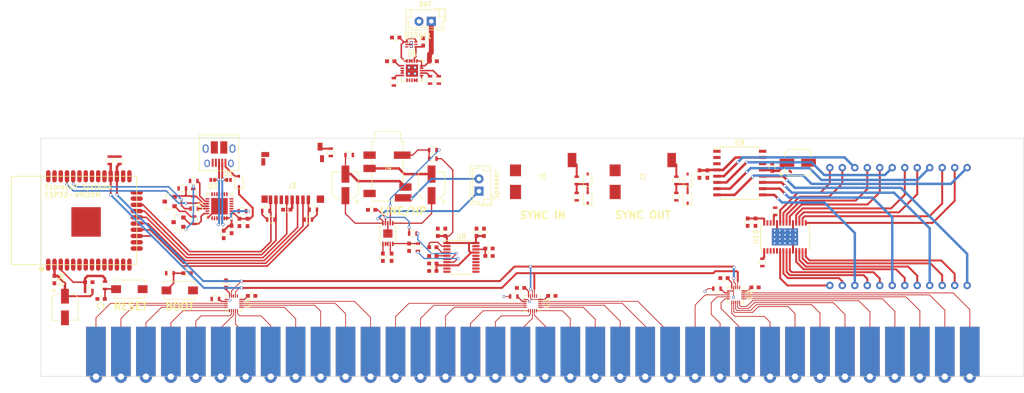
<source format=kicad_pcb>
(kicad_pcb (version 4) (host pcbnew 4.0.6)
  (layers (0 F.Cu signal) (31 B.Cu signal) (34 B.Paste user) (35 F.Paste user) (36 B.SilkS user) (37 F.SilkS user) (38 B.Mask user) (39 F.Mask user) (44 Edge.Cuts user))
  (net 0 "")
  (net 1 +BATT)
  (net 2 GND)
  (net 3 "Net-(C1-Pad1)")
  (net 4 "Net-(C2-Pad1)")
  (net 5 +3V3)
  (net 6 +5V)
  (net 7 "Net-(C10-Pad1)")
  (net 8 "Net-(C11-Pad1)")
  (net 9 "Net-(C12-Pad1)")
  (net 10 VUNREG)
  (net 11 "Net-(C17-Pad1)")
  (net 12 "Net-(C17-Pad2)")
  (net 13 "Net-(C18-Pad2)")
  (net 14 "Net-(C22-Pad1)")
  (net 15 /ESP32_MODULE/EN)
  (net 16 "Net-(C31-Pad2)")
  (net 17 "Net-(C32-Pad1)")
  (net 18 "Net-(C33-Pad1)")
  (net 19 "Net-(C34-Pad1)")
  (net 20 "Net-(C35-Pad1)")
  (net 21 "Net-(C35-Pad2)")
  (net 22 "Net-(C36-Pad1)")
  (net 23 "Net-(C36-Pad2)")
  (net 24 USB_DM)
  (net 25 "Net-(D2-Pad2)")
  (net 26 USB_DP)
  (net 27 "Net-(D4-Pad2)")
  (net 28 "Net-(D6-Pad2)")
  (net 29 "Net-(J1-Pad4)")
  (net 30 "Net-(J2-Pad1)")
  (net 31 "Net-(J2-Pad2)")
  (net 32 DAT2)
  (net 33 DAT3)
  (net 34 CMD)
  (net 35 SDCLK)
  (net 36 DAT0)
  (net 37 DAT1)
  (net 38 CARDET)
  (net 39 "Net-(J4-Pad5)")
  (net 40 "Net-(J4-Pad4)")
  (net 41 "Net-(J5-Pad1)")
  (net 42 "Net-(J5-Pad2)")
  (net 43 "Net-(Q1-Pad1)")
  (net 44 RTS)
  (net 45 "Net-(Q2-Pad1)")
  (net 46 DTR)
  (net 47 /ESP32_MODULE/GPIO0)
  (net 48 /ESP32_MODULE/SCL)
  (net 49 /ESP32_MODULE/SDA)
  (net 50 CTS)
  (net 51 /ESP32_MODULE/GPIO15)
  (net 52 /ESP32_MODULE/GPIO13)
  (net 53 "Net-(R9-Pad1)")
  (net 54 /ESP32_MODULE/U0RXD)
  (net 55 "Net-(R10-Pad1)")
  (net 56 "Net-(R11-Pad2)")
  (net 57 "Net-(R12-Pad1)")
  (net 58 "Net-(R13-Pad2)")
  (net 59 "Net-(R14-Pad2)")
  (net 60 "Net-(R15-Pad2)")
  (net 61 /ESP32_MODULE/SYNC_OUT)
  (net 62 /ESP32_MODULE/SYNC_IN)
  (net 63 "Net-(R27-Pad1)")
  (net 64 "Net-(R28-Pad2)")
  (net 65 "Net-(R29-Pad2)")
  (net 66 "Net-(R30-Pad2)")
  (net 67 "Net-(U1-Pad1)")
  (net 68 "Net-(U1-Pad2)")
  (net 69 "Net-(U1-Pad10)")
  (net 70 "Net-(U1-Pad11)")
  (net 71 "Net-(U1-Pad12)")
  (net 72 /ESP32_MODULE/U0TXD)
  (net 73 "Net-(U1-Pad27)")
  (net 74 "Net-(U2-Pad1)")
  (net 75 "Net-(U2-Pad8)")
  (net 76 "Net-(U2-Pad9)")
  (net 77 "Net-(U2-Pad10)")
  (net 78 "Net-(U2-Pad11)")
  (net 79 "Net-(U2-Pad12)")
  (net 80 "Net-(U2-Pad13)")
  (net 81 "Net-(U2-Pad14)")
  (net 82 "Net-(U2-Pad15)")
  (net 83 "Net-(U2-Pad16)")
  (net 84 "Net-(U2-Pad17)")
  (net 85 "Net-(U2-Pad18)")
  (net 86 "Net-(U2-Pad19)")
  (net 87 "Net-(U3-Pad1)")
  (net 88 "Net-(U3-Pad8)")
  (net 89 "Net-(U3-Pad9)")
  (net 90 "Net-(U3-Pad10)")
  (net 91 "Net-(U3-Pad11)")
  (net 92 "Net-(U3-Pad12)")
  (net 93 "Net-(U3-Pad13)")
  (net 94 "Net-(U3-Pad14)")
  (net 95 "Net-(U3-Pad15)")
  (net 96 "Net-(U3-Pad16)")
  (net 97 "Net-(U3-Pad17)")
  (net 98 "Net-(U3-Pad18)")
  (net 99 "Net-(U3-Pad19)")
  (net 100 "Net-(U4-Pad1)")
  (net 101 "Net-(U4-Pad8)")
  (net 102 "Net-(U4-Pad9)")
  (net 103 "Net-(U4-Pad10)")
  (net 104 "Net-(U4-Pad11)")
  (net 105 "Net-(U4-Pad12)")
  (net 106 "Net-(U4-Pad13)")
  (net 107 "Net-(U4-Pad14)")
  (net 108 "Net-(U4-Pad15)")
  (net 109 "Net-(U4-Pad16)")
  (net 110 "Net-(U4-Pad17)")
  (net 111 "Net-(U4-Pad18)")
  (net 112 "Net-(U4-Pad19)")
  (net 113 "Net-(U6-Pad6)")
  (net 114 "Net-(U6-Pad7)")
  (net 115 "Net-(U6-Pad8)")
  (net 116 "Net-(U10-Pad3)")
  (net 117 /ESP32_MODULE/COL_LAT)
  (net 118 /ESP32_MODULE/COL_OE)
  (net 119 /ESP32_MODULE/COL_C)
  (net 120 /ESP32_MODULE/COL_D)
  (net 121 /AUDIO_INTERFACE/BCLK)
  (net 122 /AUDIO_INTERFACE/DACDAT)
  (net 123 /AUDIO_INTERFACE/LRCLK)
  (net 124 /ESP32_MODULE/ROW_C)
  (net 125 /ESP32_MODULE/ROW_D)
  (net 126 "Net-(U9-Pad16)")
  (net 127 "Net-(U11-Pad3)")
  (net 128 "Net-(U12-Pad37)")
  (net 129 "Net-(U12-Pad33)")
  (net 130 "Net-(U12-Pad32)")
  (net 131 "Net-(U12-Pad29)")
  (net 132 "Net-(U12-Pad26)")
  (net 133 "Net-(U12-Pad12)")
  (net 134 "Net-(U12-Pad5)")
  (net 135 "Net-(U12-Pad4)")
  (net 136 "Net-(LS1-Pad2)")
  (net 137 "Net-(R16-Pad1)")
  (net 138 "Net-(R30-Pad1)")
  (net 139 "Net-(R33-Pad1)")
  (net 140 /LED_DISPLAY/K5G)
  (net 141 /LED_DISPLAY/K5R)
  (net 142 "Net-(U7-Pad3)")
  (net 143 /LED_DISPLAY/K6G)
  (net 144 /LED_DISPLAY/K6R)
  (net 145 "Net-(U7-Pad6)")
  (net 146 /LED_DISPLAY/K7G)
  (net 147 /LED_DISPLAY/K7R)
  (net 148 "Net-(U7-Pad9)")
  (net 149 /LED_DISPLAY/K8G)
  (net 150 /LED_DISPLAY/K8R)
  (net 151 "Net-(U7-Pad12)")
  (net 152 "Net-(U7-Pad13)")
  (net 153 /LED_DISPLAY/K4R)
  (net 154 /LED_DISPLAY/K4G)
  (net 155 "Net-(U7-Pad16)")
  (net 156 /LED_DISPLAY/K3R)
  (net 157 /LED_DISPLAY/K3G)
  (net 158 "Net-(U7-Pad19)")
  (net 159 /LED_DISPLAY/K2R)
  (net 160 /LED_DISPLAY/K2G)
  (net 161 "Net-(U7-Pad22)")
  (net 162 /LED_DISPLAY/K1R)
  (net 163 /LED_DISPLAY/K1G)
  (module TO_SOT_Packages_SMD:SOT-23 (layer F.Cu) (at 94.2 107.4 180)
    (fp_text reference Q1 hide)
    (fp_text value Q_NPN_BEC)
    (pad 1 smd rect (at -1 -0.95 180) (size 0.9 0.8) (layers F.Cu F.Paste F.Mask) (net 43 "Net-(Q1-Pad1)"))
    (pad 2 smd rect (at -1 0.95 180) (size 0.9 0.8) (layers F.Cu F.Paste F.Mask) (net 44 RTS))
    (pad 3 smd rect (at 1 0 180) (size 0.9 0.8) (layers F.Cu F.Paste F.Mask) (net 15 /ESP32_MODULE/EN))
  )
  (module Connectors_JST:JST_EH_B02B-EH-A_02x2.50mm_Straight (layer F.Cu) (at 147.435 70.6875 180)
    (fp_text reference BT1 (at 1.25 -3 180) (layer F.SilkS))
    (fp_text value BAT (at 1.25 3.5 180) (layer F.SilkS))
    (pad 1 thru_hole rect (at 0 0 180) (size 1.85 1.85) (drill 0.9) (layers *.Cu *.Mask) (net 1 +BATT))
    (pad 2 thru_hole circle (at 2.5 0 180) (size 1.85 1.85) (drill 0.9) (layers *.Cu *.Mask) (net 2 GND))
  )
  (module Capacitors_SMD:C_0603 (layer F.Cu) (at 80.25 127.25 180)
    (fp_text reference C1 (at 0 -1.5 180) (layer F.SilkS))
    (fp_text value 1nF)
    (pad 1 smd rect (at -0.75 0 180) (size 0.8 0.75) (layers F.Cu F.Paste F.Mask) (net 3 "Net-(C1-Pad1)"))
    (pad 2 smd rect (at 0.75 0 180) (size 0.8 0.75) (layers F.Cu F.Paste F.Mask) (net 2 GND))
  )
  (module Capacitors_SMD:C_0603 (layer F.Cu) (at 97.75 122)
    (fp_text reference C2 hide)
    (fp_text value 1nF)
    (pad 1 smd rect (at -0.75 0) (size 0.8 0.75) (layers F.Cu F.Paste F.Mask) (net 4 "Net-(C2-Pad1)"))
    (pad 2 smd rect (at 0.75 0) (size 0.8 0.75) (layers F.Cu F.Paste F.Mask) (net 2 GND))
  )
  (module Capacitors_SMD:C_0603 (layer F.Cu) (at 105.2 114.1 270)
    (fp_text reference C3 hide)
    (fp_text value 10uF)
    (pad 1 smd rect (at -0.75 0 270) (size 0.8 0.75) (layers F.Cu F.Paste F.Mask) (net 5 +3V3))
    (pad 2 smd rect (at 0.75 0 270) (size 0.8 0.75) (layers F.Cu F.Paste F.Mask) (net 2 GND))
  )
  (module Capacitors_SMD:C_0603 (layer F.Cu) (at 106.8 113.1 270)
    (fp_text reference C4 hide)
    (fp_text value 0.1uF)
    (pad 1 smd rect (at -0.75 0 270) (size 0.8 0.75) (layers F.Cu F.Paste F.Mask) (net 5 +3V3))
    (pad 2 smd rect (at 0.75 0 270) (size 0.8 0.75) (layers F.Cu F.Paste F.Mask) (net 2 GND))
  )
  (module Capacitors_SMD:C_0603 (layer F.Cu) (at 110.05 111.65 270)
    (fp_text reference C5 hide)
    (fp_text value 10uF)
    (pad 1 smd rect (at -0.75 0 270) (size 0.8 0.75) (layers F.Cu F.Paste F.Mask) (net 6 +5V))
    (pad 2 smd rect (at 0.75 0 270) (size 0.8 0.75) (layers F.Cu F.Paste F.Mask) (net 2 GND))
  )
  (module Capacitors_SMD:C_0603 (layer F.Cu) (at 108.4 111.65 270)
    (fp_text reference C6 hide)
    (fp_text value 0.1uF)
    (pad 1 smd rect (at -0.75 0 270) (size 0.8 0.75) (layers F.Cu F.Paste F.Mask) (net 6 +5V))
    (pad 2 smd rect (at 0.75 0 270) (size 0.8 0.75) (layers F.Cu F.Paste F.Mask) (net 2 GND))
  )
  (module Capacitors_SMD:C_0603 (layer F.Cu) (at 213.301 124.888)
    (fp_text reference C7 hide)
    (fp_text value 0.1uF)
    (pad 1 smd rect (at -0.75 0) (size 0.8 0.75) (layers F.Cu F.Paste F.Mask) (net 5 +3V3))
    (pad 2 smd rect (at 0.75 0) (size 0.8 0.75) (layers F.Cu F.Paste F.Mask) (net 2 GND))
  )
  (module Capacitors_SMD:C_0603 (layer F.Cu) (at 171.958 126.619)
    (fp_text reference C8 hide)
    (fp_text value 0.1uF)
    (pad 1 smd rect (at -0.75 0) (size 0.8 0.75) (layers F.Cu F.Paste F.Mask) (net 5 +3V3))
    (pad 2 smd rect (at 0.75 0) (size 0.8 0.75) (layers F.Cu F.Paste F.Mask) (net 2 GND))
  )
  (module Capacitors_SMD:C_0603 (layer F.Cu) (at 110.871 126.619)
    (fp_text reference C9 hide)
    (fp_text value 0.1uF)
    (pad 1 smd rect (at -0.75 0) (size 0.8 0.75) (layers F.Cu F.Paste F.Mask) (net 5 +3V3))
    (pad 2 smd rect (at 0.75 0) (size 0.8 0.75) (layers F.Cu F.Paste F.Mask) (net 2 GND))
  )
  (module Capacitors_SMD:C_0603 (layer F.Cu) (at 207 123 180)
    (fp_text reference C10 hide)
    (fp_text value 0.1uF)
    (pad 1 smd rect (at -0.75 0 180) (size 0.8 0.75) (layers F.Cu F.Paste F.Mask) (net 7 "Net-(C10-Pad1)"))
    (pad 2 smd rect (at 0.75 0 180) (size 0.8 0.75) (layers F.Cu F.Paste F.Mask) (net 2 GND))
  )
  (module Capacitors_SMD:C_0603 (layer F.Cu) (at 165.6 125 180)
    (fp_text reference C11 hide)
    (fp_text value 0.1uF)
    (pad 1 smd rect (at -0.75 0 180) (size 0.8 0.75) (layers F.Cu F.Paste F.Mask) (net 8 "Net-(C11-Pad1)"))
    (pad 2 smd rect (at 0.75 0 180) (size 0.8 0.75) (layers F.Cu F.Paste F.Mask) (net 2 GND))
  )
  (module Capacitors_SMD:C_0603 (layer F.Cu) (at 105.664 124.206 90)
    (fp_text reference C12 hide)
    (fp_text value 0.1uF)
    (pad 1 smd rect (at -0.75 0 90) (size 0.8 0.75) (layers F.Cu F.Paste F.Mask) (net 9 "Net-(C12-Pad1)"))
    (pad 2 smd rect (at 0.75 0 90) (size 0.8 0.75) (layers F.Cu F.Paste F.Mask) (net 2 GND))
  )
  (module Capacitors_SMD:C_0603 (layer F.Cu) (at 139.18 78.8155 180)
    (fp_text reference C13 hide)
    (fp_text value 4.7uF)
    (pad 1 smd rect (at -0.75 0 180) (size 0.8 0.75) (layers F.Cu F.Paste F.Mask) (net 10 VUNREG))
    (pad 2 smd rect (at 0.75 0 180) (size 0.8 0.75) (layers F.Cu F.Paste F.Mask) (net 2 GND))
  )
  (module Capacitors_SMD:C_0603 (layer F.Cu) (at 147.816 78.8155)
    (fp_text reference C14 hide)
    (fp_text value 4.7uF)
    (pad 1 smd rect (at -0.75 0) (size 0.8 0.75) (layers F.Cu F.Paste F.Mask) (net 1 +BATT))
    (pad 2 smd rect (at 0.75 0) (size 0.8 0.75) (layers F.Cu F.Paste F.Mask) (net 2 GND))
  )
  (module Capacitors_SMD:C_0603 (layer F.Cu) (at 140.196 73.9895 180)
    (fp_text reference C15 hide)
    (fp_text value 1uF)
    (pad 1 smd rect (at -0.75 0 180) (size 0.8 0.75) (layers F.Cu F.Paste F.Mask) (net 10 VUNREG))
    (pad 2 smd rect (at 0.75 0 180) (size 0.8 0.75) (layers F.Cu F.Paste F.Mask) (net 2 GND))
  )
  (module Capacitors_SMD:C_0603 (layer F.Cu) (at 145.784 74.8785 90)
    (fp_text reference C16 hide)
    (fp_text value 1uF)
    (pad 1 smd rect (at -0.75 0 90) (size 0.8 0.75) (layers F.Cu F.Paste F.Mask) (net 5 +3V3))
    (pad 2 smd rect (at 0.75 0 90) (size 0.8 0.75) (layers F.Cu F.Paste F.Mask) (net 2 GND))
  )
  (module Capacitors_SMD:C_0603 (layer F.Cu) (at 147.744 116.712 180)
    (fp_text reference C17 hide)
    (fp_text value 2.2uF)
    (pad 1 smd rect (at -0.75 0 180) (size 0.8 0.75) (layers F.Cu F.Paste F.Mask) (net 11 "Net-(C17-Pad1)"))
    (pad 2 smd rect (at 0.75 0 180) (size 0.8 0.75) (layers F.Cu F.Paste F.Mask) (net 12 "Net-(C17-Pad2)"))
  )
  (module Capacitors_SMD:C_0603 (layer F.Cu) (at 147.744 118.49)
    (fp_text reference C18 hide)
    (fp_text value 2.2uF)
    (pad 1 smd rect (at -0.75 0) (size 0.8 0.75) (layers F.Cu F.Paste F.Mask) (net 2 GND))
    (pad 2 smd rect (at 0.75 0) (size 0.8 0.75) (layers F.Cu F.Paste F.Mask) (net 13 "Net-(C18-Pad2)"))
  )
  (module Capacitors_SMD:C_0603 (layer F.Cu) (at 156.634 113.664 90)
    (fp_text reference C19 hide)
    (fp_text value 0.1uF)
    (pad 1 smd rect (at -0.75 0 90) (size 0.8 0.75) (layers F.Cu F.Paste F.Mask) (net 5 +3V3))
    (pad 2 smd rect (at 0.75 0 90) (size 0.8 0.75) (layers F.Cu F.Paste F.Mask) (net 2 GND))
  )
  (module Capacitors_SMD:C_0603 (layer F.Cu) (at 158.158 113.664 90)
    (fp_text reference C20 hide)
    (fp_text value 10uF)
    (pad 1 smd rect (at -0.75 0 90) (size 0.8 0.75) (layers F.Cu F.Paste F.Mask) (net 5 +3V3))
    (pad 2 smd rect (at 0.75 0 90) (size 0.8 0.75) (layers F.Cu F.Paste F.Mask) (net 2 GND))
  )
  (module Capacitors_SMD:C_0603 (layer F.Cu) (at 150.284 113.664 90)
    (fp_text reference C21 hide)
    (fp_text value 0.1uF)
    (pad 1 smd rect (at -0.75 0 90) (size 0.8 0.75) (layers F.Cu F.Paste F.Mask) (net 5 +3V3))
    (pad 2 smd rect (at 0.75 0 90) (size 0.8 0.75) (layers F.Cu F.Paste F.Mask) (net 2 GND))
  )
  (module Capacitors_SMD:C_0603 (layer F.Cu) (at 159.174 116.966)
    (fp_text reference C22 hide)
    (fp_text value 0.1uF)
    (pad 1 smd rect (at -0.75 0) (size 0.8 0.75) (layers F.Cu F.Paste F.Mask) (net 14 "Net-(C22-Pad1)"))
    (pad 2 smd rect (at 0.75 0) (size 0.8 0.75) (layers F.Cu F.Paste F.Mask) (net 2 GND))
  )
  (module Capacitors_SMD:C_0603 (layer F.Cu) (at 118.02 109.054 180)
    (fp_text reference C23 hide)
    (fp_text value 0.1uF)
    (pad 1 smd rect (at -0.75 0 180) (size 0.8 0.75) (layers F.Cu F.Paste F.Mask) (net 5 +3V3))
    (pad 2 smd rect (at 0.75 0 180) (size 0.8 0.75) (layers F.Cu F.Paste F.Mask) (net 2 GND))
  )
  (module Capacitors_SMD:C_0603 (layer F.Cu) (at 77.74 123.828)
    (fp_text reference C24 hide)
    (fp_text value 1nF)
    (pad 1 smd rect (at -0.75 0) (size 0.8 0.75) (layers F.Cu F.Paste F.Mask) (net 15 /ESP32_MODULE/EN))
    (pad 2 smd rect (at 0.75 0) (size 0.8 0.75) (layers F.Cu F.Paste F.Mask) (net 2 GND))
  )
  (module Capacitors_SMD:CP_Elec_5x5.3 (layer F.Cu) (at 72.898 128.888 270)
    (fp_text reference C25 hide)
    (fp_text value 100uF)
    (fp_text user + (at -3.38 2.34 270) (layer F.SilkS))
    (pad 1 smd rect (at -2.2 0 90) (size 3 1.6) (layers F.Cu F.Paste F.Mask) (net 5 +3V3))
    (pad 2 smd rect (at 2.2 0 90) (size 3 1.6) (layers F.Cu F.Paste F.Mask) (net 2 GND))
  )
  (module Capacitors_SMD:C_0603 (layer F.Cu) (at 70.739 123.3 270)
    (fp_text reference C26 (at 0 -1.5 270) (layer F.SilkS))
    (fp_text value 1uF)
    (pad 1 smd rect (at -0.75 0 270) (size 0.8 0.75) (layers F.Cu F.Paste F.Mask) (net 5 +3V3))
    (pad 2 smd rect (at 0.75 0 270) (size 0.8 0.75) (layers F.Cu F.Paste F.Mask) (net 2 GND))
  )
  (module Capacitors_SMD:C_0603 (layer F.Cu) (at 148.76 113.664 90)
    (fp_text reference C27 hide)
    (fp_text value 10uF)
    (pad 1 smd rect (at -0.75 0 90) (size 0.8 0.75) (layers F.Cu F.Paste F.Mask) (net 5 +3V3))
    (pad 2 smd rect (at 0.75 0 90) (size 0.8 0.75) (layers F.Cu F.Paste F.Mask) (net 2 GND))
  )
  (module Capacitors_SMD:C_0603 (layer F.Cu) (at 159.174 118.49)
    (fp_text reference C28 hide)
    (fp_text value 10uF)
    (pad 1 smd rect (at -0.75 0) (size 0.8 0.75) (layers F.Cu F.Paste F.Mask) (net 14 "Net-(C22-Pad1)"))
    (pad 2 smd rect (at 0.75 0) (size 0.8 0.75) (layers F.Cu F.Paste F.Mask) (net 2 GND))
  )
  (module Capacitors_SMD:C_0603 (layer F.Cu) (at 147.744 120.014 180)
    (fp_text reference C29 hide)
    (fp_text value 0.1uF)
    (pad 1 smd rect (at -0.75 0 180) (size 0.8 0.75) (layers F.Cu F.Paste F.Mask) (net 5 +3V3))
    (pad 2 smd rect (at 0.75 0 180) (size 0.8 0.75) (layers F.Cu F.Paste F.Mask) (net 2 GND))
  )
  (module Capacitors_SMD:C_0603 (layer F.Cu) (at 147.744 121.538 180)
    (fp_text reference C30 hide)
    (fp_text value 10uF)
    (pad 1 smd rect (at -0.75 0 180) (size 0.8 0.75) (layers F.Cu F.Paste F.Mask) (net 5 +3V3))
    (pad 2 smd rect (at 0.75 0 180) (size 0.8 0.75) (layers F.Cu F.Paste F.Mask) (net 2 GND))
  )
  (module Capacitors_SMD:C_0603 (layer F.Cu) (at 142.918 116.712 90)
    (fp_text reference C31 hide)
    (fp_text value 2.2nF)
    (pad 1 smd rect (at -0.75 0 90) (size 0.8 0.75) (layers F.Cu F.Paste F.Mask) (net 2 GND))
    (pad 2 smd rect (at 0.75 0 90) (size 0.8 0.75) (layers F.Cu F.Paste F.Mask) (net 16 "Net-(C31-Pad2)"))
  )
  (module Capacitors_SMD:C_0603 (layer F.Cu) (at 135.298 109.092 180)
    (fp_text reference C32 hide)
    (fp_text value 2.2nF)
    (pad 1 smd rect (at -0.75 0 180) (size 0.8 0.75) (layers F.Cu F.Paste F.Mask) (net 17 "Net-(C32-Pad1)"))
    (pad 2 smd rect (at 0.75 0 180) (size 0.8 0.75) (layers F.Cu F.Paste F.Mask) (net 2 GND))
  )
  (module Capacitors_SMD:C_0603 (layer F.Cu) (at 139.362 118.744 270)
    (fp_text reference C33 hide)
    (fp_text value 1uF)
    (pad 1 smd rect (at -0.75 0 270) (size 0.8 0.75) (layers F.Cu F.Paste F.Mask) (net 18 "Net-(C33-Pad1)"))
    (pad 2 smd rect (at 0.75 0 270) (size 0.8 0.75) (layers F.Cu F.Paste F.Mask) (net 2 GND))
  )
  (module Capacitors_SMD:C_0603 (layer F.Cu) (at 137.584 118.744 270)
    (fp_text reference C34 hide)
    (fp_text value 1uF)
    (pad 1 smd rect (at -0.75 0 270) (size 0.8 0.75) (layers F.Cu F.Paste F.Mask) (net 19 "Net-(C34-Pad1)"))
    (pad 2 smd rect (at 0.75 0 270) (size 0.8 0.75) (layers F.Cu F.Paste F.Mask) (net 2 GND))
  )
  (module PaperSynth:CP_Elec_5x5.3_0603-capable (layer F.Cu) (at 147.49 104.012 90)
    (fp_text reference C35 hide)
    (fp_text value 100uF)
    (fp_text user + (at -3.38 2.34 90) (layer F.SilkS))
    (pad 1 smd rect (at -2.2 0 270) (size 3.5 1.6) (layers F.Cu F.Paste F.Mask) (net 20 "Net-(C35-Pad1)"))
    (pad 2 smd rect (at 2.2 0 270) (size 3.5 1.6) (layers F.Cu F.Paste F.Mask) (net 21 "Net-(C35-Pad2)"))
  )
  (module PaperSynth:CP_Elec_5x5.3_0603-capable (layer F.Cu) (at 129.964 104.012 90)
    (fp_text reference C36 hide)
    (fp_text value 100uF)
    (fp_text user + (at -3.38 2.34 90) (layer F.SilkS))
    (pad 1 smd rect (at -2.2 0 270) (size 3.5 1.6) (layers F.Cu F.Paste F.Mask) (net 22 "Net-(C36-Pad1)"))
    (pad 2 smd rect (at 2.2 0 270) (size 3.5 1.6) (layers F.Cu F.Paste F.Mask) (net 23 "Net-(C36-Pad2)"))
  )
  (module PaperSynth:D_SOD-882 (layer F.Cu) (at 106.2 103)
    (fp_text reference D1 (at 0 -1.3) (layer F.SilkS))
    (fp_text value ESD05V88D-LC)
    (pad 1 smd rect (at -0.375 0) (size 0.55 0.8) (layers F.Cu F.Paste F.Mask) (net 24 USB_DM))
    (pad 2 smd rect (at 0.375 0) (size 0.55 0.8) (layers F.Cu F.Paste F.Mask) (net 2 GND))
  )
  (module Diodes_SMD:D_SOD-323 (layer F.Cu) (at 108.3 103.3 90)
    (fp_text reference D2 hide)
    (fp_text value D_Schottky)
    (pad 1 smd rect (at -1.05 0 90) (size 0.6 0.45) (layers F.Cu F.Paste F.Mask) (net 6 +5V))
    (pad 2 smd rect (at 1.05 0 90) (size 0.6 0.45) (layers F.Cu F.Paste F.Mask) (net 25 "Net-(D2-Pad2)"))
  )
  (module PaperSynth:D_SOD-882 (layer F.Cu) (at 102.95 103 180)
    (fp_text reference D3 (at 0 -1.3 180) (layer F.SilkS))
    (fp_text value ESD05V88D-LC)
    (pad 1 smd rect (at -0.375 0 180) (size 0.55 0.8) (layers F.Cu F.Paste F.Mask) (net 26 USB_DP))
    (pad 2 smd rect (at 0.375 0 180) (size 0.55 0.8) (layers F.Cu F.Paste F.Mask) (net 2 GND))
  )
  (module Diodes_SMD:D_SOD-323 (layer F.Cu) (at 199.584 106.652 90)
    (fp_text reference D4 hide)
    (fp_text value D_Schottky)
    (pad 1 smd rect (at -1.05 0 90) (size 0.6 0.45) (layers F.Cu F.Paste F.Mask) (net 5 +3V3))
    (pad 2 smd rect (at 1.05 0 90) (size 0.6 0.45) (layers F.Cu F.Paste F.Mask) (net 27 "Net-(D4-Pad2)"))
  )
  (module Diodes_SMD:D_SOD-323 (layer F.Cu) (at 199.584 102.842 90)
    (fp_text reference D5 hide)
    (fp_text value D_Schottky)
    (pad 1 smd rect (at -1.05 0 90) (size 0.6 0.45) (layers F.Cu F.Paste F.Mask) (net 27 "Net-(D4-Pad2)"))
    (pad 2 smd rect (at 1.05 0 90) (size 0.6 0.45) (layers F.Cu F.Paste F.Mask) (net 2 GND))
  )
  (module Diodes_SMD:D_SOD-323 (layer F.Cu) (at 179.264 106.652 90)
    (fp_text reference D6 hide)
    (fp_text value D_Schottky)
    (pad 1 smd rect (at -1.05 0 90) (size 0.6 0.45) (layers F.Cu F.Paste F.Mask) (net 5 +3V3))
    (pad 2 smd rect (at 1.05 0 90) (size 0.6 0.45) (layers F.Cu F.Paste F.Mask) (net 28 "Net-(D6-Pad2)"))
  )
  (module Diodes_SMD:D_SOD-323 (layer F.Cu) (at 179.264 102.842 90)
    (fp_text reference D7 hide)
    (fp_text value D_Schottky)
    (pad 1 smd rect (at -1.05 0 90) (size 0.6 0.45) (layers F.Cu F.Paste F.Mask) (net 28 "Net-(D6-Pad2)"))
    (pad 2 smd rect (at 1.05 0 90) (size 0.6 0.45) (layers F.Cu F.Paste F.Mask) (net 2 GND))
  )
  (module Connectors:USB_Micro-B_10103594-0001LF (layer F.Cu) (at 104.25 98 180)
    (fp_text reference J1 hide)
    (fp_text value USB_OTG)
    (pad 1 smd rect (at -1.3 -1.5 270) (size 1.65 0.4) (layers F.Cu F.Paste F.Mask) (net 25 "Net-(D2-Pad2)"))
    (pad 2 smd rect (at -0.65 -1.5 270) (size 1.65 0.4) (layers F.Cu F.Paste F.Mask) (net 24 USB_DM))
    (pad 3 smd rect (at 0 -1.5 270) (size 1.65 0.4) (layers F.Cu F.Paste F.Mask) (net 26 USB_DP))
    (pad 4 smd rect (at 0.65 -1.5 270) (size 1.65 0.4) (layers F.Cu F.Paste F.Mask) (net 29 "Net-(J1-Pad4)"))
    (pad 5 smd rect (at 1.3 -1.5 270) (size 1.65 0.4) (layers F.Cu F.Paste F.Mask) (net 2 GND))
    (pad 6 thru_hole oval (at -2.42 -1.62 270) (size 1.5 1.1) (drill oval 1.05 0.65) (layers *.Cu *.Mask) (net 2 GND))
    (pad 6 thru_hole oval (at 2.42 -1.62 270) (size 1.5 1.1) (drill oval 1.05 0.65) (layers *.Cu *.Mask) (net 2 GND))
    (pad 6 thru_hole oval (at -2.73 1.38 270) (size 1.7 1.2) (drill oval 1.2 0.7) (layers *.Cu *.Mask) (net 2 GND))
    (pad 6 thru_hole oval (at 2.73 1.38 270) (size 1.7 1.2) (drill oval 1.2 0.7) (layers *.Cu *.Mask) (net 2 GND))
    (pad 6 smd rect (at -0.96 1.62 270) (size 2.5 1.43) (layers F.Cu F.Paste F.Mask) (net 2 GND))
    (pad 6 smd rect (at 0.96 1.62 270) (size 2.5 1.43) (layers F.Cu F.Paste F.Mask) (net 2 GND))
  )
  (module PaperSynth:JACK3.5mm_MJ1-3510-SMT (layer F.Cu) (at 190.468 101.15 270)
    (fp_text reference J2 (at 1.25 0 270) (layer F.SilkS))
    (fp_text value JACK_2P)
    (pad "" np_thru_hole circle (at -2 0 270) (size 1.6 1.6) (drill 1.6) (layers *.Cu *.Mask))
    (pad "" np_thru_hole circle (at 4 0 270) (size 1.6 1.6) (drill 1.6) (layers *.Cu *.Mask))
    (pad 1 smd rect (at -2.2 -5.875 270) (size 2.9 1.75) (layers F.Cu F.Paste F.Mask) (net 30 "Net-(J2-Pad1)"))
    (pad 3 smd rect (at -0.1 5.625 270) (size 2.4 2.25) (layers F.Cu F.Paste F.Mask) (net 2 GND))
    (pad 2 smd rect (at 4.3 5.625 270) (size 2.9 2.25) (layers F.Cu F.Paste F.Mask) (net 31 "Net-(J2-Pad2)"))
  )
  (module PaperSynth:MicroSD_PushIn-PullOut_card-detect (layer F.Cu) (at 119.348 101.942)
    (fp_text reference J3 (at -0.25 2.25) (layer F.SilkS))
    (fp_text value Micro_SD_Card_Det)
    (pad 1 smd rect (at 3.075 5.1) (size 0.7 1.75) (layers F.Cu F.Paste F.Mask) (net 32 DAT2))
    (pad 2 smd rect (at 1.975 5.1) (size 0.7 1.75) (layers F.Cu F.Paste F.Mask) (net 33 DAT3))
    (pad 3 smd rect (at 0.875 5.1) (size 0.7 1.75) (layers F.Cu F.Paste F.Mask) (net 34 CMD))
    (pad 4 smd rect (at -0.225 5.1) (size 0.7 1.75) (layers F.Cu F.Paste F.Mask) (net 5 +3V3))
    (pad 5 smd rect (at -1.325 5.1) (size 0.7 1.75) (layers F.Cu F.Paste F.Mask) (net 35 SDCLK))
    (pad 6 smd rect (at -2.425 5.1) (size 0.7 1.75) (layers F.Cu F.Paste F.Mask) (net 2 GND))
    (pad 7 smd rect (at -3.525 5.1) (size 0.7 1.75) (layers F.Cu F.Paste F.Mask) (net 36 DAT0))
    (pad 8 smd rect (at -4.625 5.1) (size 0.7 1.75) (layers F.Cu F.Paste F.Mask) (net 37 DAT1))
    (pad 11 smd rect (at 5.525 4.975) (size 1.5 1.5) (layers F.Cu F.Paste F.Mask) (net 2 GND))
    (pad 11 smd rect (at -5.825 4.975) (size 1.3 1.5) (layers F.Cu F.Paste F.Mask) (net 2 GND))
    (pad 11 smd rect (at -6.1 -2.625) (size 0.8 1.5) (layers F.Cu F.Paste F.Mask) (net 2 GND))
    (pad 11 smd rect (at 5.85 -3.275) (size 0.8 1.4) (layers F.Cu F.Paste F.Mask) (net 2 GND))
    (pad 10 smd rect (at -5.7 -4.125) (size 1.6 1) (layers F.Cu F.Paste F.Mask) (net 2 GND))
    (pad 9 smd rect (at 5.45 -5.725) (size 1 1.6) (layers F.Cu F.Paste F.Mask) (net 38 CARDET))
  )
  (module Connectors:PJ31060-I_3.5mm_Jack (layer F.Cu) (at 138.522 102.3)
    (fp_text reference J4 (at 0 -1.75) (layer F.SilkS))
    (fp_text value JACK_TRS_5PINS)
    (pad 6 smd rect (at -3.65 3.45) (size 2.5 1.5) (layers F.Cu F.Paste F.Mask))
    (pad 3 smd rect (at -3.65 -1.65) (size 2.5 1.5) (layers F.Cu F.Paste F.Mask) (net 21 "Net-(C35-Pad2)"))
    (pad 1 smd rect (at -3.65 -4.35) (size 2.5 1.5) (layers F.Cu F.Paste F.Mask) (net 2 GND))
    (pad 5 smd rect (at 3.2 4.35) (size 3.4 1.5) (layers F.Cu F.Paste F.Mask) (net 39 "Net-(J4-Pad5)"))
    (pad 2 smd rect (at 3.65 2.15) (size 2.5 1.5) (layers F.Cu F.Paste F.Mask) (net 23 "Net-(C36-Pad2)"))
    (pad "" np_thru_hole circle (at 0 3.35) (size 1.5 1.5) (drill 1.5) (layers *.Cu *.Mask F.SilkS))
    (pad 4 smd rect (at 3 -4.35) (size 3.4 1.5) (layers F.Cu F.Paste F.Mask) (net 40 "Net-(J4-Pad4)"))
  )
  (module PaperSynth:JACK3.5mm_MJ1-3510-SMT (layer F.Cu) (at 170.194 101.15 270)
    (fp_text reference J5 (at 1.25 0 270) (layer F.SilkS))
    (fp_text value JACK_2P)
    (pad "" np_thru_hole circle (at -2 0 270) (size 1.6 1.6) (drill 1.6) (layers *.Cu *.Mask))
    (pad "" np_thru_hole circle (at 4 0 270) (size 1.6 1.6) (drill 1.6) (layers *.Cu *.Mask))
    (pad 1 smd rect (at -2.2 -5.875 270) (size 2.9 1.75) (layers F.Cu F.Paste F.Mask) (net 41 "Net-(J5-Pad1)"))
    (pad 3 smd rect (at -0.1 5.625 270) (size 2.4 2.25) (layers F.Cu F.Paste F.Mask) (net 2 GND))
    (pad 2 smd rect (at 4.3 5.625 270) (size 2.9 2.25) (layers F.Cu F.Paste F.Mask) (net 42 "Net-(J5-Pad2)"))
  )
  (module Connectors_JST:JST_EH_B02B-EH-A_02x2.50mm_Straight (layer F.Cu) (at 157.142 105.282 90)
    (fp_text reference LS1 hide)
    (fp_text value Speaker (at 1.25 3.5 90) (layer F.SilkS))
    (pad 1 thru_hole rect (at 0 0 90) (size 1.85 1.85) (drill 0.9) (layers *.Cu *.Mask) (net 22 "Net-(C36-Pad1)"))
    (pad 2 thru_hole circle (at 2.5 0 90) (size 1.85 1.85) (drill 0.9) (layers *.Cu *.Mask) (net 136 "Net-(LS1-Pad2)"))
  )
  (module TO_SOT_Packages_SMD:SOT-23 (layer F.Cu) (at 96 111.6 180)
    (fp_text reference Q2 hide)
    (fp_text value Q_NPN_BEC)
    (pad 1 smd rect (at -1 -0.95 180) (size 0.9 0.8) (layers F.Cu F.Paste F.Mask) (net 45 "Net-(Q2-Pad1)"))
    (pad 2 smd rect (at -1 0.95 180) (size 0.9 0.8) (layers F.Cu F.Paste F.Mask) (net 46 DTR))
    (pad 3 smd rect (at 1 0 180) (size 0.9 0.8) (layers F.Cu F.Paste F.Mask) (net 47 /ESP32_MODULE/GPIO0))
  )
  (module Resistors_SMD:R_0603 (layer F.Cu) (at 82 99 270)
    (fp_text reference R1 hide)
    (fp_text value 5.1k)
    (pad 1 smd rect (at -0.75 0 270) (size 0.5 0.9) (layers F.Cu F.Paste F.Mask) (net 5 +3V3))
    (pad 2 smd rect (at 0.75 0 270) (size 0.5 0.9) (layers F.Cu F.Paste F.Mask) (net 48 /ESP32_MODULE/SCL))
  )
  (module Resistors_SMD:R_0603 (layer F.Cu) (at 84 99 270)
    (fp_text reference R2 hide)
    (fp_text value 5.1k)
    (pad 1 smd rect (at -0.75 0 270) (size 0.5 0.9) (layers F.Cu F.Paste F.Mask) (net 5 +3V3))
    (pad 2 smd rect (at 0.75 0 270) (size 0.5 0.9) (layers F.Cu F.Paste F.Mask) (net 49 /ESP32_MODULE/SDA))
  )
  (module Resistors_SMD:R_0603 (layer F.Cu) (at 99.2 111.2 270)
    (fp_text reference R3 hide)
    (fp_text value 12k)
    (pad 1 smd rect (at -0.75 0 270) (size 0.5 0.9) (layers F.Cu F.Paste F.Mask) (net 43 "Net-(Q1-Pad1)"))
    (pad 2 smd rect (at 0.75 0 270) (size 0.5 0.9) (layers F.Cu F.Paste F.Mask) (net 46 DTR))
  )
  (module Resistors_SMD:R_0603 (layer F.Cu) (at 99 105.6 270)
    (fp_text reference R4 hide)
    (fp_text value 12k)
    (pad 1 smd rect (at -0.75 0 270) (size 0.5 0.9) (layers F.Cu F.Paste F.Mask) (net 45 "Net-(Q2-Pad1)"))
    (pad 2 smd rect (at 0.75 0 270) (size 0.5 0.9) (layers F.Cu F.Paste F.Mask) (net 44 RTS))
  )
  (module Resistors_SMD:R_0603 (layer F.Cu) (at 81.042 124.463 270)
    (fp_text reference R5 hide)
    (fp_text value 470)
    (pad 1 smd rect (at -0.75 0 270) (size 0.5 0.9) (layers F.Cu F.Paste F.Mask) (net 15 /ESP32_MODULE/EN))
    (pad 2 smd rect (at 0.75 0 270) (size 0.5 0.9) (layers F.Cu F.Paste F.Mask) (net 3 "Net-(C1-Pad1)"))
  )
  (module Resistors_SMD:R_0603 (layer F.Cu) (at 94.25 122)
    (fp_text reference R6 hide)
    (fp_text value 470)
    (pad 1 smd rect (at -0.75 0) (size 0.5 0.9) (layers F.Cu F.Paste F.Mask) (net 47 /ESP32_MODULE/GPIO0))
    (pad 2 smd rect (at 0.75 0) (size 0.5 0.9) (layers F.Cu F.Paste F.Mask) (net 4 "Net-(C2-Pad1)"))
  )
  (module Resistors_SMD:R_0603 (layer F.Cu) (at 99.1 103.2 180)
    (fp_text reference R7 hide)
    (fp_text value 0R)
    (pad 1 smd rect (at -0.75 0 180) (size 0.5 0.9) (layers F.Cu F.Paste F.Mask) (net 50 CTS))
    (pad 2 smd rect (at 0.75 0 180) (size 0.5 0.9) (layers F.Cu F.Paste F.Mask) (net 51 /ESP32_MODULE/GPIO15))
  )
  (module Resistors_SMD:R_0603 (layer F.Cu) (at 96.775 104.725 180)
    (fp_text reference R8 hide)
    (fp_text value 0R)
    (pad 1 smd rect (at -0.75 0 180) (size 0.5 0.9) (layers F.Cu F.Paste F.Mask) (net 44 RTS))
    (pad 2 smd rect (at 0.75 0 180) (size 0.5 0.9) (layers F.Cu F.Paste F.Mask) (net 52 /ESP32_MODULE/GPIO13))
  )
  (module Resistors_SMD:R_0603 (layer F.Cu) (at 99.2 108.85 180)
    (fp_text reference R9 hide)
    (fp_text value 470)
    (pad 1 smd rect (at -0.75 0 180) (size 0.5 0.9) (layers F.Cu F.Paste F.Mask) (net 53 "Net-(R9-Pad1)"))
    (pad 2 smd rect (at 0.75 0 180) (size 0.5 0.9) (layers F.Cu F.Paste F.Mask) (net 54 /ESP32_MODULE/U0RXD))
  )
  (module Resistors_SMD:R_0603 (layer F.Cu) (at 103.505 127.254 180)
    (fp_text reference R10 hide)
    (fp_text value 75k)
    (pad 1 smd rect (at -0.75 0 180) (size 0.5 0.9) (layers F.Cu F.Paste F.Mask) (net 55 "Net-(R10-Pad1)"))
    (pad 2 smd rect (at 0.75 0 180) (size 0.5 0.9) (layers F.Cu F.Paste F.Mask) (net 2 GND))
  )
  (module Resistors_SMD:R_0603 (layer F.Cu) (at 205.554 125.142)
    (fp_text reference R11 hide)
    (fp_text value 75k)
    (pad 1 smd rect (at -0.75 0) (size 0.5 0.9) (layers F.Cu F.Paste F.Mask) (net 2 GND))
    (pad 2 smd rect (at 0.75 0) (size 0.5 0.9) (layers F.Cu F.Paste F.Mask) (net 56 "Net-(R11-Pad2)"))
  )
  (module Resistors_SMD:R_0603 (layer F.Cu) (at 164.211 126.746 180)
    (fp_text reference R12 hide)
    (fp_text value 75k)
    (pad 1 smd rect (at -0.75 0 180) (size 0.5 0.9) (layers F.Cu F.Paste F.Mask) (net 57 "Net-(R12-Pad1)"))
    (pad 2 smd rect (at 0.75 0 180) (size 0.5 0.9) (layers F.Cu F.Paste F.Mask) (net 2 GND))
  )
  (module Resistors_SMD:R_0603 (layer F.Cu) (at 139.815 83.0065 90)
    (fp_text reference R13 hide)
    (fp_text value 10k)
    (pad 1 smd rect (at -0.75 0 90) (size 0.5 0.9) (layers F.Cu F.Paste F.Mask) (net 2 GND))
    (pad 2 smd rect (at 0.75 0 90) (size 0.5 0.9) (layers F.Cu F.Paste F.Mask) (net 58 "Net-(R13-Pad2)"))
  )
  (module Resistors_SMD:R_0603 (layer F.Cu) (at 147.181 82.6255 90)
    (fp_text reference R14 hide)
    (fp_text value 6.8k)
    (pad 1 smd rect (at -0.75 0 90) (size 0.5 0.9) (layers F.Cu F.Paste F.Mask) (net 2 GND))
    (pad 2 smd rect (at 0.75 0 90) (size 0.5 0.9) (layers F.Cu F.Paste F.Mask) (net 59 "Net-(R14-Pad2)"))
  )
  (module Resistors_SMD:R_0603 (layer F.Cu) (at 148.959 82.6255 90)
    (fp_text reference R15 hide)
    (fp_text value 2.8k)
    (pad 1 smd rect (at -0.75 0 90) (size 0.5 0.9) (layers F.Cu F.Paste F.Mask) (net 2 GND))
    (pad 2 smd rect (at 0.75 0 90) (size 0.5 0.9) (layers F.Cu F.Paste F.Mask) (net 60 "Net-(R15-Pad2)"))
  )
  (module Resistors_SMD:R_0603 (layer F.Cu) (at 114.79 111.086)
    (fp_text reference R17 hide)
    (fp_text value 5.1k)
    (pad 1 smd rect (at -0.75 0) (size 0.5 0.9) (layers F.Cu F.Paste F.Mask) (net 5 +3V3))
    (pad 2 smd rect (at 0.75 0) (size 0.5 0.9) (layers F.Cu F.Paste F.Mask) (net 36 DAT0))
  )
  (module Resistors_SMD:R_0603 (layer F.Cu) (at 113.774 109.308)
    (fp_text reference R18 hide)
    (fp_text value 5.1k)
    (pad 1 smd rect (at -0.75 0) (size 0.5 0.9) (layers F.Cu F.Paste F.Mask) (net 5 +3V3))
    (pad 2 smd rect (at 0.75 0) (size 0.5 0.9) (layers F.Cu F.Paste F.Mask) (net 37 DAT1))
  )
  (module Resistors_SMD:R_0603 (layer F.Cu) (at 123.426 109.054 180)
    (fp_text reference R19 hide)
    (fp_text value 5.1k)
    (pad 1 smd rect (at -0.75 0 180) (size 0.5 0.9) (layers F.Cu F.Paste F.Mask) (net 5 +3V3))
    (pad 2 smd rect (at 0.75 0 180) (size 0.5 0.9) (layers F.Cu F.Paste F.Mask) (net 32 DAT2))
  )
  (module Resistors_SMD:R_0603 (layer F.Cu) (at 122.41 111.086 180)
    (fp_text reference R20 hide)
    (fp_text value 5.1k)
    (pad 1 smd rect (at -0.75 0 180) (size 0.5 0.9) (layers F.Cu F.Paste F.Mask) (net 5 +3V3))
    (pad 2 smd rect (at 0.75 0 180) (size 0.5 0.9) (layers F.Cu F.Paste F.Mask) (net 33 DAT3))
  )
  (module Resistors_SMD:R_0603 (layer F.Cu) (at 126.982 97.37 90)
    (fp_text reference R21 hide)
    (fp_text value 10k)
    (pad 1 smd rect (at -0.75 0 90) (size 0.5 0.9) (layers F.Cu F.Paste F.Mask) (net 5 +3V3))
    (pad 2 smd rect (at 0.75 0 90) (size 0.5 0.9) (layers F.Cu F.Paste F.Mask) (net 38 CARDET))
  )
  (module Resistors_SMD:R_0603 (layer F.Cu) (at 77.74 125.606 180)
    (fp_text reference R22 hide)
    (fp_text value 12k)
    (pad 1 smd rect (at -0.75 0 180) (size 0.5 0.9) (layers F.Cu F.Paste F.Mask) (net 5 +3V3))
    (pad 2 smd rect (at 0.75 0 180) (size 0.5 0.9) (layers F.Cu F.Paste F.Mask) (net 15 /ESP32_MODULE/EN))
  )
  (module Resistors_SMD:R_0603 (layer F.Cu) (at 197.298 103.096 270)
    (fp_text reference R23 hide)
    (fp_text value 10R)
    (pad 1 smd rect (at -0.75 0 270) (size 0.5 0.9) (layers F.Cu F.Paste F.Mask) (net 30 "Net-(J2-Pad1)"))
    (pad 2 smd rect (at 0.75 0 270) (size 0.5 0.9) (layers F.Cu F.Paste F.Mask) (net 27 "Net-(D4-Pad2)"))
  )
  (module Resistors_SMD:R_0603 (layer F.Cu) (at 197.298 106.398 270)
    (fp_text reference R24 hide)
    (fp_text value 300)
    (pad 1 smd rect (at -0.75 0 270) (size 0.5 0.9) (layers F.Cu F.Paste F.Mask) (net 27 "Net-(D4-Pad2)"))
    (pad 2 smd rect (at 0.75 0 270) (size 0.5 0.9) (layers F.Cu F.Paste F.Mask) (net 61 /ESP32_MODULE/SYNC_OUT))
  )
  (module Resistors_SMD:R_0603 (layer F.Cu) (at 177.018 103.096 270)
    (fp_text reference R25 hide)
    (fp_text value 10R)
    (pad 1 smd rect (at -0.75 0 270) (size 0.5 0.9) (layers F.Cu F.Paste F.Mask) (net 41 "Net-(J5-Pad1)"))
    (pad 2 smd rect (at 0.75 0 270) (size 0.5 0.9) (layers F.Cu F.Paste F.Mask) (net 28 "Net-(D6-Pad2)"))
  )
  (module Resistors_SMD:R_0603 (layer F.Cu) (at 177.018 106.398 270)
    (fp_text reference R26 hide)
    (fp_text value 300)
    (pad 1 smd rect (at -0.75 0 270) (size 0.5 0.9) (layers F.Cu F.Paste F.Mask) (net 28 "Net-(D6-Pad2)"))
    (pad 2 smd rect (at 0.75 0 270) (size 0.5 0.9) (layers F.Cu F.Paste F.Mask) (net 62 /ESP32_MODULE/SYNC_IN))
  )
  (module Resistors_SMD:R_0603 (layer F.Cu) (at 109 109.35)
    (fp_text reference R27 hide)
    (fp_text value 10k)
    (pad 1 smd rect (at -0.75 0) (size 0.5 0.9) (layers F.Cu F.Paste F.Mask) (net 63 "Net-(R27-Pad1)"))
    (pad 2 smd rect (at 0.75 0) (size 0.5 0.9) (layers F.Cu F.Paste F.Mask) (net 5 +3V3))
  )
  (module Resistors_SMD:R_0603 (layer F.Cu) (at 144.696 116.712 270)
    (fp_text reference R28 hide)
    (fp_text value 470)
    (pad 1 smd rect (at -0.75 0 270) (size 0.5 0.9) (layers F.Cu F.Paste F.Mask) (net 16 "Net-(C31-Pad2)"))
    (pad 2 smd rect (at 0.75 0 270) (size 0.5 0.9) (layers F.Cu F.Paste F.Mask) (net 64 "Net-(R28-Pad2)"))
  )
  (module Resistors_SMD:R_0603 (layer F.Cu) (at 143.68 113.918)
    (fp_text reference R29 hide)
    (fp_text value 470)
    (pad 1 smd rect (at -0.75 0) (size 0.5 0.9) (layers F.Cu F.Paste F.Mask) (net 17 "Net-(C32-Pad1)"))
    (pad 2 smd rect (at 0.75 0) (size 0.5 0.9) (layers F.Cu F.Paste F.Mask) (net 65 "Net-(R29-Pad2)"))
  )
  (module Resistors_SMD:R_0603 (layer F.Cu) (at 147.744 96.9)
    (fp_text reference R30 hide)
    (fp_text value 100k)
    (pad 1 smd rect (at -0.75 0) (size 0.5 0.9) (layers F.Cu F.Paste F.Mask) (net 138 "Net-(R30-Pad1)"))
    (pad 2 smd rect (at 0.75 0) (size 0.5 0.9) (layers F.Cu F.Paste F.Mask) (net 66 "Net-(R30-Pad2)"))
  )
  (module Resistors_SMD:R_0603 (layer F.Cu) (at 147.744 98.678)
    (fp_text reference R31 hide)
    (fp_text value 100k)
    (pad 1 smd rect (at -0.75 0) (size 0.5 0.9) (layers F.Cu F.Paste F.Mask) (net 138 "Net-(R30-Pad1)"))
    (pad 2 smd rect (at 0.75 0) (size 0.5 0.9) (layers F.Cu F.Paste F.Mask) (net 5 +3V3))
  )
  (module Resistors_SMD:R_0603 (layer F.Cu) (at 130.726 97.916 180)
    (fp_text reference R32 hide)
    (fp_text value 1k)
    (pad 1 smd rect (at -0.75 0 180) (size 0.5 0.9) (layers F.Cu F.Paste F.Mask) (net 2 GND))
    (pad 2 smd rect (at 0.75 0 180) (size 0.5 0.9) (layers F.Cu F.Paste F.Mask) (net 23 "Net-(C36-Pad2)"))
  )
  (module Buttons_Switches_SMD:SW_SPST_EVQPE1 (layer F.Cu) (at 86 125.25 180)
    (fp_text reference SW1 hide)
    (fp_text value SW_Push)
    (pad 2 smd rect (at 2.7 0 180) (size 2 1.6) (layers F.Cu F.Paste F.Mask) (net 3 "Net-(C1-Pad1)"))
    (pad 1 smd rect (at -2.7 0 180) (size 2 1.6) (layers F.Cu F.Paste F.Mask) (net 2 GND))
  )
  (module Buttons_Switches_SMD:SW_SPST_EVQPE1 (layer F.Cu) (at 96.25 125.5 180)
    (fp_text reference SW2 hide)
    (fp_text value SW_Push)
    (pad 2 smd rect (at 2.7 0 180) (size 2 1.6) (layers F.Cu F.Paste F.Mask) (net 4 "Net-(C2-Pad1)"))
    (pad 1 smd rect (at -2.7 0 180) (size 2 1.6) (layers F.Cu F.Paste F.Mask) (net 2 GND))
  )
  (module PaperSynth:QFN-28-1EP_5x5mm_Pitch0.5mm_cornerPad (layer F.Cu) (at 104.325 108.35 90)
    (fp_text reference U1 (at 0 -3.875 90) (layer F.SilkS))
    (fp_text value CP2102)
    (pad 1 smd oval (at -2.45 -1.5 90) (size 0.85 0.3) (layers F.Cu F.Paste F.Mask) (net 67 "Net-(U1-Pad1)"))
    (pad 2 smd oval (at -2.45 -1 90) (size 0.85 0.3) (layers F.Cu F.Paste F.Mask) (net 68 "Net-(U1-Pad2)"))
    (pad 3 smd oval (at -2.45 -0.5 90) (size 0.85 0.3) (layers F.Cu F.Paste F.Mask) (net 2 GND))
    (pad 4 smd oval (at -2.45 0 90) (size 0.85 0.3) (layers F.Cu F.Paste F.Mask) (net 26 USB_DP))
    (pad 5 smd oval (at -2.45 0.5 90) (size 0.85 0.3) (layers F.Cu F.Paste F.Mask) (net 24 USB_DM))
    (pad 6 smd oval (at -2.45 1 90) (size 0.85 0.3) (layers F.Cu F.Paste F.Mask) (net 5 +3V3))
    (pad 7 smd oval (at -2.45 1.5 90) (size 0.85 0.3) (layers F.Cu F.Paste F.Mask) (net 5 +3V3))
    (pad 8 smd oval (at -1.5 2.45 180) (size 0.85 0.3) (layers F.Cu F.Paste F.Mask) (net 6 +5V))
    (pad 9 smd oval (at -1 2.45 180) (size 0.85 0.3) (layers F.Cu F.Paste F.Mask) (net 63 "Net-(R27-Pad1)"))
    (pad 10 smd oval (at -0.5 2.45 180) (size 0.85 0.3) (layers F.Cu F.Paste F.Mask) (net 69 "Net-(U1-Pad10)"))
    (pad 11 smd oval (at 0 2.45 180) (size 0.85 0.3) (layers F.Cu F.Paste F.Mask) (net 70 "Net-(U1-Pad11)"))
    (pad 12 smd oval (at 0.5 2.45 180) (size 0.85 0.3) (layers F.Cu F.Paste F.Mask) (net 71 "Net-(U1-Pad12)"))
    (pad 13 smd oval (at 1 2.45 180) (size 0.85 0.3) (layers F.Cu F.Paste F.Mask) (net 69 "Net-(U1-Pad10)"))
    (pad 14 smd oval (at 1.5 2.45 180) (size 0.85 0.3) (layers F.Cu F.Paste F.Mask) (net 69 "Net-(U1-Pad10)"))
    (pad 15 smd oval (at 2.45 1.5 90) (size 0.85 0.3) (layers F.Cu F.Paste F.Mask) (net 69 "Net-(U1-Pad10)"))
    (pad 16 smd oval (at 2.45 1 90) (size 0.85 0.3) (layers F.Cu F.Paste F.Mask) (net 69 "Net-(U1-Pad10)"))
    (pad 17 smd oval (at 2.45 0.5 90) (size 0.85 0.3) (layers F.Cu F.Paste F.Mask) (net 69 "Net-(U1-Pad10)"))
    (pad 18 smd oval (at 2.45 0 90) (size 0.85 0.3) (layers F.Cu F.Paste F.Mask) (net 69 "Net-(U1-Pad10)"))
    (pad 19 smd oval (at 2.45 -0.5 90) (size 0.85 0.3) (layers F.Cu F.Paste F.Mask) (net 69 "Net-(U1-Pad10)"))
    (pad 20 smd oval (at 2.45 -1 90) (size 0.85 0.3) (layers F.Cu F.Paste F.Mask) (net 69 "Net-(U1-Pad10)"))
    (pad 21 smd oval (at 2.45 -1.5 90) (size 0.85 0.3) (layers F.Cu F.Paste F.Mask) (net 69 "Net-(U1-Pad10)"))
    (pad 22 smd oval (at 1.5 -2.45 180) (size 0.85 0.3) (layers F.Cu F.Paste F.Mask) (net 69 "Net-(U1-Pad10)"))
    (pad 23 smd oval (at 1 -2.45 180) (size 0.85 0.3) (layers F.Cu F.Paste F.Mask) (net 50 CTS))
    (pad 24 smd oval (at 0.5 -2.45 180) (size 0.85 0.3) (layers F.Cu F.Paste F.Mask) (net 44 RTS))
    (pad 25 smd oval (at 0 -2.45 180) (size 0.85 0.3) (layers F.Cu F.Paste F.Mask) (net 72 /ESP32_MODULE/U0TXD))
    (pad 26 smd oval (at -0.5 -2.45 180) (size 0.85 0.3) (layers F.Cu F.Paste F.Mask) (net 53 "Net-(R9-Pad1)"))
    (pad 27 smd oval (at -1 -2.45 180) (size 0.85 0.3) (layers F.Cu F.Paste F.Mask) (net 73 "Net-(U1-Pad27)"))
    (pad 28 smd oval (at -1.5 -2.45 180) (size 0.85 0.3) (layers F.Cu F.Paste F.Mask) (net 46 DTR))
    (pad 29 smd rect (at 0.8375 0.8375 90) (size 1.675 1.675) (layers F.Cu F.Paste F.Mask) (net 2 GND))
    (pad 29 smd rect (at 0.8375 -0.8375 90) (size 1.675 1.675) (layers F.Cu F.Paste F.Mask) (net 2 GND))
    (pad 29 smd rect (at -0.8375 0.8375 90) (size 1.675 1.675) (layers F.Cu F.Paste F.Mask) (net 2 GND))
    (pad 29 smd rect (at -0.8375 -0.8375 90) (size 1.675 1.675) (layers F.Cu F.Paste F.Mask) (net 2 GND))
    (pad 30 smd rect (at -2.30125 -2.30125 90) (size 0.435 0.435) (layers F.Cu F.Paste F.Mask) (net 2 GND))
  )
  (module PaperSynth:UQFN-20-1EP_3x3mm_Pitch0.4mm_nopad (layer F.Cu) (at 209.364 126.412 270)
    (fp_text reference U2 (at 0 -2.875 270) (layer F.SilkS))
    (fp_text value MPR121)
    (pad 1 smd oval (at -1.5 -0.8 270) (size 0.75 0.2) (layers F.Cu F.Paste F.Mask) (net 74 "Net-(U2-Pad1)"))
    (pad 2 smd oval (at -1.5 -0.4 270) (size 0.75 0.2) (layers F.Cu F.Paste F.Mask) (net 48 /ESP32_MODULE/SCL))
    (pad 3 smd oval (at -1.5 0 270) (size 0.75 0.2) (layers F.Cu F.Paste F.Mask) (net 49 /ESP32_MODULE/SDA))
    (pad 4 smd oval (at -1.5 0.4 270) (size 0.75 0.2) (layers F.Cu F.Paste F.Mask) (net 2 GND))
    (pad 5 smd oval (at -1.5 0.8 270) (size 0.75 0.2) (layers F.Cu F.Paste F.Mask) (net 7 "Net-(C10-Pad1)"))
    (pad 6 smd oval (at -0.8 1.5) (size 0.75 0.2) (layers F.Cu F.Paste F.Mask) (net 2 GND))
    (pad 7 smd oval (at -0.4 1.5) (size 0.75 0.2) (layers F.Cu F.Paste F.Mask) (net 56 "Net-(R11-Pad2)"))
    (pad 8 smd oval (at 0 1.5) (size 0.75 0.2) (layers F.Cu F.Paste F.Mask) (net 75 "Net-(U2-Pad8)"))
    (pad 9 smd oval (at 0.4 1.5) (size 0.75 0.2) (layers F.Cu F.Paste F.Mask) (net 76 "Net-(U2-Pad9)"))
    (pad 10 smd oval (at 0.8 1.5) (size 0.75 0.2) (layers F.Cu F.Paste F.Mask) (net 77 "Net-(U2-Pad10)"))
    (pad 11 smd oval (at 1.5 0.8 270) (size 0.75 0.2) (layers F.Cu F.Paste F.Mask) (net 78 "Net-(U2-Pad11)"))
    (pad 12 smd oval (at 1.5 0.4 270) (size 0.75 0.2) (layers F.Cu F.Paste F.Mask) (net 79 "Net-(U2-Pad12)"))
    (pad 13 smd oval (at 1.5 0 270) (size 0.75 0.2) (layers F.Cu F.Paste F.Mask) (net 80 "Net-(U2-Pad13)"))
    (pad 14 smd oval (at 1.5 -0.4 270) (size 0.75 0.2) (layers F.Cu F.Paste F.Mask) (net 81 "Net-(U2-Pad14)"))
    (pad 15 smd oval (at 1.5 -0.8 270) (size 0.75 0.2) (layers F.Cu F.Paste F.Mask) (net 82 "Net-(U2-Pad15)"))
    (pad 16 smd oval (at 0.8 -1.5) (size 0.75 0.2) (layers F.Cu F.Paste F.Mask) (net 83 "Net-(U2-Pad16)"))
    (pad 17 smd oval (at 0.4 -1.5) (size 0.75 0.2) (layers F.Cu F.Paste F.Mask) (net 84 "Net-(U2-Pad17)"))
    (pad 18 smd oval (at 0 -1.5) (size 0.75 0.2) (layers F.Cu F.Paste F.Mask) (net 85 "Net-(U2-Pad18)"))
    (pad 19 smd oval (at -0.4 -1.5) (size 0.75 0.2) (layers F.Cu F.Paste F.Mask) (net 86 "Net-(U2-Pad19)"))
    (pad 20 smd oval (at -0.8 -1.5) (size 0.75 0.2) (layers F.Cu F.Paste F.Mask) (net 5 +3V3))
  )
  (module PaperSynth:UQFN-20-1EP_3x3mm_Pitch0.4mm_nopad (layer F.Cu) (at 168.021 128.143 270)
    (fp_text reference U3 (at 0 -2.875 270) (layer F.SilkS))
    (fp_text value MPR121)
    (pad 1 smd oval (at -1.5 -0.8 270) (size 0.75 0.2) (layers F.Cu F.Paste F.Mask) (net 87 "Net-(U3-Pad1)"))
    (pad 2 smd oval (at -1.5 -0.4 270) (size 0.75 0.2) (layers F.Cu F.Paste F.Mask) (net 48 /ESP32_MODULE/SCL))
    (pad 3 smd oval (at -1.5 0 270) (size 0.75 0.2) (layers F.Cu F.Paste F.Mask) (net 49 /ESP32_MODULE/SDA))
    (pad 4 smd oval (at -1.5 0.4 270) (size 0.75 0.2) (layers F.Cu F.Paste F.Mask) (net 5 +3V3))
    (pad 5 smd oval (at -1.5 0.8 270) (size 0.75 0.2) (layers F.Cu F.Paste F.Mask) (net 8 "Net-(C11-Pad1)"))
    (pad 6 smd oval (at -0.8 1.5) (size 0.75 0.2) (layers F.Cu F.Paste F.Mask) (net 2 GND))
    (pad 7 smd oval (at -0.4 1.5) (size 0.75 0.2) (layers F.Cu F.Paste F.Mask) (net 57 "Net-(R12-Pad1)"))
    (pad 8 smd oval (at 0 1.5) (size 0.75 0.2) (layers F.Cu F.Paste F.Mask) (net 88 "Net-(U3-Pad8)"))
    (pad 9 smd oval (at 0.4 1.5) (size 0.75 0.2) (layers F.Cu F.Paste F.Mask) (net 89 "Net-(U3-Pad9)"))
    (pad 10 smd oval (at 0.8 1.5) (size 0.75 0.2) (layers F.Cu F.Paste F.Mask) (net 90 "Net-(U3-Pad10)"))
    (pad 11 smd oval (at 1.5 0.8 270) (size 0.75 0.2) (layers F.Cu F.Paste F.Mask) (net 91 "Net-(U3-Pad11)"))
    (pad 12 smd oval (at 1.5 0.4 270) (size 0.75 0.2) (layers F.Cu F.Paste F.Mask) (net 92 "Net-(U3-Pad12)"))
    (pad 13 smd oval (at 1.5 0 270) (size 0.75 0.2) (layers F.Cu F.Paste F.Mask) (net 93 "Net-(U3-Pad13)"))
    (pad 14 smd oval (at 1.5 -0.4 270) (size 0.75 0.2) (layers F.Cu F.Paste F.Mask) (net 94 "Net-(U3-Pad14)"))
    (pad 15 smd oval (at 1.5 -0.8 270) (size 0.75 0.2) (layers F.Cu F.Paste F.Mask) (net 95 "Net-(U3-Pad15)"))
    (pad 16 smd oval (at 0.8 -1.5) (size 0.75 0.2) (layers F.Cu F.Paste F.Mask) (net 96 "Net-(U3-Pad16)"))
    (pad 17 smd oval (at 0.4 -1.5) (size 0.75 0.2) (layers F.Cu F.Paste F.Mask) (net 97 "Net-(U3-Pad17)"))
    (pad 18 smd oval (at 0 -1.5) (size 0.75 0.2) (layers F.Cu F.Paste F.Mask) (net 98 "Net-(U3-Pad18)"))
    (pad 19 smd oval (at -0.4 -1.5) (size 0.75 0.2) (layers F.Cu F.Paste F.Mask) (net 99 "Net-(U3-Pad19)"))
    (pad 20 smd oval (at -0.8 -1.5) (size 0.75 0.2) (layers F.Cu F.Paste F.Mask) (net 5 +3V3))
  )
  (module PaperSynth:UQFN-20-1EP_3x3mm_Pitch0.4mm_nopad (layer F.Cu) (at 107.188 128.143 270)
    (fp_text reference U4 (at 0 -2.875 270) (layer F.SilkS))
    (fp_text value MPR121)
    (pad 1 smd oval (at -1.5 -0.8 270) (size 0.75 0.2) (layers F.Cu F.Paste F.Mask) (net 100 "Net-(U4-Pad1)"))
    (pad 2 smd oval (at -1.5 -0.4 270) (size 0.75 0.2) (layers F.Cu F.Paste F.Mask) (net 48 /ESP32_MODULE/SCL))
    (pad 3 smd oval (at -1.5 0 270) (size 0.75 0.2) (layers F.Cu F.Paste F.Mask) (net 49 /ESP32_MODULE/SDA))
    (pad 4 smd oval (at -1.5 0.4 270) (size 0.75 0.2) (layers F.Cu F.Paste F.Mask) (net 49 /ESP32_MODULE/SDA))
    (pad 5 smd oval (at -1.5 0.8 270) (size 0.75 0.2) (layers F.Cu F.Paste F.Mask) (net 9 "Net-(C12-Pad1)"))
    (pad 6 smd oval (at -0.8 1.5) (size 0.75 0.2) (layers F.Cu F.Paste F.Mask) (net 2 GND))
    (pad 7 smd oval (at -0.4 1.5) (size 0.75 0.2) (layers F.Cu F.Paste F.Mask) (net 55 "Net-(R10-Pad1)"))
    (pad 8 smd oval (at 0 1.5) (size 0.75 0.2) (layers F.Cu F.Paste F.Mask) (net 101 "Net-(U4-Pad8)"))
    (pad 9 smd oval (at 0.4 1.5) (size 0.75 0.2) (layers F.Cu F.Paste F.Mask) (net 102 "Net-(U4-Pad9)"))
    (pad 10 smd oval (at 0.8 1.5) (size 0.75 0.2) (layers F.Cu F.Paste F.Mask) (net 103 "Net-(U4-Pad10)"))
    (pad 11 smd oval (at 1.5 0.8 270) (size 0.75 0.2) (layers F.Cu F.Paste F.Mask) (net 104 "Net-(U4-Pad11)"))
    (pad 12 smd oval (at 1.5 0.4 270) (size 0.75 0.2) (layers F.Cu F.Paste F.Mask) (net 105 "Net-(U4-Pad12)"))
    (pad 13 smd oval (at 1.5 0 270) (size 0.75 0.2) (layers F.Cu F.Paste F.Mask) (net 106 "Net-(U4-Pad13)"))
    (pad 14 smd oval (at 1.5 -0.4 270) (size 0.75 0.2) (layers F.Cu F.Paste F.Mask) (net 107 "Net-(U4-Pad14)"))
    (pad 15 smd oval (at 1.5 -0.8 270) (size 0.75 0.2) (layers F.Cu F.Paste F.Mask) (net 108 "Net-(U4-Pad15)"))
    (pad 16 smd oval (at 0.8 -1.5) (size 0.75 0.2) (layers F.Cu F.Paste F.Mask) (net 109 "Net-(U4-Pad16)"))
    (pad 17 smd oval (at 0.4 -1.5) (size 0.75 0.2) (layers F.Cu F.Paste F.Mask) (net 110 "Net-(U4-Pad17)"))
    (pad 18 smd oval (at 0 -1.5) (size 0.75 0.2) (layers F.Cu F.Paste F.Mask) (net 111 "Net-(U4-Pad18)"))
    (pad 19 smd oval (at -0.4 -1.5) (size 0.75 0.2) (layers F.Cu F.Paste F.Mask) (net 112 "Net-(U4-Pad19)"))
    (pad 20 smd oval (at -0.8 -1.5) (size 0.75 0.2) (layers F.Cu F.Paste F.Mask) (net 5 +3V3))
  )
  (module PaperSynth:36pin_IO_finger_interface (layer F.Cu) (at 257 138)
    (fp_text reference U5 hide)
    (fp_text value FINGER_CONN_36)
    (pad 1 smd rect (at 0 0) (size 4 10.16) (layers F.Cu F.Paste F.Mask) (net 86 "Net-(U2-Pad19)"))
    (pad 2 smd rect (at -5.08 0) (size 4 10.16) (layers F.Cu F.Paste F.Mask) (net 85 "Net-(U2-Pad18)"))
    (pad 3 smd rect (at -10.16 0) (size 4 10.16) (layers F.Cu F.Paste F.Mask) (net 84 "Net-(U2-Pad17)"))
    (pad 4 smd rect (at -15.24 0) (size 4 10.16) (layers F.Cu F.Paste F.Mask) (net 83 "Net-(U2-Pad16)"))
    (pad 5 smd rect (at -20.32 0) (size 4 10.16) (layers F.Cu F.Paste F.Mask) (net 82 "Net-(U2-Pad15)"))
    (pad 6 smd rect (at -25.4 0) (size 4 10.16) (layers F.Cu F.Paste F.Mask) (net 81 "Net-(U2-Pad14)"))
    (pad 7 smd rect (at -30.48 0) (size 4 10.16) (layers F.Cu F.Paste F.Mask) (net 80 "Net-(U2-Pad13)"))
    (pad 8 smd rect (at -35.56 0) (size 4 10.16) (layers F.Cu F.Paste F.Mask) (net 79 "Net-(U2-Pad12)"))
    (pad 9 smd rect (at -40.64 0) (size 4 10.16) (layers F.Cu F.Paste F.Mask) (net 78 "Net-(U2-Pad11)"))
    (pad 10 smd rect (at -45.72 0) (size 4 10.16) (layers F.Cu F.Paste F.Mask) (net 77 "Net-(U2-Pad10)"))
    (pad 11 smd rect (at -50.8 0) (size 4 10.16) (layers F.Cu F.Paste F.Mask) (net 76 "Net-(U2-Pad9)"))
    (pad 12 smd rect (at -55.88 0) (size 4 10.16) (layers F.Cu F.Paste F.Mask) (net 75 "Net-(U2-Pad8)"))
    (pad 13 smd rect (at -60.96 0) (size 4 10.16) (layers F.Cu F.Paste F.Mask) (net 99 "Net-(U3-Pad19)"))
    (pad 14 smd rect (at -66.04 0) (size 4 10.16) (layers F.Cu F.Paste F.Mask) (net 98 "Net-(U3-Pad18)"))
    (pad 15 smd rect (at -71.12 0) (size 4 10.16) (layers F.Cu F.Paste F.Mask) (net 97 "Net-(U3-Pad17)"))
    (pad 16 smd rect (at -76.2 0) (size 4 10.16) (layers F.Cu F.Paste F.Mask) (net 96 "Net-(U3-Pad16)"))
    (pad 17 smd rect (at -81.28 0) (size 4 10.16) (layers F.Cu F.Paste F.Mask) (net 95 "Net-(U3-Pad15)"))
    (pad 18 smd rect (at -86.36 0) (size 4 10.16) (layers F.Cu F.Paste F.Mask) (net 94 "Net-(U3-Pad14)"))
    (pad 19 smd rect (at -91.44 0) (size 4 10.16) (layers F.Cu F.Paste F.Mask) (net 93 "Net-(U3-Pad13)"))
    (pad 20 smd rect (at -96.52 0) (size 4 10.16) (layers F.Cu F.Paste F.Mask) (net 92 "Net-(U3-Pad12)"))
    (pad 21 smd rect (at -101.6 0) (size 4 10.16) (layers F.Cu F.Paste F.Mask) (net 91 "Net-(U3-Pad11)"))
    (pad 22 smd rect (at -106.68 0) (size 4 10.16) (layers F.Cu F.Paste F.Mask) (net 90 "Net-(U3-Pad10)"))
    (pad 23 smd rect (at -111.76 0) (size 4 10.16) (layers F.Cu F.Paste F.Mask) (net 89 "Net-(U3-Pad9)"))
    (pad 24 smd rect (at -116.84 0) (size 4 10.16) (layers F.Cu F.Paste F.Mask) (net 88 "Net-(U3-Pad8)"))
    (pad 25 smd rect (at -121.92 0) (size 4 10.16) (layers F.Cu F.Paste F.Mask) (net 112 "Net-(U4-Pad19)"))
    (pad 26 smd rect (at -127 0) (size 4 10.16) (layers F.Cu F.Paste F.Mask) (net 111 "Net-(U4-Pad18)"))
    (pad 27 smd rect (at -132.08 0) (size 4 10.16) (layers F.Cu F.Paste F.Mask) (net 110 "Net-(U4-Pad17)"))
    (pad 28 smd rect (at -137.16 0) (size 4 10.16) (layers F.Cu F.Paste F.Mask) (net 109 "Net-(U4-Pad16)"))
    (pad 29 smd rect (at -142.24 0) (size 4 10.16) (layers F.Cu F.Paste F.Mask) (net 108 "Net-(U4-Pad15)"))
    (pad 30 smd rect (at -147.32 0) (size 4 10.16) (layers F.Cu F.Paste F.Mask) (net 107 "Net-(U4-Pad14)"))
    (pad 31 smd rect (at -152.4 0) (size 4 10.16) (layers F.Cu F.Paste F.Mask) (net 106 "Net-(U4-Pad13)"))
    (pad 32 smd rect (at -157.48 0) (size 4 10.16) (layers F.Cu F.Paste F.Mask) (net 105 "Net-(U4-Pad12)"))
    (pad 33 smd rect (at -162.56 0) (size 4 10.16) (layers F.Cu F.Paste F.Mask) (net 104 "Net-(U4-Pad11)"))
    (pad 34 smd rect (at -167.64 0) (size 4 10.16) (layers F.Cu F.Paste F.Mask) (net 103 "Net-(U4-Pad10)"))
    (pad 35 smd rect (at -172.72 0) (size 4 10.16) (layers F.Cu F.Paste F.Mask) (net 102 "Net-(U4-Pad9)"))
    (pad 36 smd rect (at -177.8 0) (size 4 10.16) (layers F.Cu F.Paste F.Mask) (net 101 "Net-(U4-Pad8)"))
    (pad 1 thru_hole circle (at 0 5.08) (size 2.54 2.54) (drill 1.27) (layers *.Cu *.Mask) (net 86 "Net-(U2-Pad19)"))
    (pad 2 thru_hole circle (at -5.08 5.08) (size 2.54 2.54) (drill 1.27) (layers *.Cu *.Mask) (net 85 "Net-(U2-Pad18)"))
    (pad 3 thru_hole circle (at -10.16 5.08) (size 2.54 2.54) (drill 1.27) (layers *.Cu *.Mask) (net 84 "Net-(U2-Pad17)"))
    (pad 4 thru_hole circle (at -15.24 5.08) (size 2.54 2.54) (drill 1.27) (layers *.Cu *.Mask) (net 83 "Net-(U2-Pad16)"))
    (pad 5 thru_hole circle (at -20.32 5.08) (size 2.54 2.54) (drill 1.27) (layers *.Cu *.Mask) (net 82 "Net-(U2-Pad15)"))
    (pad 6 thru_hole circle (at -25.4 5.08) (size 2.54 2.54) (drill 1.27) (layers *.Cu *.Mask) (net 81 "Net-(U2-Pad14)"))
    (pad 7 thru_hole circle (at -30.48 5.08) (size 2.54 2.54) (drill 1.27) (layers *.Cu *.Mask) (net 80 "Net-(U2-Pad13)"))
    (pad 8 thru_hole circle (at -35.56 5.08) (size 2.54 2.54) (drill 1.27) (layers *.Cu *.Mask) (net 79 "Net-(U2-Pad12)"))
    (pad 9 thru_hole circle (at -40.64 5.08) (size 2.54 2.54) (drill 1.27) (layers *.Cu *.Mask) (net 78 "Net-(U2-Pad11)"))
    (pad 10 thru_hole circle (at -45.72 5.08) (size 2.54 2.54) (drill 1.27) (layers *.Cu *.Mask) (net 77 "Net-(U2-Pad10)"))
    (pad 11 thru_hole circle (at -50.8 5.08) (size 2.54 2.54) (drill 1.27) (layers *.Cu *.Mask) (net 76 "Net-(U2-Pad9)"))
    (pad 12 thru_hole circle (at -55.88 5.08) (size 2.54 2.54) (drill 1.27) (layers *.Cu *.Mask) (net 75 "Net-(U2-Pad8)"))
    (pad 13 thru_hole circle (at -60.96 5.08) (size 2.54 2.54) (drill 1.27) (layers *.Cu *.Mask) (net 99 "Net-(U3-Pad19)"))
    (pad 14 thru_hole circle (at -66.04 5.08) (size 2.54 2.54) (drill 1.27) (layers *.Cu *.Mask) (net 98 "Net-(U3-Pad18)"))
    (pad 15 thru_hole circle (at -71.12 5.08) (size 2.54 2.54) (drill 1.27) (layers *.Cu *.Mask) (net 97 "Net-(U3-Pad17)"))
    (pad 16 thru_hole circle (at -76.2 5.08) (size 2.54 2.54) (drill 1.27) (layers *.Cu *.Mask) (net 96 "Net-(U3-Pad16)"))
    (pad 17 thru_hole circle (at -81.28 5.08) (size 2.54 2.54) (drill 1.27) (layers *.Cu *.Mask) (net 95 "Net-(U3-Pad15)"))
    (pad 18 thru_hole circle (at -86.36 5.08) (size 2.54 2.54) (drill 1.27) (layers *.Cu *.Mask) (net 94 "Net-(U3-Pad14)"))
    (pad 19 thru_hole circle (at -91.44 5.08) (size 2.54 2.54) (drill 1.27) (layers *.Cu *.Mask) (net 93 "Net-(U3-Pad13)"))
    (pad 20 thru_hole circle (at -96.52 5.08) (size 2.54 2.54) (drill 1.27) (layers *.Cu *.Mask) (net 92 "Net-(U3-Pad12)"))
    (pad 21 thru_hole circle (at -101.6 5.08) (size 2.54 2.54) (drill 1.27) (layers *.Cu *.Mask) (net 91 "Net-(U3-Pad11)"))
    (pad 22 thru_hole circle (at -106.68 5.08) (size 2.54 2.54) (drill 1.27) (layers *.Cu *.Mask) (net 90 "Net-(U3-Pad10)"))
    (pad 23 thru_hole circle (at -111.76 5.08) (size 2.54 2.54) (drill 1.27) (layers *.Cu *.Mask) (net 89 "Net-(U3-Pad9)"))
    (pad 24 thru_hole circle (at -116.84 5.08) (size 2.54 2.54) (drill 1.27) (layers *.Cu *.Mask) (net 88 "Net-(U3-Pad8)"))
    (pad 25 thru_hole circle (at -121.92 5.08) (size 2.54 2.54) (drill 1.27) (layers *.Cu *.Mask) (net 112 "Net-(U4-Pad19)"))
    (pad 26 thru_hole circle (at -127 5.08) (size 2.54 2.54) (drill 1.27) (layers *.Cu *.Mask) (net 111 "Net-(U4-Pad18)"))
    (pad 27 thru_hole circle (at -132.08 5.08) (size 2.54 2.54) (drill 1.27) (layers *.Cu *.Mask) (net 110 "Net-(U4-Pad17)"))
    (pad 28 thru_hole circle (at -137.16 5.08) (size 2.54 2.54) (drill 1.27) (layers *.Cu *.Mask) (net 109 "Net-(U4-Pad16)"))
    (pad 29 thru_hole circle (at -142.24 5.08) (size 2.54 2.54) (drill 1.27) (layers *.Cu *.Mask) (net 108 "Net-(U4-Pad15)"))
    (pad 30 thru_hole circle (at -147.32 5.08) (size 2.54 2.54) (drill 1.27) (layers *.Cu *.Mask) (net 107 "Net-(U4-Pad14)"))
    (pad 31 thru_hole circle (at -152.4 5.08) (size 2.54 2.54) (drill 1.27) (layers *.Cu *.Mask) (net 106 "Net-(U4-Pad13)"))
    (pad 32 thru_hole circle (at -157.48 5.08) (size 2.54 2.54) (drill 1.27) (layers *.Cu *.Mask) (net 105 "Net-(U4-Pad12)"))
    (pad 33 thru_hole circle (at -162.56 5.08) (size 2.54 2.54) (drill 1.27) (layers *.Cu *.Mask) (net 104 "Net-(U4-Pad11)"))
    (pad 34 thru_hole circle (at -167.64 5.08) (size 2.54 2.54) (drill 1.27) (layers *.Cu *.Mask) (net 103 "Net-(U4-Pad10)"))
    (pad 35 thru_hole circle (at -172.72 5.08) (size 2.54 2.54) (drill 1.27) (layers *.Cu *.Mask) (net 102 "Net-(U4-Pad9)"))
    (pad 36 thru_hole circle (at -177.8 5.08) (size 2.54 2.54) (drill 1.27) (layers *.Cu *.Mask) (net 101 "Net-(U4-Pad8)"))
    (pad 1 smd rect (at 0 0) (size 4 10.16) (layers B.Cu F.Paste F.Mask) (net 86 "Net-(U2-Pad19)"))
    (pad 2 smd rect (at -5.08 0) (size 4 10.16) (layers B.Cu F.Paste F.Mask) (net 85 "Net-(U2-Pad18)"))
    (pad 3 smd rect (at -10.16 0) (size 4 10.16) (layers B.Cu F.Paste F.Mask) (net 84 "Net-(U2-Pad17)"))
    (pad 4 smd rect (at -15.24 0) (size 4 10.16) (layers B.Cu F.Paste F.Mask) (net 83 "Net-(U2-Pad16)"))
    (pad 5 smd rect (at -20.32 0) (size 4 10.16) (layers B.Cu F.Paste F.Mask) (net 82 "Net-(U2-Pad15)"))
    (pad 6 smd rect (at -25.4 0) (size 4 10.16) (layers B.Cu F.Paste F.Mask) (net 81 "Net-(U2-Pad14)"))
    (pad 7 smd rect (at -30.48 0) (size 4 10.16) (layers B.Cu F.Paste F.Mask) (net 80 "Net-(U2-Pad13)"))
    (pad 8 smd rect (at -35.56 0) (size 4 10.16) (layers B.Cu F.Paste F.Mask) (net 79 "Net-(U2-Pad12)"))
    (pad 9 smd rect (at -40.64 0) (size 4 10.16) (layers B.Cu F.Paste F.Mask) (net 78 "Net-(U2-Pad11)"))
    (pad 10 smd rect (at -45.72 0) (size 4 10.16) (layers B.Cu F.Paste F.Mask) (net 77 "Net-(U2-Pad10)"))
    (pad 11 smd rect (at -50.8 0) (size 4 10.16) (layers B.Cu F.Paste F.Mask) (net 76 "Net-(U2-Pad9)"))
    (pad 12 smd rect (at -55.88 0) (size 4 10.16) (layers B.Cu F.Paste F.Mask) (net 75 "Net-(U2-Pad8)"))
    (pad 13 smd rect (at -60.96 0) (size 4 10.16) (layers B.Cu F.Paste F.Mask) (net 99 "Net-(U3-Pad19)"))
    (pad 14 smd rect (at -66.04 0) (size 4 10.16) (layers B.Cu F.Paste F.Mask) (net 98 "Net-(U3-Pad18)"))
    (pad 15 smd rect (at -71.12 0) (size 4 10.16) (layers B.Cu F.Paste F.Mask) (net 97 "Net-(U3-Pad17)"))
    (pad 16 smd rect (at -76.2 0) (size 4 10.16) (layers B.Cu F.Paste F.Mask) (net 96 "Net-(U3-Pad16)"))
    (pad 17 smd rect (at -81.28 0) (size 4 10.16) (layers B.Cu F.Paste F.Mask) (net 95 "Net-(U3-Pad15)"))
    (pad 18 smd rect (at -86.36 0) (size 4 10.16) (layers B.Cu F.Paste F.Mask) (net 94 "Net-(U3-Pad14)"))
    (pad 19 smd rect (at -91.44 0) (size 4 10.16) (layers B.Cu F.Paste F.Mask) (net 93 "Net-(U3-Pad13)"))
    (pad 20 smd rect (at -96.52 0) (size 4 10.16) (layers B.Cu F.Paste F.Mask) (net 92 "Net-(U3-Pad12)"))
    (pad 21 smd rect (at -101.6 0) (size 4 10.16) (layers B.Cu F.Paste F.Mask) (net 91 "Net-(U3-Pad11)"))
    (pad 22 smd rect (at -106.68 0) (size 4 10.16) (layers B.Cu F.Paste F.Mask) (net 90 "Net-(U3-Pad10)"))
    (pad 23 smd rect (at -111.76 0) (size 4 10.16) (layers B.Cu F.Paste F.Mask) (net 89 "Net-(U3-Pad9)"))
    (pad 24 smd rect (at -116.84 0) (size 4 10.16) (layers B.Cu F.Paste F.Mask) (net 88 "Net-(U3-Pad8)"))
    (pad 25 smd rect (at -121.92 0) (size 4 10.16) (layers B.Cu F.Paste F.Mask) (net 112 "Net-(U4-Pad19)"))
    (pad 26 smd rect (at -127 0) (size 4 10.16) (layers B.Cu F.Paste F.Mask) (net 111 "Net-(U4-Pad18)"))
    (pad 27 smd rect (at -132.08 0) (size 4 10.16) (layers B.Cu F.Paste F.Mask) (net 110 "Net-(U4-Pad17)"))
    (pad 28 smd rect (at -137.16 0) (size 4 10.16) (layers B.Cu F.Paste F.Mask) (net 109 "Net-(U4-Pad16)"))
    (pad 29 smd rect (at -142.24 0) (size 4 10.16) (layers B.Cu F.Paste F.Mask) (net 108 "Net-(U4-Pad15)"))
    (pad 30 smd rect (at -147.32 0) (size 4 10.16) (layers B.Cu F.Paste F.Mask) (net 107 "Net-(U4-Pad14)"))
    (pad 31 smd rect (at -152.4 0) (size 4 10.16) (layers B.Cu F.Paste F.Mask) (net 106 "Net-(U4-Pad13)"))
    (pad 32 smd rect (at -157.48 0) (size 4 10.16) (layers B.Cu F.Paste F.Mask) (net 105 "Net-(U4-Pad12)"))
    (pad 33 smd rect (at -162.56 0) (size 4 10.16) (layers B.Cu F.Paste F.Mask) (net 104 "Net-(U4-Pad11)"))
    (pad 34 smd rect (at -167.64 0) (size 4 10.16) (layers B.Cu F.Paste F.Mask) (net 103 "Net-(U4-Pad10)"))
    (pad 35 smd rect (at -172.72 0) (size 4 10.16) (layers B.Cu F.Paste F.Mask) (net 102 "Net-(U4-Pad9)"))
    (pad 36 smd rect (at -177.8 0) (size 4 10.16) (layers B.Cu F.Paste F.Mask) (net 101 "Net-(U4-Pad8)"))
  )
  (module Housings_DFN_QFN:QFN-20-1EP_4x4mm_Pitch0.5mm (layer F.Cu) (at 143.498 80.7205)
    (fp_text reference U6 (at 0 -3.33) (layer F.SilkS))
    (fp_text value MCP73871)
    (pad 1 smd rect (at -1.965 -1) (size 0.73 0.3) (layers F.Cu F.Paste F.Mask) (net 10 VUNREG))
    (pad 2 smd rect (at -1.965 -0.5) (size 0.73 0.3) (layers F.Cu F.Paste F.Mask) (net 6 +5V))
    (pad 3 smd rect (at -1.965 0) (size 0.73 0.3) (layers F.Cu F.Paste F.Mask) (net 5 +3V3))
    (pad 4 smd rect (at -1.965 0.5) (size 0.73 0.3) (layers F.Cu F.Paste F.Mask) (net 5 +3V3))
    (pad 5 smd rect (at -1.965 1) (size 0.73 0.3) (layers F.Cu F.Paste F.Mask) (net 58 "Net-(R13-Pad2)"))
    (pad 6 smd rect (at -1 1.965 90) (size 0.73 0.3) (layers F.Cu F.Paste F.Mask) (net 113 "Net-(U6-Pad6)"))
    (pad 7 smd rect (at -0.5 1.965 90) (size 0.73 0.3) (layers F.Cu F.Paste F.Mask) (net 114 "Net-(U6-Pad7)"))
    (pad 8 smd rect (at 0 1.965 90) (size 0.73 0.3) (layers F.Cu F.Paste F.Mask) (net 115 "Net-(U6-Pad8)"))
    (pad 9 smd rect (at 0.5 1.965 90) (size 0.73 0.3) (layers F.Cu F.Paste F.Mask) (net 2 GND))
    (pad 10 smd rect (at 1 1.965 90) (size 0.73 0.3) (layers F.Cu F.Paste F.Mask) (net 2 GND))
    (pad 11 smd rect (at 1.965 1) (size 0.73 0.3) (layers F.Cu F.Paste F.Mask) (net 2 GND))
    (pad 12 smd rect (at 1.965 0.5) (size 0.73 0.3) (layers F.Cu F.Paste F.Mask) (net 59 "Net-(R14-Pad2)"))
    (pad 13 smd rect (at 1.965 0) (size 0.73 0.3) (layers F.Cu F.Paste F.Mask) (net 60 "Net-(R15-Pad2)"))
    (pad 14 smd rect (at 1.965 -0.5) (size 0.73 0.3) (layers F.Cu F.Paste F.Mask) (net 1 +BATT))
    (pad 15 smd rect (at 1.965 -1) (size 0.73 0.3) (layers F.Cu F.Paste F.Mask) (net 1 +BATT))
    (pad 16 smd rect (at 1 -1.965 90) (size 0.73 0.3) (layers F.Cu F.Paste F.Mask) (net 1 +BATT))
    (pad 17 smd rect (at 0.5 -1.965 90) (size 0.73 0.3) (layers F.Cu F.Paste F.Mask) (net 5 +3V3))
    (pad 18 smd rect (at 0 -1.965 90) (size 0.73 0.3) (layers F.Cu F.Paste F.Mask) (net 6 +5V))
    (pad 19 smd rect (at -0.5 -1.965 90) (size 0.73 0.3) (layers F.Cu F.Paste F.Mask) (net 6 +5V))
    (pad 20 smd rect (at -1 -1.965 90) (size 0.73 0.3) (layers F.Cu F.Paste F.Mask) (net 10 VUNREG))
    (pad 21 smd rect (at 0.625 0.625) (size 1.25 1.25) (layers F.Cu F.Paste F.Mask) (net 2 GND))
    (pad 21 smd rect (at 0.625 -0.625) (size 1.25 1.25) (layers F.Cu F.Paste F.Mask) (net 2 GND))
    (pad 21 smd rect (at -0.625 0.625) (size 1.25 1.25) (layers F.Cu F.Paste F.Mask) (net 2 GND))
    (pad 21 smd rect (at -0.625 -0.625) (size 1.25 1.25) (layers F.Cu F.Paste F.Mask) (net 2 GND))
  )
  (module Housings_SSOP:TSSOP-20_4.4x6.5mm_Pitch0.65mm (layer F.Cu) (at 153.562 118.774)
    (fp_text reference U8 (at 0 -4.3) (layer F.SilkS))
    (fp_text value PCM5102A)
    (pad 1 smd rect (at -2.95 -2.925) (size 1.45 0.45) (layers F.Cu F.Paste F.Mask) (net 5 +3V3))
    (pad 2 smd rect (at -2.95 -2.275) (size 1.45 0.45) (layers F.Cu F.Paste F.Mask) (net 12 "Net-(C17-Pad2)"))
    (pad 3 smd rect (at -2.95 -1.625) (size 1.45 0.45) (layers F.Cu F.Paste F.Mask) (net 2 GND))
    (pad 4 smd rect (at -2.95 -0.975) (size 1.45 0.45) (layers F.Cu F.Paste F.Mask) (net 11 "Net-(C17-Pad1)"))
    (pad 5 smd rect (at -2.95 -0.325) (size 1.45 0.45) (layers F.Cu F.Paste F.Mask) (net 13 "Net-(C18-Pad2)"))
    (pad 6 smd rect (at -2.95 0.325) (size 1.45 0.45) (layers F.Cu F.Paste F.Mask) (net 65 "Net-(R29-Pad2)"))
    (pad 7 smd rect (at -2.95 0.975) (size 1.45 0.45) (layers F.Cu F.Paste F.Mask) (net 64 "Net-(R28-Pad2)"))
    (pad 8 smd rect (at -2.95 1.625) (size 1.45 0.45) (layers F.Cu F.Paste F.Mask) (net 5 +3V3))
    (pad 9 smd rect (at -2.95 2.275) (size 1.45 0.45) (layers F.Cu F.Paste F.Mask) (net 2 GND))
    (pad 10 smd rect (at -2.95 2.925) (size 1.45 0.45) (layers F.Cu F.Paste F.Mask) (net 2 GND))
    (pad 11 smd rect (at 2.95 2.925) (size 1.45 0.45) (layers F.Cu F.Paste F.Mask) (net 2 GND))
    (pad 12 smd rect (at 2.95 2.275) (size 1.45 0.45) (layers F.Cu F.Paste F.Mask) (net 2 GND))
    (pad 13 smd rect (at 2.95 1.625) (size 1.45 0.45) (layers F.Cu F.Paste F.Mask) (net 121 /AUDIO_INTERFACE/BCLK))
    (pad 14 smd rect (at 2.95 0.975) (size 1.45 0.45) (layers F.Cu F.Paste F.Mask) (net 122 /AUDIO_INTERFACE/DACDAT))
    (pad 15 smd rect (at 2.95 0.325) (size 1.45 0.45) (layers F.Cu F.Paste F.Mask) (net 123 /AUDIO_INTERFACE/LRCLK))
    (pad 16 smd rect (at 2.95 -0.325) (size 1.45 0.45) (layers F.Cu F.Paste F.Mask) (net 2 GND))
    (pad 17 smd rect (at 2.95 -0.975) (size 1.45 0.45) (layers F.Cu F.Paste F.Mask) (net 5 +3V3))
    (pad 18 smd rect (at 2.95 -1.625) (size 1.45 0.45) (layers F.Cu F.Paste F.Mask) (net 14 "Net-(C22-Pad1)"))
    (pad 19 smd rect (at 2.95 -2.275) (size 1.45 0.45) (layers F.Cu F.Paste F.Mask) (net 2 GND))
    (pad 20 smd rect (at 2.95 -2.925) (size 1.45 0.45) (layers F.Cu F.Paste F.Mask) (net 5 +3V3))
  )
  (module Housings_SOIC:SOIC-16W_7.5x10.3mm_Pitch1.27mm (layer F.Cu) (at 210.2 101.6)
    (fp_text reference U9 (at 0 -6.25) (layer F.SilkS))
    (fp_text value MIC5891)
    (pad 1 smd rect (at -4.65 -4.445) (size 1.5 0.6) (layers F.Cu F.Paste F.Mask) (net 2 GND))
    (pad 2 smd rect (at -4.65 -3.175) (size 1.5 0.6) (layers F.Cu F.Paste F.Mask) (net 124 /ESP32_MODULE/ROW_C))
    (pad 3 smd rect (at -4.65 -1.905) (size 1.5 0.6) (layers F.Cu F.Paste F.Mask) (net 125 /ESP32_MODULE/ROW_D))
    (pad 4 smd rect (at -4.65 -0.635) (size 1.5 0.6) (layers F.Cu F.Paste F.Mask) (net 5 +3V3))
    (pad 5 smd rect (at -4.65 0.635) (size 1.5 0.6) (layers F.Cu F.Paste F.Mask) (net 161 "Net-(U7-Pad22)"))
    (pad 6 smd rect (at -4.65 1.905) (size 1.5 0.6) (layers F.Cu F.Paste F.Mask) (net 158 "Net-(U7-Pad19)"))
    (pad 7 smd rect (at -4.65 3.175) (size 1.5 0.6) (layers F.Cu F.Paste F.Mask) (net 155 "Net-(U7-Pad16)"))
    (pad 8 smd rect (at -4.65 4.445) (size 1.5 0.6) (layers F.Cu F.Paste F.Mask) (net 152 "Net-(U7-Pad13)"))
    (pad 9 smd rect (at 4.65 4.445) (size 1.5 0.6) (layers F.Cu F.Paste F.Mask) (net 142 "Net-(U7-Pad3)"))
    (pad 10 smd rect (at 4.65 3.175) (size 1.5 0.6) (layers F.Cu F.Paste F.Mask) (net 145 "Net-(U7-Pad6)"))
    (pad 11 smd rect (at 4.65 1.905) (size 1.5 0.6) (layers F.Cu F.Paste F.Mask) (net 148 "Net-(U7-Pad9)"))
    (pad 12 smd rect (at 4.65 0.635) (size 1.5 0.6) (layers F.Cu F.Paste F.Mask) (net 151 "Net-(U7-Pad12)"))
    (pad 13 smd rect (at 4.65 -0.635) (size 1.5 0.6) (layers F.Cu F.Paste F.Mask) (net 10 VUNREG))
    (pad 14 smd rect (at 4.65 -1.905) (size 1.5 0.6) (layers F.Cu F.Paste F.Mask) (net 2 GND))
    (pad 15 smd rect (at 4.65 -3.175) (size 1.5 0.6) (layers F.Cu F.Paste F.Mask) (net 5 +3V3))
    (pad 16 smd rect (at 4.65 -4.445) (size 1.5 0.6) (layers F.Cu F.Paste F.Mask) (net 126 "Net-(U9-Pad16)"))
  )
  (module Housings_DFN_QFN:DFN-6-1EP_2x2mm_Pitch0.5mm (layer F.Cu) (at 143.371 75.3865)
    (fp_text reference U11 (at 0 -2.05) (layer F.SilkS))
    (fp_text value LDL212PU33R)
    (pad 1 smd rect (at -0.925 -0.5) (size 0.7 0.25) (layers F.Cu F.Paste F.Mask) (net 10 VUNREG))
    (pad 2 smd rect (at -0.925 0) (size 0.7 0.25) (layers F.Cu F.Paste F.Mask) (net 2 GND))
    (pad 3 smd rect (at -0.925 0.5) (size 0.7 0.25) (layers F.Cu F.Paste F.Mask) (net 127 "Net-(U11-Pad3)"))
    (pad 4 smd rect (at 0.925 0.5) (size 0.7 0.25) (layers F.Cu F.Paste F.Mask) (net 5 +3V3))
    (pad 5 smd rect (at 0.925 0) (size 0.7 0.25) (layers F.Cu F.Paste F.Mask) (net 127 "Net-(U11-Pad3)"))
    (pad 6 smd rect (at 0.925 -0.5) (size 0.7 0.25) (layers F.Cu F.Paste F.Mask) (net 10 VUNREG))
    (pad 7 smd rect (at 0 0.355) (size 0.61 0.71) (layers F.Cu F.Paste F.Mask) (net 2 GND))
    (pad 7 smd rect (at 0 -0.355) (size 0.61 0.71) (layers F.Cu F.Paste F.Mask) (net 2 GND))
  )
  (module ESP32-footprints-Lib:ESP32-WROOM (layer F.Cu) (at 74.75 111.25 270)
    (fp_text reference U12 hide)
    (fp_text value ESP-WROOM-32)
    (fp_text user "Espressif Systems" (at -6.858 -0.889 360) (layer F.SilkS))
    (fp_text user ESP32-WROOM (at -5.207 0.254 360) (layer F.SilkS))
    (pad 38 smd oval (at -9 5.25 270) (size 2.5 0.9) (layers F.Cu F.Paste F.Mask) (net 2 GND))
    (pad 37 smd oval (at -9 3.98 270) (size 2.5 0.9) (layers F.Cu F.Paste F.Mask) (net 128 "Net-(U12-Pad37)"))
    (pad 36 smd oval (at -9 2.71 270) (size 2.5 0.9) (layers F.Cu F.Paste F.Mask) (net 122 /AUDIO_INTERFACE/DACDAT))
    (pad 35 smd oval (at -9 1.44 270) (size 2.5 0.9) (layers F.Cu F.Paste F.Mask) (net 72 /ESP32_MODULE/U0TXD))
    (pad 34 smd oval (at -9 0.17 270) (size 2.5 0.9) (layers F.Cu F.Paste F.Mask) (net 54 /ESP32_MODULE/U0RXD))
    (pad 33 smd oval (at -9 -1.1 270) (size 2.5 0.9) (layers F.Cu F.Paste F.Mask) (net 129 "Net-(U12-Pad33)"))
    (pad 32 smd oval (at -9 -2.37 270) (size 2.5 0.9) (layers F.Cu F.Paste F.Mask) (net 130 "Net-(U12-Pad32)"))
    (pad 31 smd oval (at -9 -3.64 270) (size 2.5 0.9) (layers F.Cu F.Paste F.Mask) (net 125 /ESP32_MODULE/ROW_D))
    (pad 30 smd oval (at -9 -4.91 270) (size 2.5 0.9) (layers F.Cu F.Paste F.Mask) (net 124 /ESP32_MODULE/ROW_C))
    (pad 29 smd oval (at -9 -6.18 270) (size 2.5 0.9) (layers F.Cu F.Paste F.Mask) (net 131 "Net-(U12-Pad29)"))
    (pad 28 smd oval (at -9 -7.45 270) (size 2.5 0.9) (layers F.Cu F.Paste F.Mask) (net 48 /ESP32_MODULE/SCL))
    (pad 27 smd oval (at -9 -8.72 270) (size 2.5 0.9) (layers F.Cu F.Paste F.Mask) (net 49 /ESP32_MODULE/SDA))
    (pad 26 smd oval (at -9 -9.99 270) (size 2.5 0.9) (layers F.Cu F.Paste F.Mask) (net 132 "Net-(U12-Pad26)"))
    (pad 25 smd oval (at -9 -11.26 270) (size 2.5 0.9) (layers F.Cu F.Paste F.Mask) (net 47 /ESP32_MODULE/GPIO0))
    (pad 24 smd oval (at -5.715 -12.75 270) (size 0.9 2.5) (layers F.Cu F.Paste F.Mask) (net 38 CARDET))
    (pad 23 smd oval (at -4.445 -12.75 270) (size 0.9 2.5) (layers F.Cu F.Paste F.Mask) (net 51 /ESP32_MODULE/GPIO15))
    (pad 22 smd oval (at -3.175 -12.75 270) (size 0.9 2.5) (layers F.Cu F.Paste F.Mask) (net 37 DAT1))
    (pad 21 smd oval (at -1.905 -12.75 270) (size 0.9 2.5) (layers F.Cu F.Paste F.Mask) (net 36 DAT0))
    (pad 20 smd oval (at -0.635 -12.75 270) (size 0.9 2.5) (layers F.Cu F.Paste F.Mask) (net 35 SDCLK))
    (pad 19 smd oval (at 0.635 -12.75 270) (size 0.9 2.5) (layers F.Cu F.Paste F.Mask) (net 34 CMD))
    (pad 18 smd oval (at 1.905 -12.75 270) (size 0.9 2.5) (layers F.Cu F.Paste F.Mask) (net 33 DAT3))
    (pad 17 smd oval (at 3.175 -12.75 270) (size 0.9 2.5) (layers F.Cu F.Paste F.Mask) (net 32 DAT2))
    (pad 16 smd oval (at 4.445 -12.75 270) (size 0.9 2.5) (layers F.Cu F.Paste F.Mask) (net 52 /ESP32_MODULE/GPIO13))
    (pad 15 smd oval (at 5.715 -12.75 270) (size 0.9 2.5) (layers F.Cu F.Paste F.Mask) (net 2 GND))
    (pad 14 smd oval (at 9 -11.26 270) (size 2.5 0.9) (layers F.Cu F.Paste F.Mask) (net 62 /ESP32_MODULE/SYNC_IN))
    (pad 13 smd oval (at 9 -9.99 270) (size 2.5 0.9) (layers F.Cu F.Paste F.Mask) (net 61 /ESP32_MODULE/SYNC_OUT))
    (pad 12 smd oval (at 9 -8.72 270) (size 2.5 0.9) (layers F.Cu F.Paste F.Mask) (net 133 "Net-(U12-Pad12)"))
    (pad 11 smd oval (at 9 -7.45 270) (size 2.5 0.9) (layers F.Cu F.Paste F.Mask) (net 121 /AUDIO_INTERFACE/BCLK))
    (pad 10 smd oval (at 9 -6.18 270) (size 2.5 0.9) (layers F.Cu F.Paste F.Mask) (net 123 /AUDIO_INTERFACE/LRCLK))
    (pad 9 smd oval (at 9 -4.91 270) (size 2.5 0.9) (layers F.Cu F.Paste F.Mask) (net 118 /ESP32_MODULE/COL_OE))
    (pad 8 smd oval (at 9 -3.64 270) (size 2.5 0.9) (layers F.Cu F.Paste F.Mask) (net 117 /ESP32_MODULE/COL_LAT))
    (pad 7 smd oval (at 9 -2.37 270) (size 2.5 0.9) (layers F.Cu F.Paste F.Mask) (net 120 /ESP32_MODULE/COL_D))
    (pad 6 smd oval (at 9 -1.1 270) (size 2.5 0.9) (layers F.Cu F.Paste F.Mask) (net 119 /ESP32_MODULE/COL_C))
    (pad 5 smd oval (at 9 0.17 270) (size 2.5 0.9) (layers F.Cu F.Paste F.Mask) (net 134 "Net-(U12-Pad5)"))
    (pad 4 smd oval (at 9 1.44 270) (size 2.5 0.9) (layers F.Cu F.Paste F.Mask) (net 135 "Net-(U12-Pad4)"))
    (pad 3 smd oval (at 9 2.71 270) (size 2.5 0.9) (layers F.Cu F.Paste F.Mask) (net 15 /ESP32_MODULE/EN))
    (pad 2 smd oval (at 9 3.98 270) (size 2.5 0.9) (layers F.Cu F.Paste F.Mask) (net 5 +3V3))
    (pad 1 smd oval (at 9 5.25 270) (size 2.5 0.9) (layers F.Cu F.Paste F.Mask) (net 2 GND))
    (pad 39 smd rect (at 0.3 -2.45 270) (size 6 6) (layers F.Cu F.Paste F.Mask) (net 2 GND))
  )
  (module Housings_SSOP:MSOP-10-1EP_3x3mm_Pitch0.5mm (layer F.Cu) (at 138.6 113.918 90)
    (fp_text reference U13 hide)
    (fp_text value TPA0253)
    (pad 1 smd rect (at -2.105 -1 90) (size 0.89 0.305) (layers F.Cu F.Paste F.Mask) (net 19 "Net-(C34-Pad1)"))
    (pad 2 smd rect (at -2.105 -0.5 90) (size 0.89 0.305) (layers F.Cu F.Paste F.Mask) (net 5 +3V3))
    (pad 3 smd rect (at -2.105 0 90) (size 0.89 0.305) (layers F.Cu F.Paste F.Mask) (net 5 +3V3))
    (pad 4 smd rect (at -2.105 0.5 90) (size 0.89 0.305) (layers F.Cu F.Paste F.Mask) (net 18 "Net-(C33-Pad1)"))
    (pad 5 smd rect (at -2.105 1 90) (size 0.89 0.305) (layers F.Cu F.Paste F.Mask) (net 16 "Net-(C31-Pad2)"))
    (pad 6 smd rect (at 2.105 1 90) (size 0.89 0.305) (layers F.Cu F.Paste F.Mask) (net 20 "Net-(C35-Pad1)"))
    (pad 7 smd rect (at 2.105 0.5 90) (size 0.89 0.305) (layers F.Cu F.Paste F.Mask) (net 66 "Net-(R30-Pad2)"))
    (pad 8 smd rect (at 2.105 0 90) (size 0.89 0.305) (layers F.Cu F.Paste F.Mask) (net 2 GND))
    (pad 9 smd rect (at 2.105 -0.5 90) (size 0.89 0.305) (layers F.Cu F.Paste F.Mask) (net 17 "Net-(C32-Pad1)"))
    (pad 10 smd rect (at 2.105 -1 90) (size 0.89 0.305) (layers F.Cu F.Paste F.Mask) (net 22 "Net-(C36-Pad1)"))
    (pad 11 smd rect (at 0.42 0.47 90) (size 0.84 0.94) (layers F.Cu F.Paste F.Mask) (net 2 GND))
    (pad 11 smd rect (at 0.42 -0.47 90) (size 0.84 0.94) (layers F.Cu F.Paste F.Mask) (net 2 GND))
    (pad 11 smd rect (at -0.42 0.47 90) (size 0.84 0.94) (layers F.Cu F.Paste F.Mask) (net 2 GND))
    (pad 11 smd rect (at -0.42 -0.47 90) (size 0.84 0.94) (layers F.Cu F.Paste F.Mask) (net 2 GND))
  )
  (module Capacitors_SMD:C_0603 (layer F.Cu) (at 216.8 100.4 90)
    (fp_text reference C37 hide)
    (fp_text value 10uF)
    (pad 1 smd rect (at -0.75 0 90) (size 0.8 0.75) (layers F.Cu F.Paste F.Mask) (net 10 VUNREG))
    (pad 2 smd rect (at 0.75 0 90) (size 0.8 0.75) (layers F.Cu F.Paste F.Mask) (net 2 GND))
  )
  (module Capacitors_SMD:C_0603 (layer F.Cu) (at 203.6 101.8 270)
    (fp_text reference C38 hide)
    (fp_text value 0.1uF)
    (pad 1 smd rect (at -0.75 0 270) (size 0.8 0.75) (layers F.Cu F.Paste F.Mask) (net 5 +3V3))
    (pad 2 smd rect (at 0.75 0 270) (size 0.8 0.75) (layers F.Cu F.Paste F.Mask) (net 2 GND))
  )
  (module Capacitors_SMD:C_0603 (layer F.Cu) (at 202 101.8 270)
    (fp_text reference C40 hide)
    (fp_text value 10uF)
    (pad 2 smd rect (at 0.75 0 270) (size 0.8 0.75) (layers F.Cu F.Paste F.Mask) (net 2 GND))
    (pad 1 smd rect (at -0.75 0 270) (size 0.8 0.75) (layers F.Cu F.Paste F.Mask) (net 5 +3V3))
  )
  (module Capacitors_SMD:CP_Elec_5x5.3 (layer F.Cu) (at 222 99.5)
    (fp_text reference C41 hide)
    (fp_text value 100uF)
    (fp_text user + (at -3.38 2.34) (layer F.SilkS))
    (pad 1 smd rect (at -2.2 0 180) (size 3 1.6) (layers F.Cu F.Paste F.Mask) (net 10 VUNREG))
    (pad 2 smd rect (at 2.2 0 180) (size 3 1.6) (layers F.Cu F.Paste F.Mask) (net 2 GND))
  )
  (module Capacitors_SMD:C_0603 (layer F.Cu) (at 211.8 111.6 270)
    (fp_text reference C42 hide)
    (fp_text value 10uF)
    (pad 2 smd rect (at 0.75 0 270) (size 0.8 0.75) (layers F.Cu F.Paste F.Mask) (net 2 GND))
    (pad 1 smd rect (at -0.75 0 270) (size 0.8 0.75) (layers F.Cu F.Paste F.Mask) (net 5 +3V3))
  )
  (module Resistors_SMD:R_0603 (layer F.Cu) (at 217.4 109.4 90)
    (fp_text reference R33 hide)
    (fp_text value 10k)
    (pad 1 smd rect (at -0.75 0 90) (size 0.5 0.9) (layers F.Cu F.Paste F.Mask) (net 139 "Net-(R33-Pad1)"))
    (pad 2 smd rect (at 0.75 0 90) (size 0.5 0.9) (layers F.Cu F.Paste F.Mask) (net 5 +3V3))
  )
  (module PaperSynth:8x8_RG_LED_MATRIX (layer F.Cu) (at 242.5 112.5)
    (fp_text reference U7 hide)
    (fp_text value 8x8_LED_MATRIX_RG)
    (pad 1 thru_hole circle (at -13.97 12) (size 1.524 1.524) (drill 0.762) (layers *.Cu *.Mask) (net 140 /LED_DISPLAY/K5G))
    (pad 2 thru_hole circle (at -11.43 12) (size 1.524 1.524) (drill 0.762) (layers *.Cu *.Mask) (net 141 /LED_DISPLAY/K5R))
    (pad 3 thru_hole circle (at -8.89 12) (size 1.524 1.524) (drill 0.762) (layers *.Cu *.Mask) (net 142 "Net-(U7-Pad3)"))
    (pad 4 thru_hole circle (at -6.35 12) (size 1.524 1.524) (drill 0.762) (layers *.Cu *.Mask) (net 143 /LED_DISPLAY/K6G))
    (pad 5 thru_hole circle (at -3.81 12) (size 1.524 1.524) (drill 0.762) (layers *.Cu *.Mask) (net 144 /LED_DISPLAY/K6R))
    (pad 6 thru_hole circle (at -1.27 12) (size 1.524 1.524) (drill 0.762) (layers *.Cu *.Mask) (net 145 "Net-(U7-Pad6)"))
    (pad 7 thru_hole circle (at 1.27 12) (size 1.524 1.524) (drill 0.762) (layers *.Cu *.Mask) (net 146 /LED_DISPLAY/K7G))
    (pad 8 thru_hole circle (at 3.81 12) (size 1.524 1.524) (drill 0.762) (layers *.Cu *.Mask) (net 147 /LED_DISPLAY/K7R))
    (pad 9 thru_hole circle (at 6.35 12) (size 1.524 1.524) (drill 0.762) (layers *.Cu *.Mask) (net 148 "Net-(U7-Pad9)"))
    (pad 10 thru_hole circle (at 8.89 12) (size 1.524 1.524) (drill 0.762) (layers *.Cu *.Mask) (net 149 /LED_DISPLAY/K8G))
    (pad 11 thru_hole circle (at 11.43 12) (size 1.524 1.524) (drill 0.762) (layers *.Cu *.Mask) (net 150 /LED_DISPLAY/K8R))
    (pad 12 thru_hole circle (at 13.97 12) (size 1.524 1.524) (drill 0.762) (layers *.Cu *.Mask) (net 151 "Net-(U7-Pad12)"))
    (pad 13 thru_hole circle (at 13.97 -12) (size 1.524 1.524) (drill 0.762) (layers *.Cu *.Mask) (net 152 "Net-(U7-Pad13)"))
    (pad 14 thru_hole circle (at 11.43 -12) (size 1.524 1.524) (drill 0.762) (layers *.Cu *.Mask) (net 153 /LED_DISPLAY/K4R))
    (pad 15 thru_hole circle (at 8.89 -12) (size 1.524 1.524) (drill 0.762) (layers *.Cu *.Mask) (net 154 /LED_DISPLAY/K4G))
    (pad 16 thru_hole circle (at 6.35 -12) (size 1.524 1.524) (drill 0.762) (layers *.Cu *.Mask) (net 155 "Net-(U7-Pad16)"))
    (pad 17 thru_hole circle (at 3.81 -12) (size 1.524 1.524) (drill 0.762) (layers *.Cu *.Mask) (net 156 /LED_DISPLAY/K3R))
    (pad 18 thru_hole circle (at 1.27 -12) (size 1.524 1.524) (drill 0.762) (layers *.Cu *.Mask) (net 157 /LED_DISPLAY/K3G))
    (pad 19 thru_hole circle (at -1.27 -12) (size 1.524 1.524) (drill 0.762) (layers *.Cu *.Mask) (net 158 "Net-(U7-Pad19)"))
    (pad 20 thru_hole circle (at -3.81 -12) (size 1.524 1.524) (drill 0.762) (layers *.Cu *.Mask) (net 159 /LED_DISPLAY/K2R))
    (pad 21 thru_hole circle (at -6.35 -12) (size 1.524 1.524) (drill 0.762) (layers *.Cu *.Mask) (net 160 /LED_DISPLAY/K2G))
    (pad 22 thru_hole circle (at -8.89 -12) (size 1.524 1.524) (drill 0.762) (layers *.Cu *.Mask) (net 161 "Net-(U7-Pad22)"))
    (pad 23 thru_hole circle (at -11.43 -12) (size 1.524 1.524) (drill 0.762) (layers *.Cu *.Mask) (net 162 /LED_DISPLAY/K1R))
    (pad 24 thru_hole circle (at -13.97 -12) (size 1.524 1.524) (drill 0.762) (layers *.Cu *.Mask) (net 163 /LED_DISPLAY/K1G))
  )
  (module PaperSynth:HTSSOP-28_4.4x9.7mm_Pitch0.65mm_SmallThermalPad (layer F.Cu) (at 219.4 114.6 90)
    (fp_text reference U10 (at 0 -5.9 90) (layer F.SilkS))
    (fp_text value PCA9745B)
    (pad 1 smd rect (at -2.85 -4.225 90) (size 1.1 0.4) (layers F.Cu F.Paste F.Mask) (net 137 "Net-(R16-Pad1)"))
    (pad 2 smd rect (at -2.85 -3.575 90) (size 1.1 0.4) (layers F.Cu F.Paste F.Mask) (net 2 GND))
    (pad 3 smd rect (at -2.85 -2.925 90) (size 1.1 0.4) (layers F.Cu F.Paste F.Mask) (net 116 "Net-(U10-Pad3)"))
    (pad 4 smd rect (at -2.85 -2.275 90) (size 1.1 0.4) (layers F.Cu F.Paste F.Mask) (net 117 /ESP32_MODULE/COL_LAT))
    (pad 5 smd rect (at -2.85 -1.625 90) (size 1.1 0.4) (layers F.Cu F.Paste F.Mask) (net 118 /ESP32_MODULE/COL_OE))
    (pad 6 smd rect (at -2.85 -0.975 90) (size 1.1 0.4) (layers F.Cu F.Paste F.Mask) (net 140 /LED_DISPLAY/K5G))
    (pad 7 smd rect (at -2.85 -0.325 90) (size 1.1 0.4) (layers F.Cu F.Paste F.Mask) (net 141 /LED_DISPLAY/K5R))
    (pad 8 smd rect (at -2.85 0.325 90) (size 1.1 0.4) (layers F.Cu F.Paste F.Mask) (net 143 /LED_DISPLAY/K6G))
    (pad 9 smd rect (at -2.85 0.975 90) (size 1.1 0.4) (layers F.Cu F.Paste F.Mask) (net 144 /LED_DISPLAY/K6R))
    (pad 10 smd rect (at -2.85 1.625 90) (size 1.1 0.4) (layers F.Cu F.Paste F.Mask) (net 2 GND))
    (pad 11 smd rect (at -2.85 2.275 90) (size 1.1 0.4) (layers F.Cu F.Paste F.Mask) (net 146 /LED_DISPLAY/K7G))
    (pad 12 smd rect (at -2.85 2.925 90) (size 1.1 0.4) (layers F.Cu F.Paste F.Mask) (net 147 /LED_DISPLAY/K7R))
    (pad 13 smd rect (at -2.85 3.575 90) (size 1.1 0.4) (layers F.Cu F.Paste F.Mask) (net 149 /LED_DISPLAY/K8G))
    (pad 14 smd rect (at -2.85 4.225 90) (size 1.1 0.4) (layers F.Cu F.Paste F.Mask) (net 150 /LED_DISPLAY/K8R))
    (pad 15 smd rect (at 2.85 4.225 90) (size 1.1 0.4) (layers F.Cu F.Paste F.Mask) (net 153 /LED_DISPLAY/K4R))
    (pad 16 smd rect (at 2.85 3.575 90) (size 1.1 0.4) (layers F.Cu F.Paste F.Mask) (net 154 /LED_DISPLAY/K4G))
    (pad 17 smd rect (at 2.85 2.925 90) (size 1.1 0.4) (layers F.Cu F.Paste F.Mask) (net 156 /LED_DISPLAY/K3R))
    (pad 18 smd rect (at 2.85 2.275 90) (size 1.1 0.4) (layers F.Cu F.Paste F.Mask) (net 157 /LED_DISPLAY/K3G))
    (pad 19 smd rect (at 2.85 1.625 90) (size 1.1 0.4) (layers F.Cu F.Paste F.Mask) (net 2 GND))
    (pad 20 smd rect (at 2.85 0.975 90) (size 1.1 0.4) (layers F.Cu F.Paste F.Mask) (net 159 /LED_DISPLAY/K2R))
    (pad 21 smd rect (at 2.85 0.325 90) (size 1.1 0.4) (layers F.Cu F.Paste F.Mask) (net 160 /LED_DISPLAY/K2G))
    (pad 22 smd rect (at 2.85 -0.325 90) (size 1.1 0.4) (layers F.Cu F.Paste F.Mask) (net 162 /LED_DISPLAY/K1R))
    (pad 23 smd rect (at 2.85 -0.975 90) (size 1.1 0.4) (layers F.Cu F.Paste F.Mask) (net 163 /LED_DISPLAY/K1G))
    (pad 24 smd rect (at 2.85 -1.625 90) (size 1.1 0.4) (layers F.Cu F.Paste F.Mask) (net 2 GND))
    (pad 25 smd rect (at 2.85 -2.275 90) (size 1.1 0.4) (layers F.Cu F.Paste F.Mask) (net 139 "Net-(R33-Pad1)"))
    (pad 26 smd rect (at 2.85 -2.925 90) (size 1.1 0.4) (layers F.Cu F.Paste F.Mask) (net 119 /ESP32_MODULE/COL_C))
    (pad 27 smd rect (at 2.85 -3.575 90) (size 1.1 0.4) (layers F.Cu F.Paste F.Mask) (net 120 /ESP32_MODULE/COL_D))
    (pad 28 smd rect (at 2.85 -4.225 90) (size 1.1 0.4) (layers F.Cu F.Paste F.Mask) (net 5 +3V3))
    (pad 29 thru_hole rect (at -1.275 2.1125 90) (size 0.89 1.1) (drill 0.3) (layers *.Cu *.Mask) (net 2 GND))
    (pad 29 thru_hole rect (at -0.425 2.1125 90) (size 0.89 1.1) (drill 0.3) (layers *.Cu *.Mask) (net 2 GND))
    (pad 29 thru_hole rect (at 1.275 2.1125 90) (size 0.89 1.1) (drill 0.3) (layers *.Cu *.Mask) (net 2 GND))
    (pad 29 thru_hole rect (at 0.425 2.1125 90) (size 0.89 1.1) (drill 0.3) (layers *.Cu *.Mask) (net 2 GND))
    (pad 29 thru_hole rect (at 0.425 1.05625 90) (size 0.89 1.1) (drill 0.3) (layers *.Cu *.Mask) (net 2 GND))
    (pad 29 thru_hole rect (at 1.275 1.05625 90) (size 0.89 1.1) (drill 0.3) (layers *.Cu *.Mask) (net 2 GND))
    (pad 29 thru_hole rect (at -0.425 1.05625 90) (size 0.89 1.1) (drill 0.3) (layers *.Cu *.Mask) (net 2 GND))
    (pad 29 thru_hole rect (at -1.275 1.05625 90) (size 0.89 1.1) (drill 0.3) (layers *.Cu *.Mask) (net 2 GND))
    (pad 29 thru_hole rect (at -1.275 0 90) (size 0.89 1.1) (drill 0.3) (layers *.Cu *.Mask) (net 2 GND))
    (pad 29 thru_hole rect (at -0.425 0 90) (size 0.89 1.1) (drill 0.3) (layers *.Cu *.Mask) (net 2 GND))
    (pad 29 thru_hole rect (at 1.275 0 90) (size 0.89 1.1) (drill 0.3) (layers *.Cu *.Mask) (net 2 GND))
    (pad 29 thru_hole rect (at 0.425 0 90) (size 0.89 1.1) (drill 0.3) (layers *.Cu *.Mask) (net 2 GND))
    (pad 29 thru_hole rect (at 0.425 -1.05625 90) (size 0.89 1.1) (drill 0.3) (layers *.Cu *.Mask) (net 2 GND))
    (pad 29 thru_hole rect (at 1.275 -1.05625 90) (size 0.89 1.1) (drill 0.3) (layers *.Cu *.Mask) (net 2 GND))
    (pad 29 thru_hole rect (at -0.425 -1.05625 90) (size 0.89 1.1) (drill 0.3) (layers *.Cu *.Mask) (net 2 GND))
    (pad 29 thru_hole rect (at -1.275 -1.05625 90) (size 0.89 1.1) (drill 0.3) (layers *.Cu *.Mask) (net 2 GND))
    (pad 29 thru_hole rect (at -1.275 -2.1125 90) (size 0.89 1.1) (drill 0.3) (layers *.Cu *.Mask) (net 2 GND))
    (pad 29 thru_hole rect (at -0.425 -2.1125 90) (size 0.89 1.1) (drill 0.3) (layers *.Cu *.Mask) (net 2 GND))
    (pad 29 thru_hole rect (at 1.275 -2.1125 90) (size 0.89 1.1) (drill 0.3) (layers *.Cu *.Mask) (net 2 GND))
    (pad 29 thru_hole rect (at 0.425 -2.1125 90) (size 0.89 1.1) (drill 0.3) (layers *.Cu *.Mask) (net 2 GND))
  )
  (module Capacitors_SMD:C_0603 (layer F.Cu) (at 213.4 111.6 270)
    (fp_text reference C39 hide)
    (fp_text value 0.1uF)
    (pad 2 smd rect (at 0.75 0 270) (size 0.8 0.75) (layers F.Cu F.Paste F.Mask) (net 2 GND))
    (pad 1 smd rect (at -0.75 0 270) (size 0.8 0.75) (layers F.Cu F.Paste F.Mask) (net 5 +3V3))
  )
  (module Resistors_SMD:R_0603 (layer F.Cu) (at 214.8 119.8 270)
    (fp_text reference R16 hide)
    (fp_text value 2k)
    (pad 1 smd rect (at -0.75 0 270) (size 0.5 0.9) (layers F.Cu F.Paste F.Mask) (net 137 "Net-(R16-Pad1)"))
    (pad 2 smd rect (at 0.75 0 270) (size 0.5 0.9) (layers F.Cu F.Paste F.Mask) (net 2 GND))
  )
  (gr_line (start 268 94.5) (end 268 143) (angle 90) (layer Edge.Cuts) (width 0.1))
  (gr_line (start 68 94.5) (end 268 94.5) (angle 90) (layer Edge.Cuts) (width 0.1))
  (gr_line (start 68 143) (end 68 94.5) (angle 90) (layer Edge.Cuts) (width 0.1))
  (gr_text BOOT (at 96.25 128.75) (layer F.SilkS) (effects (font (size 1.5 1.5) (thickness 0.3))))
  (gr_text RESET (at 86.25 128.75) (layer F.SilkS) (effects (font (size 1.5 1.5) (thickness 0.3))))
  (gr_text LINE/HP (at 141.772 109.3) (layer F.SilkS) (effects (font (size 1.5 1.5) (thickness 0.3))))
  (gr_text "SYNC OUT" (at 190.468 110.15) (layer F.SilkS) (effects (font (size 1.5 1.5) (thickness 0.3))))
  (gr_text "SYNC IN" (at 170.124 110.2) (layer F.SilkS) (effects (font (size 1.5 1.5) (thickness 0.3))))
  (gr_line (start 68 143) (end 268 143) (angle 90) (layer Edge.Cuts) (width 0.1))
  (segment (start 220.35 101.15) (end 220.6 101.4) (width 0.5) (layer F.Cu) (net 0))
  (segment (start 144.498 78.7555) (end 145.2795 78.7555) (width 0.25) (layer F.Cu) (net 1))
  (segment (start 145.463 78.939) (end 145.463 79.7205) (width 0.25) (layer F.Cu) (net 1))
  (segment (start 145.2795 78.7555) (end 145.463 78.939) (width 0.25) (layer F.Cu) (net 1))
  (segment (start 147.435 70.6875) (end 147.435 77.0375) (width 1) (layer F.Cu) (net 1))
  (segment (start 147.066 77.4065) (end 147.066 78.8155) (width 1) (layer F.Cu) (net 1))
  (segment (start 147.435 77.0375) (end 147.066 77.4065) (width 1) (layer F.Cu) (net 1))
  (segment (start 145.463 79.7205) (end 146.161 79.7205) (width 0.32) (layer F.Cu) (net 1))
  (segment (start 146.161 79.7205) (end 147.066 78.8155) (width 0.32) (layer F.Cu) (net 1))
  (segment (start 145.463 80.2205) (end 145.463 79.7205) (width 0.32) (layer F.Cu) (net 1))
  (segment (start 102.02375 110.65125) (end 103.4875 109.1875) (width 0.32) (layer F.Cu) (net 2))
  (segment (start 217.775 111.75) (end 217.775 113.60625) (width 0.4) (layer F.Cu) (net 2))
  (segment (start 217.775 113.60625) (end 218.34375 114.175) (width 0.4) (layer F.Cu) (net 2))
  (segment (start 221.025 111.75) (end 221.025 113.6875) (width 0.4) (layer F.Cu) (net 2))
  (segment (start 221.025 113.6875) (end 221.5125 114.175) (width 0.4) (layer F.Cu) (net 2))
  (segment (start 221.025 117.45) (end 221.025 115.5125) (width 0.4) (layer F.Cu) (net 2))
  (segment (start 221.025 115.5125) (end 221.5125 115.025) (width 0.4) (layer F.Cu) (net 2))
  (segment (start 204.804 125.142) (end 203.6998 125.142) (width 0.16) (layer F.Cu) (net 2))
  (segment (start 203.6998 125.142) (end 203.141 125.7008) (width 0.16) (layer F.Cu) (net 2))
  (via (at 203.141 125.7008) (size 0.6) (drill 0.4) (layers F.Cu B.Cu) (net 2))
  (segment (start 208.7418 125.612) (end 208.9322 125.8024) (width 0.16) (layer F.Cu) (net 2))
  (segment (start 208.9322 125.8024) (end 208.9322 126.92) (width 0.16) (layer F.Cu) (net 2))
  (via (at 208.9322 126.92) (size 0.6) (drill 0.4) (layers F.Cu B.Cu) (net 2))
  (segment (start 207.864 125.612) (end 208.7418 125.612) (width 0.16) (layer F.Cu) (net 2))
  (segment (start 207.864 125.612) (end 208.799 125.612) (width 0.16) (layer F.Cu) (net 2))
  (segment (start 208.799 125.612) (end 208.964 125.447) (width 0.16) (layer F.Cu) (net 2))
  (segment (start 208.964 125.447) (end 208.964 124.912) (width 0.16) (layer F.Cu) (net 2))
  (segment (start 163.461 126.746) (end 162.2044 126.746) (width 0.16) (layer F.Cu) (net 2))
  (via (at 162.2044 126.746) (size 0.6) (drill 0.4) (layers F.Cu B.Cu) (net 2))
  (segment (start 166.521 127.343) (end 167.0178 127.343) (width 0.16) (layer F.Cu) (net 2))
  (segment (start 167.0178 127.343) (end 167.4368 127.762) (width 0.16) (layer F.Cu) (net 2))
  (via (at 167.4368 127.762) (size 0.6) (drill 0.4) (layers F.Cu B.Cu) (net 2))
  (segment (start 105.688 127.343) (end 106.323128 127.343) (width 0.16) (layer F.Cu) (net 2))
  (segment (start 106.323128 127.343) (end 106.454202 127.474074) (width 0.16) (layer F.Cu) (net 2))
  (via (at 106.454202 127.474074) (size 0.6) (drill 0.4) (layers F.Cu B.Cu) (net 2))
  (segment (start 143.998 82.6855) (end 144.498 82.6855) (width 0.32) (layer F.Cu) (net 2))
  (segment (start 145.463 81.7205) (end 145.463 82.1775) (width 0.32) (layer F.Cu) (net 2))
  (segment (start 142.873 81.3455) (end 142.873 80.0955) (width 0.16) (layer F.Cu) (net 2))
  (via (at 142.873 80.0955) (size 0.6) (drill 0.4) (layers F.Cu B.Cu) (net 2))
  (segment (start 144.123 81.3455) (end 142.873 81.3455) (width 0.16) (layer F.Cu) (net 2))
  (via (at 142.873 81.3455) (size 0.6) (drill 0.4) (layers F.Cu B.Cu) (net 2))
  (segment (start 144.123 80.0955) (end 144.123 81.3455) (width 0.16) (layer F.Cu) (net 2))
  (via (at 144.123 81.3455) (size 0.6) (drill 0.4) (layers F.Cu B.Cu) (net 2))
  (segment (start 142.873 80.0955) (end 144.123 80.0955) (width 0.16) (layer F.Cu) (net 2))
  (via (at 144.123 80.0955) (size 0.6) (drill 0.4) (layers F.Cu B.Cu) (net 2))
  (segment (start 143.371 75.0315) (end 143.371 75.7415) (width 0.16) (layer F.Cu) (net 2))
  (via (at 143.371 75.7415) (size 0.6) (drill 0.4) (layers F.Cu B.Cu) (net 2))
  (via (at 143.371 75.0315) (size 0.6) (drill 0.4) (layers F.Cu B.Cu) (net 2))
  (segment (start 142.446 75.3865) (end 143.016 75.3865) (width 0.25) (layer F.Cu) (net 2))
  (segment (start 143.016 75.3865) (end 143.371 75.0315) (width 0.25) (layer F.Cu) (net 2))
  (segment (start 143.016 75.3865) (end 143.371 75.7415) (width 0.25) (layer F.Cu) (net 2))
  (segment (start 138.6 111.813) (end 138.6 113.868) (width 0.25) (layer F.Cu) (net 2))
  (segment (start 138.6 113.868) (end 138.13 114.338) (width 0.25) (layer F.Cu) (net 2))
  (segment (start 82.25 125.213) (end 83.263 125.213) (width 0.32) (layer F.Cu) (net 3))
  (segment (start 83.263 125.213) (end 83.3 125.25) (width 0.32) (layer F.Cu) (net 3))
  (segment (start 81.042 125.213) (end 82.25 125.213) (width 0.32) (layer F.Cu) (net 3))
  (segment (start 82.25 125.213) (end 82.545 125.213) (width 0.32) (layer F.Cu) (net 3))
  (segment (start 81.042 127.142) (end 81.042 125.213) (width 0.32) (layer F.Cu) (net 3))
  (segment (start 95 122) (end 95 124.05) (width 0.32) (layer F.Cu) (net 4))
  (segment (start 95 124.05) (end 93.55 125.5) (width 0.32) (layer F.Cu) (net 4))
  (segment (start 97 122) (end 95 122) (width 0.32) (layer F.Cu) (net 4))
  (segment (start 82 98.25) (end 84 98.25) (width 0.5) (layer F.Cu) (net 5))
  (segment (start 106.8 112.35) (end 106.8 110.95) (width 0.4) (layer F.Cu) (net 5))
  (segment (start 106.8 110.95) (end 106.7 110.85) (width 0.4) (layer F.Cu) (net 5))
  (segment (start 106.8 112.35) (end 106.2 112.35) (width 0.4) (layer F.Cu) (net 5))
  (segment (start 106.2 112.35) (end 105.2 113.35) (width 0.4) (layer F.Cu) (net 5))
  (segment (start 109.75 109.35) (end 110.2 109.35) (width 0.4) (layer F.Cu) (net 5))
  (via (at 110.2 109.35) (size 0.6) (drill 0.4) (layers F.Cu B.Cu) (net 5))
  (segment (start 110.2 109.35) (end 107.25 109.35) (width 0.4) (layer B.Cu) (net 5))
  (segment (start 107.25 109.35) (end 106.7 109.9) (width 0.4) (layer B.Cu) (net 5))
  (segment (start 106.7 109.9) (end 106.7 110.85) (width 0.4) (layer B.Cu) (net 5))
  (via (at 106.7 110.85) (size 0.6) (drill 0.4) (layers F.Cu B.Cu) (net 5))
  (segment (start 106.65 110.8) (end 105.825 110.8) (width 0.4) (layer F.Cu) (net 5))
  (segment (start 106.7 110.85) (end 106.65 110.8) (width 0.4) (layer F.Cu) (net 5))
  (segment (start 105.325 110.8) (end 105.825 110.8) (width 0.32) (layer F.Cu) (net 5))
  (segment (start 78.49 125.606) (end 78.49 126.26) (width 0.4) (layer F.Cu) (net 5))
  (segment (start 78.062 126.688) (end 72.898 126.688) (width 0.4) (layer F.Cu) (net 5))
  (segment (start 78.49 126.26) (end 78.062 126.688) (width 0.4) (layer F.Cu) (net 5))
  (segment (start 70.77 120.25) (end 70.77 122.519) (width 0.5) (layer F.Cu) (net 5))
  (segment (start 70.77 122.519) (end 70.739 122.55) (width 0.5) (layer F.Cu) (net 5))
  (segment (start 150.612 120.399) (end 152.947 120.399) (width 0.4) (layer F.Cu) (net 5))
  (segment (start 150.612 115.849) (end 155.11 115.849) (width 0.4) (layer F.Cu) (net 5))
  (segment (start 205.55 100.965) (end 206.8 100.965) (width 0.5) (layer F.Cu) (net 5))
  (segment (start 206.8 100.965) (end 209.34 98.425) (width 0.5) (layer F.Cu) (net 5))
  (segment (start 209.34 98.425) (end 213.6 98.425) (width 0.5) (layer F.Cu) (net 5))
  (segment (start 213.6 98.425) (end 214.85 98.425) (width 0.5) (layer F.Cu) (net 5))
  (segment (start 211.8 110.85) (end 213.4 110.85) (width 0.4) (layer F.Cu) (net 5))
  (segment (start 215.175 111.75) (end 215.175 110.975) (width 0.4) (layer F.Cu) (net 5))
  (segment (start 215.05 110.85) (end 213.4 110.85) (width 0.4) (layer F.Cu) (net 5))
  (segment (start 215.175 110.975) (end 215.05 110.85) (width 0.4) (layer F.Cu) (net 5))
  (segment (start 202 101.05) (end 203.6 101.05) (width 0.5) (layer F.Cu) (net 5))
  (segment (start 205.55 100.965) (end 203.685 100.965) (width 0.5) (layer F.Cu) (net 5))
  (segment (start 203.685 100.965) (end 203.6 101.05) (width 0.5) (layer F.Cu) (net 5))
  (segment (start 167.621 126.643) (end 167.621 127.178) (width 0.16) (layer F.Cu) (net 5))
  (segment (start 167.621 127.178) (end 167.786 127.343) (width 0.16) (layer F.Cu) (net 5))
  (segment (start 167.786 127.343) (end 168.986 127.343) (width 0.16) (layer F.Cu) (net 5))
  (segment (start 168.986 127.343) (end 169.521 127.343) (width 0.16) (layer F.Cu) (net 5))
  (segment (start 143.998 78.7555) (end 143.998 78.1885) (width 0.32) (layer F.Cu) (net 5))
  (segment (start 144.296 77.8905) (end 144.296 75.8865) (width 0.32) (layer F.Cu) (net 5))
  (segment (start 143.998 78.1885) (end 144.296 77.8905) (width 0.32) (layer F.Cu) (net 5))
  (segment (start 144.296 75.8865) (end 145.526 75.8865) (width 0.32) (layer F.Cu) (net 5))
  (segment (start 145.526 75.8865) (end 145.784 75.6285) (width 0.32) (layer F.Cu) (net 5))
  (segment (start 145.776 75.6365) (end 145.784 75.6285) (width 0.32) (layer F.Cu) (net 5))
  (segment (start 141.533 80.7205) (end 141.533 81.2205) (width 0.32) (layer F.Cu) (net 5))
  (segment (start 124.176 109.054) (end 124.176 110.07) (width 0.32) (layer F.Cu) (net 5))
  (segment (start 124.176 110.07) (end 123.16 111.086) (width 0.32) (layer F.Cu) (net 5))
  (segment (start 113.024 109.308) (end 113.024 110.07) (width 0.32) (layer F.Cu) (net 5))
  (segment (start 113.024 110.07) (end 114.04 111.086) (width 0.32) (layer F.Cu) (net 5))
  (segment (start 70.739 122.55) (end 71.386 122.55) (width 0.5) (layer F.Cu) (net 5))
  (segment (start 72.898 124.062) (end 72.898 126.688) (width 0.5) (layer F.Cu) (net 5))
  (segment (start 71.386 122.55) (end 72.898 124.062) (width 0.5) (layer F.Cu) (net 5))
  (segment (start 119.123 107.042) (end 119.123 108.701) (width 0.5) (layer F.Cu) (net 5))
  (segment (start 119.123 108.701) (end 118.77 109.054) (width 0.5) (layer F.Cu) (net 5))
  (segment (start 210.864 125.612) (end 211.827 125.612) (width 0.25) (layer F.Cu) (net 5))
  (segment (start 211.827 125.612) (end 212.551 124.888) (width 0.25) (layer F.Cu) (net 5))
  (segment (start 169.521 127.343) (end 170.484 127.343) (width 0.25) (layer F.Cu) (net 5))
  (segment (start 170.484 127.343) (end 171.208 126.619) (width 0.25) (layer F.Cu) (net 5))
  (segment (start 108.688 127.343) (end 109.397 127.343) (width 0.25) (layer F.Cu) (net 5))
  (segment (start 109.397 127.343) (end 110.121 126.619) (width 0.25) (layer F.Cu) (net 5))
  (segment (start 70.77 122.519) (end 70.739 122.55) (width 0.4) (layer F.Cu) (net 5))
  (segment (start 199.584 107.702) (end 199.584 107.922) (width 0.4) (layer F.Cu) (net 5))
  (segment (start 148.494 98.678) (end 149.522 98.678) (width 0.25) (layer F.Cu) (net 5))
  (segment (start 151.058 114.414) (end 150.284 114.414) (width 0.25) (layer F.Cu) (net 5))
  (segment (start 151.808 113.664) (end 151.058 114.414) (width 0.25) (layer F.Cu) (net 5))
  (segment (start 151.808 100.964) (end 151.808 113.664) (width 0.25) (layer F.Cu) (net 5))
  (segment (start 149.522 98.678) (end 151.808 100.964) (width 0.25) (layer F.Cu) (net 5))
  (segment (start 138.1 116.023) (end 138.6 116.023) (width 0.25) (layer F.Cu) (net 5))
  (segment (start 150.612 120.399) (end 148.879 120.399) (width 0.4) (layer F.Cu) (net 5))
  (segment (start 148.879 120.399) (end 148.494 120.014) (width 0.4) (layer F.Cu) (net 5))
  (segment (start 148.494 121.538) (end 148.494 120.014) (width 0.4) (layer F.Cu) (net 5))
  (segment (start 156.512 115.849) (end 156.512 114.536) (width 0.4) (layer F.Cu) (net 5))
  (segment (start 156.512 114.536) (end 156.634 114.414) (width 0.4) (layer F.Cu) (net 5))
  (segment (start 158.158 114.414) (end 156.634 114.414) (width 0.4) (layer F.Cu) (net 5))
  (segment (start 150.612 115.849) (end 150.612 114.742) (width 0.4) (layer F.Cu) (net 5))
  (segment (start 150.612 114.742) (end 150.284 114.414) (width 0.4) (layer F.Cu) (net 5))
  (segment (start 148.76 114.414) (end 150.284 114.414) (width 0.4) (layer F.Cu) (net 5))
  (segment (start 148.494 120.014) (end 148.76 120.014) (width 0.32) (layer F.Cu) (net 5))
  (segment (start 156.512 114.536) (end 156.634 114.414) (width 0.32) (layer F.Cu) (net 5))
  (segment (start 155.11 115.849) (end 156.512 115.849) (width 0.4) (layer F.Cu) (net 5))
  (segment (start 156.512 117.799) (end 155.435 117.799) (width 0.4) (layer F.Cu) (net 5))
  (segment (start 155.11 117.474) (end 155.11 115.849) (width 0.4) (layer F.Cu) (net 5))
  (segment (start 155.435 117.799) (end 155.11 117.474) (width 0.4) (layer F.Cu) (net 5))
  (segment (start 155.547 117.799) (end 156.512 117.799) (width 0.4) (layer F.Cu) (net 5))
  (segment (start 152.947 120.399) (end 155.547 117.799) (width 0.4) (layer F.Cu) (net 5))
  (segment (start 108.3 104.35) (end 108.3 105.9) (width 0.4) (layer F.Cu) (net 6))
  (segment (start 110.55 110.9) (end 110.05 110.9) (width 0.4) (layer F.Cu) (net 6))
  (segment (start 111.1 110.35) (end 110.55 110.9) (width 0.4) (layer F.Cu) (net 6))
  (segment (start 111.1 108.7) (end 111.1 110.35) (width 0.4) (layer F.Cu) (net 6))
  (segment (start 108.3 105.9) (end 111.1 108.7) (width 0.4) (layer F.Cu) (net 6))
  (segment (start 110.05 110.9) (end 108.4 110.9) (width 0.32) (layer F.Cu) (net 6))
  (segment (start 106.775 109.85) (end 107.35 109.85) (width 0.32) (layer F.Cu) (net 6))
  (segment (start 107.35 109.85) (end 108.4 110.9) (width 0.32) (layer F.Cu) (net 6))
  (segment (start 142.998 78.7555) (end 143.498 78.7555) (width 0.32) (layer F.Cu) (net 6))
  (segment (start 208.564 124.912) (end 208.564 123.949) (width 0.25) (layer F.Cu) (net 7))
  (segment (start 208.564 123.949) (end 207.84 123.225) (width 0.25) (layer F.Cu) (net 7))
  (segment (start 167.221 126.643) (end 167.221 125.68) (width 0.25) (layer F.Cu) (net 8))
  (segment (start 167.221 125.68) (end 166.497 124.956) (width 0.25) (layer F.Cu) (net 8))
  (segment (start 106.388 126.643) (end 106.388 126.073) (width 0.25) (layer F.Cu) (net 9))
  (segment (start 106.388 126.073) (end 105.664 125.349) (width 0.25) (layer F.Cu) (net 9))
  (segment (start 105.664 125.349) (end 105.664 124.956) (width 0.25) (layer F.Cu) (net 9))
  (segment (start 216.8 101.15) (end 218.15 101.15) (width 0.5) (layer F.Cu) (net 10))
  (segment (start 218.15 101.15) (end 219.8 99.5) (width 0.5) (layer F.Cu) (net 10))
  (segment (start 214.85 100.965) (end 216.615 100.965) (width 0.5) (layer F.Cu) (net 10))
  (segment (start 216.615 100.965) (end 216.8 101.15) (width 0.5) (layer F.Cu) (net 10))
  (segment (start 142.498 78.7555) (end 142.041 78.7555) (width 0.32) (layer F.Cu) (net 10))
  (segment (start 141.339 75.3905) (end 141.843 74.8865) (width 0.32) (layer F.Cu) (net 10))
  (segment (start 141.339 78.0535) (end 141.339 75.3905) (width 0.32) (layer F.Cu) (net 10))
  (segment (start 142.041 78.7555) (end 141.339 78.0535) (width 0.32) (layer F.Cu) (net 10))
  (segment (start 144.296 74.8865) (end 144.296 74.5335) (width 0.32) (layer F.Cu) (net 10))
  (segment (start 142.446 74.5335) (end 142.446 74.8865) (width 0.32) (layer F.Cu) (net 10))
  (segment (start 142.736 74.2435) (end 142.446 74.5335) (width 0.32) (layer F.Cu) (net 10))
  (segment (start 144.006 74.2435) (end 142.736 74.2435) (width 0.32) (layer F.Cu) (net 10))
  (segment (start 144.296 74.5335) (end 144.006 74.2435) (width 0.32) (layer F.Cu) (net 10))
  (segment (start 142.446 74.8865) (end 141.843 74.8865) (width 0.32) (layer F.Cu) (net 10))
  (segment (start 141.843 74.8865) (end 140.946 73.9895) (width 0.32) (layer F.Cu) (net 10))
  (segment (start 141.533 79.7205) (end 140.835 79.7205) (width 0.32) (layer F.Cu) (net 10))
  (segment (start 140.835 79.7205) (end 139.93 78.8155) (width 0.32) (layer F.Cu) (net 10))
  (segment (start 148.494 116.712) (end 148.506 116.712) (width 0.25) (layer F.Cu) (net 11))
  (segment (start 148.506 116.712) (end 149.593 117.799) (width 0.25) (layer F.Cu) (net 11))
  (segment (start 149.593 117.799) (end 150.612 117.799) (width 0.25) (layer F.Cu) (net 11))
  (segment (start 149.563 116.499) (end 150.612 116.499) (width 0.25) (layer F.Cu) (net 12))
  (segment (start 148.76 115.696) (end 149.563 116.499) (width 0.25) (layer F.Cu) (net 12))
  (segment (start 147.236 115.696) (end 148.76 115.696) (width 0.25) (layer F.Cu) (net 12))
  (segment (start 146.994 116.712) (end 146.994 115.938) (width 0.25) (layer F.Cu) (net 12))
  (segment (start 146.994 115.938) (end 147.236 115.696) (width 0.25) (layer F.Cu) (net 12))
  (segment (start 150.612 118.449) (end 148.535 118.449) (width 0.25) (layer F.Cu) (net 13))
  (segment (start 148.535 118.449) (end 148.494 118.49) (width 0.25) (layer F.Cu) (net 13))
  (segment (start 157.975 117.149) (end 156.512 117.149) (width 0.32) (layer F.Cu) (net 14))
  (segment (start 158.424 118.49) (end 158.424 116.966) (width 0.32) (layer F.Cu) (net 14))
  (segment (start 158.424 116.966) (end 158.158 116.966) (width 0.32) (layer F.Cu) (net 14))
  (segment (start 158.158 116.966) (end 157.975 117.149) (width 0.32) (layer F.Cu) (net 14))
  (segment (start 72.04 120.25) (end 72.04 121.29) (width 0.32) (layer F.Cu) (net 15))
  (segment (start 72.04 121.29) (end 74.578 123.828) (width 0.32) (layer F.Cu) (net 15))
  (segment (start 74.578 123.828) (end 76.99 123.828) (width 0.32) (layer F.Cu) (net 15))
  (segment (start 76.99 125.606) (end 76.99 123.828) (width 0.5) (layer F.Cu) (net 15))
  (segment (start 76.99 123.828) (end 76.99 123.054) (width 0.5) (layer F.Cu) (net 15))
  (segment (start 81.042 123.066) (end 81.042 123.713) (width 0.5) (layer F.Cu) (net 15))
  (segment (start 80.534 122.558) (end 81.042 123.066) (width 0.5) (layer F.Cu) (net 15))
  (segment (start 77.486 122.558) (end 80.534 122.558) (width 0.5) (layer F.Cu) (net 15))
  (segment (start 76.99 123.054) (end 77.486 122.558) (width 0.5) (layer F.Cu) (net 15))
  (segment (start 81.054 123.701) (end 81.042 123.713) (width 0.4) (layer F.Cu) (net 15))
  (segment (start 144.696 115.962) (end 142.918 115.962) (width 0.25) (layer F.Cu) (net 16))
  (segment (start 142.918 115.962) (end 139.661 115.962) (width 0.25) (layer F.Cu) (net 16))
  (segment (start 139.661 115.962) (end 139.6 116.023) (width 0.25) (layer F.Cu) (net 16))
  (segment (start 142.93 113.918) (end 142.93 112.66) (width 0.25) (layer F.Cu) (net 17))
  (via (at 138.092 110.616) (size 0.6) (drill 0.4) (layers F.Cu B.Cu) (net 17))
  (segment (start 142.029 110.616) (end 138.092 110.616) (width 0.25) (layer B.Cu) (net 17))
  (segment (start 142.918 111.505) (end 142.029 110.616) (width 0.25) (layer B.Cu) (net 17))
  (segment (start 142.918 112.648) (end 142.918 111.505) (width 0.25) (layer B.Cu) (net 17))
  (via (at 142.918 112.648) (size 0.6) (drill 0.4) (layers F.Cu B.Cu) (net 17))
  (segment (start 142.93 112.66) (end 142.918 112.648) (width 0.25) (layer F.Cu) (net 17))
  (segment (start 136.048 109.092) (end 136.568 109.092) (width 0.25) (layer F.Cu) (net 17))
  (segment (start 136.568 109.092) (end 138.092 110.616) (width 0.25) (layer F.Cu) (net 17))
  (segment (start 138.1 110.624) (end 138.1 111.813) (width 0.25) (layer F.Cu) (net 17))
  (segment (start 138.092 110.616) (end 138.1 110.624) (width 0.25) (layer F.Cu) (net 17))
  (segment (start 139.1 116.023) (end 139.1 117.732) (width 0.25) (layer F.Cu) (net 18))
  (segment (start 139.1 117.732) (end 139.362 117.994) (width 0.25) (layer F.Cu) (net 18))
  (segment (start 137.6 116.023) (end 137.6 117.978) (width 0.25) (layer F.Cu) (net 19))
  (segment (start 137.6 117.978) (end 137.584 117.994) (width 0.25) (layer F.Cu) (net 19))
  (segment (start 147.49 106.212) (end 147.49 109.854) (width 0.25) (layer F.Cu) (net 20))
  (segment (start 145.531 111.813) (end 139.6 111.813) (width 0.25) (layer F.Cu) (net 20))
  (segment (start 147.49 109.854) (end 145.531 111.813) (width 0.25) (layer F.Cu) (net 20))
  (segment (start 147.49 101.812) (end 141.988 101.812) (width 0.5) (layer F.Cu) (net 21))
  (segment (start 140.826 100.65) (end 134.872 100.65) (width 0.5) (layer F.Cu) (net 21))
  (segment (start 141.988 101.812) (end 140.826 100.65) (width 0.5) (layer F.Cu) (net 21))
  (segment (start 137.6 111.813) (end 137.6 111.394) (width 0.25) (layer F.Cu) (net 22))
  (segment (start 137.6 111.394) (end 137.076 110.87) (width 0.25) (layer F.Cu) (net 22))
  (segment (start 153.078 109.346) (end 138.092 109.346) (width 0.4) (layer B.Cu) (net 22))
  (segment (start 138.092 109.346) (end 136.568 110.87) (width 0.4) (layer B.Cu) (net 22))
  (via (at 136.568 110.87) (size 0.6) (drill 0.4) (layers F.Cu B.Cu) (net 22))
  (segment (start 157.142 105.282) (end 153.078 109.346) (width 0.4) (layer B.Cu) (net 22))
  (segment (start 137.076 110.87) (end 136.568 110.87) (width 0.25) (layer F.Cu) (net 22))
  (segment (start 129.964 106.212) (end 129.964 109.854) (width 0.25) (layer F.Cu) (net 22))
  (segment (start 131.923 111.813) (end 137.6 111.813) (width 0.25) (layer F.Cu) (net 22))
  (segment (start 129.964 109.854) (end 131.923 111.813) (width 0.25) (layer F.Cu) (net 22))
  (segment (start 129.976 97.916) (end 129.976 101.8) (width 0.25) (layer F.Cu) (net 23))
  (segment (start 129.976 101.8) (end 129.964 101.812) (width 0.25) (layer F.Cu) (net 23))
  (segment (start 129.964 101.812) (end 131.066 101.812) (width 0.5) (layer F.Cu) (net 23))
  (segment (start 140.972 103.25) (end 142.172 104.45) (width 0.5) (layer F.Cu) (net 23))
  (segment (start 132.504 103.25) (end 140.972 103.25) (width 0.5) (layer F.Cu) (net 23))
  (segment (start 131.066 101.812) (end 132.504 103.25) (width 0.5) (layer F.Cu) (net 23))
  (segment (start 105.825 103) (end 105.15 103) (width 0.4) (layer F.Cu) (net 24))
  (segment (start 105.15 103) (end 105.05 102.9) (width 0.4) (layer F.Cu) (net 24))
  (segment (start 104.825 110.8) (end 104.825 111.875) (width 0.25) (layer F.Cu) (net 24))
  (segment (start 104.9 111.95) (end 105.05 112.1) (width 0.4) (layer B.Cu) (net 24))
  (via (at 105.05 112.1) (size 0.6) (drill 0.4) (layers F.Cu B.Cu) (net 24))
  (segment (start 104.9 102.75) (end 104.9 99.5) (width 0.4) (layer F.Cu) (net 24))
  (segment (start 104.9 103.05) (end 104.9 111.9) (width 0.4) (layer B.Cu) (net 24))
  (segment (start 105.05 102.9) (end 104.9 103.05) (width 0.4) (layer B.Cu) (net 24))
  (via (at 105.05 102.9) (size 0.6) (drill 0.4) (layers F.Cu B.Cu) (net 24))
  (segment (start 104.9 102.75) (end 105.05 102.9) (width 0.4) (layer F.Cu) (net 24))
  (segment (start 104.9 111.9) (end 104.9 111.95) (width 0.4) (layer B.Cu) (net 24))
  (segment (start 104.825 111.875) (end 105.05 112.1) (width 0.25) (layer F.Cu) (net 24))
  (segment (start 108.3 102.25) (end 107.5 102.25) (width 0.4) (layer F.Cu) (net 25))
  (segment (start 107.5 102.25) (end 105.55 100.3) (width 0.4) (layer F.Cu) (net 25))
  (segment (start 105.55 100.3) (end 105.55 99.5) (width 0.4) (layer F.Cu) (net 25))
  (segment (start 103.325 103) (end 104 103) (width 0.4) (layer F.Cu) (net 26))
  (segment (start 104 103) (end 104.1 102.9) (width 0.4) (layer F.Cu) (net 26))
  (segment (start 104.325 110.8) (end 104.325 111.875) (width 0.25) (layer F.Cu) (net 26))
  (segment (start 104.25 111.95) (end 104.1 112.1) (width 0.4) (layer B.Cu) (net 26))
  (via (at 104.1 112.1) (size 0.6) (drill 0.4) (layers F.Cu B.Cu) (net 26))
  (segment (start 104.25 102.75) (end 104.25 99.5) (width 0.4) (layer F.Cu) (net 26))
  (segment (start 104.25 103.05) (end 104.25 111.9) (width 0.4) (layer B.Cu) (net 26))
  (segment (start 104.1 102.9) (end 104.25 103.05) (width 0.4) (layer B.Cu) (net 26))
  (via (at 104.1 102.9) (size 0.6) (drill 0.4) (layers F.Cu B.Cu) (net 26))
  (segment (start 104.25 102.75) (end 104.1 102.9) (width 0.4) (layer F.Cu) (net 26))
  (segment (start 104.25 111.9) (end 104.25 111.95) (width 0.4) (layer B.Cu) (net 26))
  (segment (start 104.325 111.875) (end 104.1 112.1) (width 0.25) (layer F.Cu) (net 26))
  (segment (start 199.584 103.892) (end 199.584 105.602) (width 0.4) (layer F.Cu) (net 27))
  (segment (start 197.298 103.846) (end 199.538 103.846) (width 0.4) (layer F.Cu) (net 27))
  (segment (start 199.538 103.846) (end 199.584 103.892) (width 0.4) (layer F.Cu) (net 27))
  (segment (start 197.298 103.846) (end 197.298 105.648) (width 0.4) (layer F.Cu) (net 27))
  (segment (start 177.018 103.846) (end 179.218 103.846) (width 0.4) (layer F.Cu) (net 28))
  (segment (start 179.218 103.846) (end 179.264 103.892) (width 0.4) (layer F.Cu) (net 28))
  (segment (start 179.264 103.892) (end 179.264 105.602) (width 0.4) (layer F.Cu) (net 28))
  (segment (start 177.018 103.846) (end 177.018 105.648) (width 0.4) (layer F.Cu) (net 28))
  (segment (start 197.298 102.346) (end 197.298 99.905) (width 0.4) (layer F.Cu) (net 30))
  (segment (start 197.298 99.905) (end 196.343 98.95) (width 0.4) (layer F.Cu) (net 30))
  (segment (start 87.5 114.425) (end 90.575 114.425) (width 0.32) (layer F.Cu) (net 32))
  (segment (start 122.4 109.33) (end 122.676 109.054) (width 0.32) (layer F.Cu) (net 32))
  (segment (start 122.4 112.2) (end 122.4 109.33) (width 0.32) (layer F.Cu) (net 32))
  (segment (start 114.05 120.55) (end 122.4 112.2) (width 0.32) (layer F.Cu) (net 32))
  (segment (start 96.7 120.55) (end 114.05 120.55) (width 0.32) (layer F.Cu) (net 32))
  (segment (start 90.575 114.425) (end 96.7 120.55) (width 0.32) (layer F.Cu) (net 32))
  (segment (start 122.676 109.054) (end 122.423 109.054) (width 0.16) (layer F.Cu) (net 32))
  (segment (start 122.423 109.054) (end 122.41 109.054) (width 0.16) (layer F.Cu) (net 32))
  (segment (start 122.41 109.054) (end 122.423 109.054) (width 0.16) (layer F.Cu) (net 32))
  (segment (start 122.423 109.054) (end 122.423 107.042) (width 0.32) (layer F.Cu) (net 32))
  (segment (start 87.5 113.155) (end 90.18 113.155) (width 0.32) (layer F.Cu) (net 33))
  (segment (start 121.323 112.402) (end 121.323 111.086) (width 0.32) (layer F.Cu) (net 33))
  (segment (start 113.75 119.975) (end 121.323 112.402) (width 0.32) (layer F.Cu) (net 33))
  (segment (start 97 119.975) (end 113.75 119.975) (width 0.32) (layer F.Cu) (net 33))
  (segment (start 90.18 113.155) (end 97 119.975) (width 0.32) (layer F.Cu) (net 33))
  (segment (start 121.66 111.086) (end 121.323 111.086) (width 0.16) (layer F.Cu) (net 33))
  (segment (start 121.323 111.086) (end 121.394 111.086) (width 0.16) (layer F.Cu) (net 33))
  (segment (start 121.394 111.086) (end 121.323 111.086) (width 0.16) (layer F.Cu) (net 33))
  (segment (start 121.323 111.086) (end 121.323 107.042) (width 0.32) (layer F.Cu) (net 33))
  (segment (start 87.5 111.885) (end 89.785 111.885) (width 0.32) (layer F.Cu) (net 34))
  (segment (start 120.223 112.652) (end 120.223 107.042) (width 0.32) (layer F.Cu) (net 34))
  (segment (start 113.45 119.425) (end 120.223 112.652) (width 0.32) (layer F.Cu) (net 34))
  (segment (start 97.325 119.425) (end 113.45 119.425) (width 0.32) (layer F.Cu) (net 34))
  (segment (start 89.785 111.885) (end 97.325 119.425) (width 0.32) (layer F.Cu) (net 34))
  (segment (start 87.5 110.615) (end 89.44 110.615) (width 0.32) (layer F.Cu) (net 35))
  (segment (start 118.023 114.002) (end 118.023 107.042) (width 0.32) (layer F.Cu) (net 35))
  (segment (start 113.2 118.825) (end 118.023 114.002) (width 0.32) (layer F.Cu) (net 35))
  (segment (start 97.65 118.825) (end 113.2 118.825) (width 0.32) (layer F.Cu) (net 35))
  (segment (start 89.44 110.615) (end 97.65 118.825) (width 0.32) (layer F.Cu) (net 35))
  (segment (start 115.54 111.086) (end 115.825 111.086) (width 0.32) (layer F.Cu) (net 36))
  (segment (start 115.825 111.086) (end 115.823 111.086) (width 0.32) (layer F.Cu) (net 36))
  (segment (start 87.5 109.345) (end 89.07 109.345) (width 0.32) (layer F.Cu) (net 36))
  (segment (start 115.825 110.075) (end 115.823 110.075) (width 0.32) (layer F.Cu) (net 36))
  (segment (start 115.825 115.325) (end 115.825 110.075) (width 0.32) (layer F.Cu) (net 36))
  (segment (start 112.925 118.225) (end 115.825 115.325) (width 0.32) (layer F.Cu) (net 36))
  (segment (start 97.95 118.225) (end 112.925 118.225) (width 0.32) (layer F.Cu) (net 36))
  (segment (start 89.07 109.345) (end 97.95 118.225) (width 0.32) (layer F.Cu) (net 36))
  (segment (start 115.823 111.086) (end 115.806 111.086) (width 0.16) (layer F.Cu) (net 36))
  (segment (start 115.806 111.086) (end 115.823 111.086) (width 0.16) (layer F.Cu) (net 36))
  (segment (start 115.823 111.086) (end 115.823 110.075) (width 0.32) (layer F.Cu) (net 36))
  (segment (start 115.823 110.075) (end 115.823 107.042) (width 0.32) (layer F.Cu) (net 36))
  (segment (start 87.5 108.075) (end 88.775 108.075) (width 0.32) (layer F.Cu) (net 37))
  (segment (start 114.8 109.584) (end 114.524 109.308) (width 0.32) (layer F.Cu) (net 37))
  (segment (start 114.8 115.55) (end 114.8 109.584) (width 0.32) (layer F.Cu) (net 37))
  (segment (start 112.75 117.6) (end 114.8 115.55) (width 0.32) (layer F.Cu) (net 37))
  (segment (start 98.3 117.6) (end 112.75 117.6) (width 0.32) (layer F.Cu) (net 37))
  (segment (start 88.775 108.075) (end 98.3 117.6) (width 0.32) (layer F.Cu) (net 37))
  (segment (start 114.524 109.308) (end 114.723 109.308) (width 0.16) (layer F.Cu) (net 37))
  (segment (start 114.723 109.308) (end 114.79 109.308) (width 0.16) (layer F.Cu) (net 37))
  (segment (start 114.79 109.308) (end 114.723 109.308) (width 0.16) (layer F.Cu) (net 37))
  (segment (start 114.723 109.308) (end 114.723 107.042) (width 0.32) (layer F.Cu) (net 37))
  (segment (start 126.982 96.62) (end 125.201 96.62) (width 0.4) (layer F.Cu) (net 38))
  (segment (start 125.201 96.62) (end 124.798 96.217) (width 0.4) (layer F.Cu) (net 38))
  (segment (start 143.426 106.806) (end 143.27 106.65) (width 0.4) (layer F.Cu) (net 39))
  (via (at 143.426 106.806) (size 0.6) (drill 0.4) (layers F.Cu B.Cu) (net 39))
  (segment (start 143.27 106.65) (end 141.722 106.65) (width 0.4) (layer F.Cu) (net 39))
  (segment (start 147.45 102.782) (end 143.426 106.806) (width 0.4) (layer B.Cu) (net 39))
  (segment (start 143.646 97.95) (end 141.522 97.95) (width 0.25) (layer F.Cu) (net 40))
  (segment (start 144.696 96.9) (end 143.646 97.95) (width 0.25) (layer F.Cu) (net 40))
  (segment (start 177.018 102.346) (end 177.018 99.899) (width 0.4) (layer F.Cu) (net 41))
  (segment (start 177.018 99.899) (end 176.069 98.95) (width 0.4) (layer F.Cu) (net 41))
  (segment (start 99.2 110.45) (end 98.45 110.45) (width 0.32) (layer F.Cu) (net 43))
  (segment (start 96.25 109.4) (end 95.2 108.35) (width 0.32) (layer F.Cu) (net 43))
  (segment (start 97.4 109.4) (end 96.25 109.4) (width 0.32) (layer F.Cu) (net 43))
  (segment (start 98.45 110.45) (end 97.4 109.4) (width 0.32) (layer F.Cu) (net 43))
  (segment (start 97.525 106) (end 97.525 106.075) (width 0.32) (layer F.Cu) (net 44))
  (segment (start 97.525 106.075) (end 97.725 106.275) (width 0.32) (layer F.Cu) (net 44))
  (segment (start 97.525 104.725) (end 97.525 106) (width 0.32) (layer F.Cu) (net 44))
  (segment (start 97.525 106) (end 97.25 106.275) (width 0.32) (layer F.Cu) (net 44))
  (segment (start 95.2 106.45) (end 95.275 106.45) (width 0.32) (layer F.Cu) (net 44))
  (segment (start 95.275 106.45) (end 95.45 106.275) (width 0.32) (layer F.Cu) (net 44))
  (segment (start 95.45 106.275) (end 97.25 106.275) (width 0.32) (layer F.Cu) (net 44))
  (segment (start 97.25 106.275) (end 97.725 106.275) (width 0.32) (layer F.Cu) (net 44))
  (segment (start 97.725 106.275) (end 98.925 106.275) (width 0.32) (layer F.Cu) (net 44))
  (segment (start 98.925 106.275) (end 99 106.35) (width 0.32) (layer F.Cu) (net 44))
  (segment (start 101.875 107.85) (end 101.125 107.85) (width 0.32) (layer F.Cu) (net 44))
  (segment (start 99.625 106.35) (end 99 106.35) (width 0.32) (layer F.Cu) (net 44))
  (segment (start 101.125 107.85) (end 99.625 106.35) (width 0.32) (layer F.Cu) (net 44))
  (segment (start 97 112.55) (end 97.075 112.55) (width 0.32) (layer F.Cu) (net 45))
  (segment (start 97.075 112.55) (end 97.5 112.975) (width 0.32) (layer F.Cu) (net 45))
  (via (at 97.5 112.975) (size 0.6) (drill 0.4) (layers F.Cu B.Cu) (net 45))
  (segment (start 97.5 112.975) (end 99.025 111.45) (width 0.32) (layer B.Cu) (net 45))
  (segment (start 99.025 111.45) (end 99.025 104.3) (width 0.32) (layer B.Cu) (net 45))
  (via (at 99.025 104.3) (size 0.6) (drill 0.4) (layers F.Cu B.Cu) (net 45))
  (segment (start 99.025 104.3) (end 99 104.325) (width 0.32) (layer F.Cu) (net 45))
  (segment (start 99 104.325) (end 99 104.85) (width 0.32) (layer F.Cu) (net 45))
  (segment (start 101.875 109.85) (end 101.15 109.85) (width 0.32) (layer F.Cu) (net 46))
  (segment (start 100.05 111.95) (end 99.2 111.95) (width 0.32) (layer F.Cu) (net 46))
  (segment (start 100.6 111.4) (end 100.05 111.95) (width 0.32) (layer F.Cu) (net 46))
  (segment (start 100.6 110.4) (end 100.6 111.4) (width 0.32) (layer F.Cu) (net 46))
  (segment (start 101.15 109.85) (end 100.6 110.4) (width 0.32) (layer F.Cu) (net 46))
  (segment (start 99.2 111.95) (end 98.3 111.95) (width 0.32) (layer F.Cu) (net 46))
  (segment (start 98.3 111.95) (end 97 110.65) (width 0.32) (layer F.Cu) (net 46))
  (segment (start 82.2 102.25) (end 82.2 106.025) (width 0.4) (layer F.Cu) (net 48))
  (segment (start 108.825 125) (end 108.8 125) (width 0.4) (layer F.Cu) (net 48))
  (via (at 108.825 125) (size 0.6) (drill 0.4) (layers F.Cu B.Cu) (net 48))
  (segment (start 101.175 125) (end 108.825 125) (width 0.4) (layer B.Cu) (net 48))
  (segment (start 82.225 106.05) (end 101.175 125) (width 0.4) (layer B.Cu) (net 48))
  (via (at 82.225 106.05) (size 0.6) (drill 0.4) (layers F.Cu B.Cu) (net 48))
  (segment (start 82.2 106.025) (end 82.225 106.05) (width 0.4) (layer F.Cu) (net 48))
  (segment (start 82.2 102.25) (end 82.2 99.95) (width 0.5) (layer F.Cu) (net 48))
  (segment (start 82.2 99.95) (end 82 99.75) (width 0.5) (layer F.Cu) (net 48))
  (segment (start 107.588 126.643) (end 107.588 125.812) (width 0.16) (layer F.Cu) (net 48))
  (segment (start 107.588 125.812) (end 108.4 125) (width 0.16) (layer F.Cu) (net 48))
  (segment (start 108.4 125) (end 108.8 125) (width 0.16) (layer F.Cu) (net 48))
  (segment (start 164.8 122) (end 161.8 125) (width 0.4) (layer F.Cu) (net 48))
  (segment (start 164.8 122) (end 168.402 122) (width 0.4) (layer F.Cu) (net 48))
  (segment (start 161.8 125) (end 108.8 125) (width 0.4) (layer F.Cu) (net 48))
  (segment (start 209.6 121.6) (end 209.8 121.8) (width 0.4) (layer F.Cu) (net 48))
  (segment (start 209.8 123.6) (end 209.8 121.8) (width 0.4) (layer F.Cu) (net 48))
  (segment (start 204.8 122) (end 168.402 122) (width 0.4) (layer F.Cu) (net 48))
  (segment (start 204.8 122) (end 205.2 121.6) (width 0.4) (layer F.Cu) (net 48))
  (segment (start 168.402 125.222) (end 168.402 122) (width 0.4) (layer F.Cu) (net 48))
  (segment (start 209.764 124.912) (end 209.764 123.636) (width 0.16) (layer F.Cu) (net 48))
  (segment (start 205.2 121.6) (end 209.6 121.6) (width 0.4) (layer F.Cu) (net 48))
  (segment (start 209.764 123.636) (end 209.8 123.6) (width 0.16) (layer F.Cu) (net 48))
  (segment (start 168.421 126.643) (end 168.421 125.241) (width 0.16) (layer F.Cu) (net 48))
  (segment (start 168.421 125.241) (end 168.402 125.222) (width 0.16) (layer F.Cu) (net 48))
  (segment (start 83.47 102.25) (end 83.47 106.02) (width 0.4) (layer F.Cu) (net 49))
  (segment (start 108.825 123.6) (end 108.8 123.6) (width 0.4) (layer F.Cu) (net 49))
  (via (at 108.825 123.6) (size 0.6) (drill 0.4) (layers F.Cu B.Cu) (net 49))
  (segment (start 101.05 123.6) (end 108.825 123.6) (width 0.4) (layer B.Cu) (net 49))
  (segment (start 83.475 106.025) (end 101.05 123.6) (width 0.4) (layer B.Cu) (net 49))
  (via (at 83.475 106.025) (size 0.6) (drill 0.4) (layers F.Cu B.Cu) (net 49))
  (segment (start 83.47 106.02) (end 83.475 106.025) (width 0.4) (layer F.Cu) (net 49))
  (segment (start 83.47 102.25) (end 83.47 100.28) (width 0.5) (layer F.Cu) (net 49))
  (segment (start 83.47 100.28) (end 84 99.75) (width 0.5) (layer F.Cu) (net 49))
  (segment (start 106.788 126.643) (end 106.788 125.612) (width 0.16) (layer F.Cu) (net 49))
  (segment (start 106.788 125.612) (end 108.8 123.6) (width 0.16) (layer F.Cu) (net 49))
  (segment (start 164.35 120.65) (end 161.4 123.6) (width 0.4) (layer F.Cu) (net 49))
  (segment (start 164.35 120.65) (end 167.64 120.65) (width 0.4) (layer F.Cu) (net 49))
  (segment (start 161.4 123.6) (end 108.8 123.6) (width 0.4) (layer F.Cu) (net 49))
  (segment (start 209.364 124.912) (end 209.364 124.164) (width 0.16) (layer F.Cu) (net 49))
  (segment (start 209.364 124.164) (end 209 123.8) (width 0.16) (layer F.Cu) (net 49))
  (segment (start 209 123.8) (end 209 123) (width 0.16) (layer F.Cu) (net 49))
  (segment (start 208.85 120.65) (end 167.64 120.65) (width 0.4) (layer F.Cu) (net 49))
  (via (at 209 123) (size 0.6) (drill 0.4) (layers F.Cu B.Cu) (net 49))
  (segment (start 209 120.8) (end 209 123) (width 0.4) (layer B.Cu) (net 49))
  (via (at 209 120.8) (size 0.6) (drill 0.4) (layers F.Cu B.Cu) (net 49))
  (segment (start 208.85 120.65) (end 209 120.8) (width 0.4) (layer F.Cu) (net 49))
  (segment (start 106.788 126.643) (end 107.188 126.643) (width 0.16) (layer F.Cu) (net 49))
  (segment (start 168.021 126.643) (end 168.021 125.603) (width 0.16) (layer F.Cu) (net 49))
  (segment (start 168.021 125.603) (end 167.64 125.222) (width 0.16) (layer F.Cu) (net 49))
  (via (at 167.64 125.222) (size 0.6) (drill 0.4) (layers F.Cu B.Cu) (net 49))
  (segment (start 167.64 125.222) (end 167.64 120.65) (width 0.32) (layer B.Cu) (net 49))
  (via (at 167.64 120.65) (size 0.6) (drill 0.4) (layers F.Cu B.Cu) (net 49))
  (segment (start 100.325 103.9) (end 100.325 103.675) (width 0.32) (layer F.Cu) (net 50))
  (segment (start 101.4 107.35) (end 100.325 106.275) (width 0.32) (layer F.Cu) (net 50))
  (segment (start 100.325 106.275) (end 100.325 103.9) (width 0.32) (layer F.Cu) (net 50))
  (segment (start 101.875 107.35) (end 101.4 107.35) (width 0.32) (layer F.Cu) (net 50))
  (segment (start 100.325 103.675) (end 99.85 103.2) (width 0.32) (layer F.Cu) (net 50))
  (segment (start 99.95 108.85) (end 100.45 108.85) (width 0.32) (layer F.Cu) (net 53))
  (segment (start 100.45 108.85) (end 101.875 108.85) (width 0.32) (layer F.Cu) (net 53))
  (segment (start 98.45 108.85) (end 97.25 108.85) (width 0.32) (layer F.Cu) (net 54))
  (segment (start 74.58 103.78) (end 74.58 102.25) (width 0.32) (layer F.Cu) (net 54))
  (segment (start 74.6 103.8) (end 74.58 103.78) (width 0.32) (layer F.Cu) (net 54))
  (via (at 74.6 103.8) (size 0.6) (drill 0.4) (layers F.Cu B.Cu) (net 54))
  (segment (start 75.2 104.4) (end 74.6 103.8) (width 0.32) (layer B.Cu) (net 54))
  (segment (start 94 104.4) (end 75.2 104.4) (width 0.32) (layer B.Cu) (net 54))
  (segment (start 96.6 107) (end 94 104.4) (width 0.32) (layer B.Cu) (net 54))
  (via (at 96.6 107) (size 0.6) (drill 0.4) (layers F.Cu B.Cu) (net 54))
  (segment (start 96.6 108.2) (end 96.6 107) (width 0.32) (layer F.Cu) (net 54))
  (segment (start 97.25 108.85) (end 96.6 108.2) (width 0.32) (layer F.Cu) (net 54))
  (segment (start 105.688 127.743) (end 104.744 127.743) (width 0.25) (layer F.Cu) (net 55))
  (segment (start 104.744 127.743) (end 104.255 127.254) (width 0.25) (layer F.Cu) (net 55))
  (segment (start 207.864 126.012) (end 207.174 126.012) (width 0.25) (layer F.Cu) (net 56))
  (segment (start 207.174 126.012) (end 206.304 125.142) (width 0.25) (layer F.Cu) (net 56))
  (segment (start 166.521 127.743) (end 165.958 127.743) (width 0.25) (layer F.Cu) (net 57))
  (segment (start 165.958 127.743) (end 164.961 126.746) (width 0.25) (layer F.Cu) (net 57))
  (segment (start 140.351 81.7205) (end 139.815 82.2565) (width 0.32) (layer F.Cu) (net 58))
  (segment (start 141.533 81.7205) (end 140.351 81.7205) (width 0.32) (layer F.Cu) (net 58))
  (segment (start 145.463 81.2205) (end 146.526 81.2205) (width 0.32) (layer F.Cu) (net 59))
  (segment (start 146.526 81.2205) (end 147.181 81.8755) (width 0.32) (layer F.Cu) (net 59))
  (segment (start 145.463 80.7205) (end 147.804 80.7205) (width 0.32) (layer F.Cu) (net 60))
  (segment (start 147.804 80.7205) (end 148.959 81.8755) (width 0.32) (layer F.Cu) (net 60))
  (segment (start 108.25 109.35) (end 106.775 109.35) (width 0.32) (layer F.Cu) (net 63))
  (segment (start 150.612 119.749) (end 152.073 119.749) (width 0.25) (layer F.Cu) (net 64))
  (segment (start 152.073 119.749) (end 152.824 118.998) (width 0.25) (layer F.Cu) (net 64))
  (segment (start 144.696 117.728) (end 144.696 117.462) (width 0.32) (layer F.Cu) (net 64))
  (via (at 144.696 117.728) (size 0.6) (drill 0.4) (layers F.Cu B.Cu) (net 64))
  (segment (start 145.966 118.998) (end 144.696 117.728) (width 0.25) (layer B.Cu) (net 64))
  (segment (start 146.474 118.998) (end 145.966 118.998) (width 0.25) (layer B.Cu) (net 64))
  (segment (start 152.824 118.998) (end 146.474 118.998) (width 0.25) (layer B.Cu) (net 64))
  (via (at 152.824 118.998) (size 0.6) (drill 0.4) (layers F.Cu B.Cu) (net 64))
  (segment (start 150.612 119.099) (end 151.453 119.099) (width 0.25) (layer F.Cu) (net 65))
  (segment (start 151.453 119.099) (end 152.57 117.982) (width 0.25) (layer F.Cu) (net 65))
  (segment (start 144.696 113.918) (end 144.43 113.918) (width 0.25) (layer F.Cu) (net 65))
  (via (at 144.696 113.918) (size 0.6) (drill 0.4) (layers F.Cu B.Cu) (net 65))
  (segment (start 144.696 115.188) (end 144.696 113.918) (width 0.25) (layer B.Cu) (net 65))
  (segment (start 147.49 117.982) (end 144.696 115.188) (width 0.25) (layer B.Cu) (net 65))
  (segment (start 152.57 117.982) (end 147.49 117.982) (width 0.25) (layer B.Cu) (net 65))
  (via (at 152.57 117.982) (size 0.6) (drill 0.4) (layers F.Cu B.Cu) (net 65))
  (segment (start 148.494 96.9) (end 149.014 96.9) (width 0.25) (layer F.Cu) (net 66))
  (segment (start 139.1 108.338) (end 139.1 111.813) (width 0.25) (layer F.Cu) (net 66))
  (segment (start 139.108 108.33) (end 139.1 108.338) (width 0.25) (layer F.Cu) (net 66))
  (via (at 139.108 108.33) (size 0.6) (drill 0.4) (layers F.Cu B.Cu) (net 66))
  (segment (start 139.108 106.806) (end 139.108 108.33) (width 0.25) (layer B.Cu) (net 66))
  (segment (start 149.014 96.9) (end 139.108 106.806) (width 0.25) (layer B.Cu) (net 66))
  (via (at 149.014 96.9) (size 0.6) (drill 0.4) (layers F.Cu B.Cu) (net 66))
  (segment (start 101.875 108.35) (end 100.9 108.35) (width 0.32) (layer F.Cu) (net 72))
  (segment (start 73.31 103.815) (end 73.31 102.25) (width 0.32) (layer F.Cu) (net 72))
  (segment (start 73.25 103.875) (end 73.31 103.815) (width 0.32) (layer F.Cu) (net 72))
  (via (at 73.25 103.875) (size 0.6) (drill 0.4) (layers F.Cu B.Cu) (net 72))
  (segment (start 74.6 105.225) (end 73.25 103.875) (width 0.32) (layer B.Cu) (net 72))
  (segment (start 93.5 105.225) (end 74.6 105.225) (width 0.32) (layer B.Cu) (net 72))
  (segment (start 96 107.725) (end 93.5 105.225) (width 0.32) (layer B.Cu) (net 72))
  (segment (start 97.525 107.725) (end 96 107.725) (width 0.32) (layer B.Cu) (net 72))
  (via (at 97.525 107.725) (size 0.6) (drill 0.4) (layers F.Cu B.Cu) (net 72))
  (segment (start 100.275 107.725) (end 97.525 107.725) (width 0.32) (layer F.Cu) (net 72))
  (segment (start 100.9 108.35) (end 100.275 107.725) (width 0.32) (layer F.Cu) (net 72))
  (segment (start 207.864 126.412) (end 203.188 126.412) (width 0.16) (layer F.Cu) (net 75))
  (segment (start 201.12 128.48) (end 201.12 138) (width 0.16) (layer F.Cu) (net 75))
  (segment (start 203.188 126.412) (end 201.12 128.48) (width 0.16) (layer F.Cu) (net 75))
  (segment (start 207.864 126.812) (end 205.588 126.812) (width 0.16) (layer F.Cu) (net 76))
  (segment (start 206.2 132.2) (end 206.2 138) (width 0.16) (layer F.Cu) (net 76))
  (segment (start 204.4 130.4) (end 206.2 132.2) (width 0.16) (layer F.Cu) (net 76))
  (segment (start 204.4 128) (end 204.4 130.4) (width 0.16) (layer F.Cu) (net 76))
  (segment (start 205.588 126.812) (end 204.4 128) (width 0.16) (layer F.Cu) (net 76))
  (segment (start 207.864 127.212) (end 207.188 127.212) (width 0.16) (layer F.Cu) (net 77))
  (segment (start 206.4 129.2) (end 211.28 134.08) (width 0.16) (layer F.Cu) (net 77))
  (segment (start 206.4 128) (end 206.4 129.2) (width 0.16) (layer F.Cu) (net 77))
  (segment (start 207.188 127.212) (end 206.4 128) (width 0.16) (layer F.Cu) (net 77))
  (segment (start 211.28 134.08) (end 211.28 138) (width 0.16) (layer F.Cu) (net 77))
  (segment (start 208.564 127.912) (end 208.564 130.164) (width 0.16) (layer F.Cu) (net 78))
  (segment (start 216.36 131.96) (end 216.36 138) (width 0.16) (layer F.Cu) (net 78))
  (segment (start 215.2 130.8) (end 216.36 131.96) (width 0.16) (layer F.Cu) (net 78))
  (segment (start 209.2 130.8) (end 215.2 130.8) (width 0.16) (layer F.Cu) (net 78))
  (segment (start 208.564 130.164) (end 209.2 130.8) (width 0.16) (layer F.Cu) (net 78))
  (segment (start 208.964 127.912) (end 208.964 129.764) (width 0.16) (layer F.Cu) (net 79))
  (segment (start 221.44 130.24) (end 221.44 138) (width 0.16) (layer F.Cu) (net 79))
  (segment (start 220 128.8) (end 221.44 130.24) (width 0.16) (layer F.Cu) (net 79))
  (segment (start 214 128.8) (end 220 128.8) (width 0.16) (layer F.Cu) (net 79))
  (segment (start 212.8 130) (end 214 128.8) (width 0.16) (layer F.Cu) (net 79))
  (segment (start 209.2 130) (end 212.8 130) (width 0.16) (layer F.Cu) (net 79))
  (segment (start 208.964 129.764) (end 209.2 130) (width 0.16) (layer F.Cu) (net 79))
  (segment (start 209.364 127.912) (end 209.364 129.364) (width 0.16) (layer F.Cu) (net 80))
  (segment (start 226.52 130.12) (end 226.52 138) (width 0.16) (layer F.Cu) (net 80))
  (segment (start 224.8 128.4) (end 226.52 130.12) (width 0.16) (layer F.Cu) (net 80))
  (segment (start 213.6 128.4) (end 224.8 128.4) (width 0.16) (layer F.Cu) (net 80))
  (segment (start 212.4 129.6) (end 213.6 128.4) (width 0.16) (layer F.Cu) (net 80))
  (segment (start 209.6 129.6) (end 212.4 129.6) (width 0.16) (layer F.Cu) (net 80))
  (segment (start 209.364 129.364) (end 209.6 129.6) (width 0.16) (layer F.Cu) (net 80))
  (segment (start 209.764 127.912) (end 209.764 128.964) (width 0.16) (layer F.Cu) (net 81))
  (segment (start 231.6 130.4) (end 231.6 138) (width 0.16) (layer F.Cu) (net 81))
  (segment (start 229.2 128) (end 231.6 130.4) (width 0.16) (layer F.Cu) (net 81))
  (segment (start 213.2 128) (end 229.2 128) (width 0.16) (layer F.Cu) (net 81))
  (segment (start 212 129.2) (end 213.2 128) (width 0.16) (layer F.Cu) (net 81))
  (segment (start 210 129.2) (end 212 129.2) (width 0.16) (layer F.Cu) (net 81))
  (segment (start 209.764 128.964) (end 210 129.2) (width 0.16) (layer F.Cu) (net 81))
  (segment (start 210.164 127.912) (end 210.164 128.564) (width 0.16) (layer F.Cu) (net 82))
  (segment (start 236.68 129.88) (end 236.68 138) (width 0.16) (layer F.Cu) (net 82))
  (segment (start 234.4 127.6) (end 236.68 129.88) (width 0.16) (layer F.Cu) (net 82))
  (segment (start 212.8 127.6) (end 234.4 127.6) (width 0.16) (layer F.Cu) (net 82))
  (segment (start 211.6 128.8) (end 212.8 127.6) (width 0.16) (layer F.Cu) (net 82))
  (segment (start 210.4 128.8) (end 211.6 128.8) (width 0.16) (layer F.Cu) (net 82))
  (segment (start 210.164 128.564) (end 210.4 128.8) (width 0.16) (layer F.Cu) (net 82))
  (segment (start 210.864 127.212) (end 239.212 127.212) (width 0.16) (layer F.Cu) (net 83))
  (segment (start 241.76 129.76) (end 241.76 138) (width 0.16) (layer F.Cu) (net 83))
  (segment (start 239.212 127.212) (end 241.76 129.76) (width 0.16) (layer F.Cu) (net 83))
  (segment (start 210.864 126.812) (end 244.012 126.812) (width 0.16) (layer F.Cu) (net 84))
  (segment (start 246.84 129.64) (end 246.84 138) (width 0.16) (layer F.Cu) (net 84))
  (segment (start 244.012 126.812) (end 246.84 129.64) (width 0.16) (layer F.Cu) (net 84))
  (segment (start 246.84 133.302) (end 246.84 138) (width 0.16) (layer F.Cu) (net 84))
  (segment (start 210.864 126.412) (end 248.812 126.412) (width 0.16) (layer F.Cu) (net 85))
  (segment (start 251.92 129.52) (end 251.92 138) (width 0.16) (layer F.Cu) (net 85))
  (segment (start 248.812 126.412) (end 251.92 129.52) (width 0.16) (layer F.Cu) (net 85))
  (segment (start 210.864 126.012) (end 253.612 126.012) (width 0.16) (layer F.Cu) (net 86))
  (segment (start 257 129.4) (end 257 138) (width 0.16) (layer F.Cu) (net 86))
  (segment (start 253.612 126.012) (end 257 129.4) (width 0.16) (layer F.Cu) (net 86))
  (segment (start 166.521 128.143) (end 142.875 128.143) (width 0.16) (layer F.Cu) (net 88))
  (segment (start 140.16 130.858) (end 140.16 138) (width 0.16) (layer F.Cu) (net 88))
  (segment (start 142.875 128.143) (end 140.16 130.858) (width 0.16) (layer F.Cu) (net 88))
  (segment (start 166.521 128.543) (end 147.936 128.543) (width 0.16) (layer F.Cu) (net 89))
  (segment (start 145.24 131.239) (end 145.24 138) (width 0.16) (layer F.Cu) (net 89))
  (segment (start 147.936 128.543) (end 145.24 131.239) (width 0.16) (layer F.Cu) (net 89))
  (segment (start 166.521 128.943) (end 152.108 128.943) (width 0.16) (layer F.Cu) (net 90))
  (segment (start 150.32 130.731) (end 150.32 138) (width 0.16) (layer F.Cu) (net 90))
  (segment (start 152.108 128.943) (end 150.32 130.731) (width 0.16) (layer F.Cu) (net 90))
  (segment (start 167.221 129.643) (end 158.012 129.643) (width 0.16) (layer F.Cu) (net 91))
  (segment (start 155.4 132.255) (end 155.4 138) (width 0.16) (layer F.Cu) (net 91))
  (segment (start 158.012 129.643) (end 155.4 132.255) (width 0.16) (layer F.Cu) (net 91))
  (segment (start 167.621 129.643) (end 167.621 130.321) (width 0.16) (layer F.Cu) (net 92))
  (segment (start 160.48 131.874) (end 160.48 138) (width 0.16) (layer F.Cu) (net 92))
  (segment (start 161.671 130.683) (end 160.48 131.874) (width 0.16) (layer F.Cu) (net 92))
  (segment (start 167.259 130.683) (end 161.671 130.683) (width 0.16) (layer F.Cu) (net 92))
  (segment (start 167.621 130.321) (end 167.259 130.683) (width 0.16) (layer F.Cu) (net 92))
  (segment (start 168.021 129.643) (end 168.021 131.191) (width 0.16) (layer F.Cu) (net 93))
  (segment (start 168.021 131.191) (end 165.56 133.652) (width 0.16) (layer F.Cu) (net 93))
  (segment (start 165.56 133.652) (end 165.56 138) (width 0.16) (layer F.Cu) (net 93))
  (segment (start 168.421 129.643) (end 168.421 130.575) (width 0.16) (layer F.Cu) (net 94))
  (segment (start 170.64 132.794) (end 170.64 138) (width 0.16) (layer F.Cu) (net 94))
  (segment (start 168.421 130.575) (end 170.64 132.794) (width 0.16) (layer F.Cu) (net 94))
  (segment (start 168.821 129.643) (end 174.093 129.643) (width 0.16) (layer F.Cu) (net 95))
  (segment (start 175.72 131.27) (end 175.72 138) (width 0.16) (layer F.Cu) (net 95))
  (segment (start 174.093 129.643) (end 175.72 131.27) (width 0.16) (layer F.Cu) (net 95))
  (segment (start 169.521 128.943) (end 178.346 128.943) (width 0.16) (layer F.Cu) (net 96))
  (segment (start 180.8 131.397) (end 180.8 138) (width 0.16) (layer F.Cu) (net 96))
  (segment (start 178.346 128.943) (end 180.8 131.397) (width 0.16) (layer F.Cu) (net 96))
  (segment (start 169.521 128.543) (end 182.645 128.543) (width 0.16) (layer F.Cu) (net 97))
  (segment (start 185.88 131.778) (end 185.88 138) (width 0.16) (layer F.Cu) (net 97))
  (segment (start 182.645 128.543) (end 185.88 131.778) (width 0.16) (layer F.Cu) (net 97))
  (segment (start 169.521 128.143) (end 186.309 128.143) (width 0.16) (layer F.Cu) (net 98))
  (segment (start 190.96 132.794) (end 190.96 138) (width 0.16) (layer F.Cu) (net 98))
  (segment (start 186.309 128.143) (end 190.96 132.794) (width 0.16) (layer F.Cu) (net 98))
  (segment (start 169.521 127.743) (end 189.465 127.743) (width 0.16) (layer F.Cu) (net 99))
  (segment (start 189.465 127.743) (end 196.04 134.318) (width 0.16) (layer F.Cu) (net 99))
  (segment (start 196.04 134.318) (end 196.04 138) (width 0.16) (layer F.Cu) (net 99))
  (segment (start 105.688 128.143) (end 82.169 128.143) (width 0.16) (layer F.Cu) (net 101))
  (segment (start 79.2 131.112) (end 79.2 138) (width 0.16) (layer F.Cu) (net 101))
  (segment (start 82.169 128.143) (end 79.2 131.112) (width 0.16) (layer F.Cu) (net 101))
  (segment (start 105.688 128.543) (end 86.976 128.543) (width 0.16) (layer F.Cu) (net 102))
  (segment (start 84.28 131.239) (end 84.28 138) (width 0.16) (layer F.Cu) (net 102))
  (segment (start 86.976 128.543) (end 84.28 131.239) (width 0.16) (layer F.Cu) (net 102))
  (segment (start 105.688 128.943) (end 92.545 128.943) (width 0.16) (layer F.Cu) (net 103))
  (segment (start 89.36 132.128) (end 89.36 138) (width 0.16) (layer F.Cu) (net 103))
  (segment (start 92.545 128.943) (end 89.36 132.128) (width 0.16) (layer F.Cu) (net 103))
  (segment (start 106.388 129.643) (end 96.925 129.643) (width 0.16) (layer F.Cu) (net 104))
  (segment (start 94.44 132.128) (end 94.44 138) (width 0.16) (layer F.Cu) (net 104))
  (segment (start 96.925 129.643) (end 94.44 132.128) (width 0.16) (layer F.Cu) (net 104))
  (segment (start 106.788 129.643) (end 106.788 130.321) (width 0.16) (layer F.Cu) (net 105))
  (segment (start 99.52 131.747) (end 99.52 138) (width 0.16) (layer F.Cu) (net 105))
  (segment (start 100.584 130.683) (end 99.52 131.747) (width 0.16) (layer F.Cu) (net 105))
  (segment (start 106.426 130.683) (end 100.584 130.683) (width 0.16) (layer F.Cu) (net 105))
  (segment (start 106.788 130.321) (end 106.426 130.683) (width 0.16) (layer F.Cu) (net 105))
  (segment (start 107.188 129.643) (end 107.188 130.556) (width 0.16) (layer F.Cu) (net 106))
  (segment (start 107.188 130.556) (end 104.6 133.144) (width 0.16) (layer F.Cu) (net 106))
  (segment (start 104.6 133.144) (end 104.6 138) (width 0.16) (layer F.Cu) (net 106))
  (segment (start 107.588 129.643) (end 107.588 132.353) (width 0.16) (layer F.Cu) (net 107))
  (segment (start 107.588 132.353) (end 109.68 134.445) (width 0.16) (layer F.Cu) (net 107))
  (segment (start 109.68 134.445) (end 109.68 138) (width 0.16) (layer F.Cu) (net 107))
  (segment (start 107.988 129.643) (end 107.988 130.213) (width 0.16) (layer F.Cu) (net 108))
  (segment (start 114.76 132.667) (end 114.76 138) (width 0.16) (layer F.Cu) (net 108))
  (segment (start 112.776 130.683) (end 114.76 132.667) (width 0.16) (layer F.Cu) (net 108))
  (segment (start 108.458 130.683) (end 112.776 130.683) (width 0.16) (layer F.Cu) (net 108))
  (segment (start 107.988 130.213) (end 108.458 130.683) (width 0.16) (layer F.Cu) (net 108))
  (segment (start 108.688 128.943) (end 117.513 128.943) (width 0.16) (layer F.Cu) (net 109))
  (segment (start 119.84 131.27) (end 119.84 138) (width 0.16) (layer F.Cu) (net 109))
  (segment (start 117.513 128.943) (end 119.84 131.27) (width 0.16) (layer F.Cu) (net 109))
  (segment (start 108.688 128.543) (end 123.717 128.543) (width 0.16) (layer F.Cu) (net 110))
  (segment (start 124.92 129.746) (end 124.92 138) (width 0.16) (layer F.Cu) (net 110))
  (segment (start 123.717 128.543) (end 124.92 129.746) (width 0.16) (layer F.Cu) (net 110))
  (segment (start 108.688 128.143) (end 127.889 128.143) (width 0.16) (layer F.Cu) (net 111))
  (segment (start 130 130.254) (end 130 138) (width 0.16) (layer F.Cu) (net 111))
  (segment (start 127.889 128.143) (end 130 130.254) (width 0.16) (layer F.Cu) (net 111))
  (segment (start 108.688 127.743) (end 131.807 127.743) (width 0.16) (layer F.Cu) (net 112))
  (segment (start 135.08 131.016) (end 135.08 138) (width 0.16) (layer F.Cu) (net 112))
  (segment (start 131.807 127.743) (end 135.08 131.016) (width 0.16) (layer F.Cu) (net 112))
  (segment (start 157.142 102.782) (end 147.45 102.782) (width 0.4) (layer B.Cu) (net 136))
  (segment (start 215.175 118.6) (end 215.175 118.675) (width 0.4) (layer F.Cu) (net 137))
  (segment (start 215.175 118.675) (end 214.8 119.05) (width 0.4) (layer F.Cu) (net 137))
  (segment (start 215.175 117.45) (end 215.175 118.6) (width 0.4) (layer F.Cu) (net 137))
  (segment (start 146.994 98.678) (end 146.994 96.9) (width 0.25) (layer F.Cu) (net 138))
  (segment (start 146.994 96.9) (end 144.696 96.9) (width 0.25) (layer F.Cu) (net 138))
  (segment (start 217.125 110.425) (end 217.4 110.15) (width 0.4) (layer F.Cu) (net 139))
  (segment (start 217.125 111.75) (end 217.125 110.425) (width 0.4) (layer F.Cu) (net 139))
  (segment (start 218.425 117.45) (end 218.425 123.025) (width 0.4) (layer F.Cu) (net 140))
  (segment (start 219.9 124.5) (end 228.53 124.5) (width 0.4) (layer F.Cu) (net 140))
  (segment (start 218.425 123.025) (end 219.9 124.5) (width 0.4) (layer F.Cu) (net 140))
  (segment (start 219.075 117.45) (end 219.075 122.075) (width 0.4) (layer F.Cu) (net 141))
  (segment (start 231.07 123.67) (end 231.07 124.5) (width 0.4) (layer F.Cu) (net 141))
  (segment (start 230.4 123) (end 231.07 123.67) (width 0.4) (layer F.Cu) (net 141))
  (segment (start 220 123) (end 230.4 123) (width 0.4) (layer F.Cu) (net 141))
  (segment (start 219.075 122.075) (end 220 123) (width 0.4) (layer F.Cu) (net 141))
  (segment (start 214.85 106.045) (end 217.245 106.045) (width 0.5) (layer F.Cu) (net 142))
  (segment (start 233.61 113.81) (end 233.61 124.5) (width 0.5) (layer B.Cu) (net 142))
  (segment (start 227.4 107.6) (end 233.61 113.81) (width 0.5) (layer B.Cu) (net 142))
  (segment (start 218.8 107.6) (end 227.4 107.6) (width 0.5) (layer B.Cu) (net 142))
  (segment (start 218 106.8) (end 218.8 107.6) (width 0.5) (layer B.Cu) (net 142))
  (via (at 218 106.8) (size 0.6) (drill 0.4) (layers F.Cu B.Cu) (net 142))
  (segment (start 217.245 106.045) (end 218 106.8) (width 0.5) (layer F.Cu) (net 142))
  (segment (start 219.725 117.45) (end 219.725 121.725) (width 0.4) (layer F.Cu) (net 143))
  (segment (start 236.15 123.15) (end 236.15 124.5) (width 0.4) (layer F.Cu) (net 143))
  (segment (start 235.4 122.4) (end 236.15 123.15) (width 0.4) (layer F.Cu) (net 143))
  (segment (start 220.4 122.4) (end 235.4 122.4) (width 0.4) (layer F.Cu) (net 143))
  (segment (start 219.725 121.725) (end 220.4 122.4) (width 0.4) (layer F.Cu) (net 143))
  (segment (start 220.375 117.45) (end 220.375 121.375) (width 0.4) (layer F.Cu) (net 144))
  (segment (start 238.69 123.09) (end 238.69 124.5) (width 0.4) (layer F.Cu) (net 144))
  (segment (start 237.4 121.8) (end 238.69 123.09) (width 0.4) (layer F.Cu) (net 144))
  (segment (start 220.8 121.8) (end 237.4 121.8) (width 0.4) (layer F.Cu) (net 144))
  (segment (start 220.375 121.375) (end 220.8 121.8) (width 0.4) (layer F.Cu) (net 144))
  (segment (start 214.85 104.775) (end 218.375 104.775) (width 0.5) (layer F.Cu) (net 145))
  (segment (start 241.23 110.63) (end 241.23 124.5) (width 0.5) (layer B.Cu) (net 145))
  (segment (start 237.2 106.6) (end 241.23 110.63) (width 0.5) (layer B.Cu) (net 145))
  (segment (start 220.2 106.6) (end 237.2 106.6) (width 0.5) (layer B.Cu) (net 145))
  (segment (start 219.4 105.8) (end 220.2 106.6) (width 0.5) (layer B.Cu) (net 145))
  (via (at 219.4 105.8) (size 0.6) (drill 0.4) (layers F.Cu B.Cu) (net 145))
  (segment (start 218.375 104.775) (end 219.4 105.8) (width 0.5) (layer F.Cu) (net 145))
  (segment (start 221.675 117.45) (end 221.675 119.675) (width 0.4) (layer F.Cu) (net 146))
  (segment (start 243.77 122.97) (end 243.77 124.5) (width 0.4) (layer F.Cu) (net 146))
  (segment (start 242 121.2) (end 243.77 122.97) (width 0.4) (layer F.Cu) (net 146))
  (segment (start 223.2 121.2) (end 242 121.2) (width 0.4) (layer F.Cu) (net 146))
  (segment (start 221.675 119.675) (end 223.2 121.2) (width 0.4) (layer F.Cu) (net 146))
  (segment (start 222.325 117.45) (end 222.325 119.325) (width 0.4) (layer F.Cu) (net 147))
  (segment (start 246.31 122.51) (end 246.31 124.5) (width 0.4) (layer F.Cu) (net 147))
  (segment (start 244.439998 120.639998) (end 246.31 122.51) (width 0.4) (layer F.Cu) (net 147))
  (segment (start 223.639998 120.639998) (end 244.439998 120.639998) (width 0.4) (layer F.Cu) (net 147))
  (segment (start 222.325 119.325) (end 223.639998 120.639998) (width 0.4) (layer F.Cu) (net 147))
  (segment (start 214.85 103.505) (end 218.705 103.505) (width 0.5) (layer F.Cu) (net 148))
  (segment (start 248.85 112.85) (end 248.85 124.5) (width 0.5) (layer B.Cu) (net 148))
  (segment (start 241.6 105.6) (end 248.85 112.85) (width 0.5) (layer B.Cu) (net 148))
  (segment (start 220.8 105.6) (end 241.6 105.6) (width 0.5) (layer B.Cu) (net 148))
  (segment (start 219.4 104.2) (end 220.8 105.6) (width 0.5) (layer B.Cu) (net 148))
  (via (at 219.4 104.2) (size 0.6) (drill 0.4) (layers F.Cu B.Cu) (net 148))
  (segment (start 218.705 103.505) (end 219.4 104.2) (width 0.5) (layer F.Cu) (net 148))
  (segment (start 222.975 117.45) (end 222.975 118.975) (width 0.4) (layer F.Cu) (net 149))
  (segment (start 251.39 122.39) (end 251.39 124.5) (width 0.4) (layer F.Cu) (net 149))
  (segment (start 249 120) (end 251.39 122.39) (width 0.4) (layer F.Cu) (net 149))
  (segment (start 224 120) (end 249 120) (width 0.4) (layer F.Cu) (net 149))
  (segment (start 222.975 118.975) (end 224 120) (width 0.4) (layer F.Cu) (net 149))
  (segment (start 223.625 117.45) (end 223.625 118.625) (width 0.4) (layer F.Cu) (net 150))
  (segment (start 253.93 122.13) (end 253.93 124.5) (width 0.4) (layer F.Cu) (net 150))
  (segment (start 251.2 119.4) (end 253.93 122.13) (width 0.4) (layer F.Cu) (net 150))
  (segment (start 224.4 119.4) (end 251.2 119.4) (width 0.4) (layer F.Cu) (net 150))
  (segment (start 223.625 118.625) (end 224.4 119.4) (width 0.4) (layer F.Cu) (net 150))
  (segment (start 214.85 102.235) (end 219.035 102.235) (width 0.5) (layer F.Cu) (net 151))
  (segment (start 256.47 118.07) (end 256.47 124.5) (width 0.5) (layer B.Cu) (net 151))
  (segment (start 243 104.6) (end 256.47 118.07) (width 0.5) (layer B.Cu) (net 151))
  (segment (start 221.4 104.6) (end 243 104.6) (width 0.5) (layer B.Cu) (net 151))
  (segment (start 219.8 103) (end 221.4 104.6) (width 0.5) (layer B.Cu) (net 151))
  (via (at 219.8 103) (size 0.6) (drill 0.4) (layers F.Cu B.Cu) (net 151))
  (segment (start 219.035 102.235) (end 219.8 103) (width 0.5) (layer F.Cu) (net 151))
  (segment (start 224.8 103.8) (end 253.17 103.8) (width 0.5) (layer B.Cu) (net 152))
  (segment (start 253.17 103.8) (end 256.47 100.5) (width 0.5) (layer B.Cu) (net 152))
  (segment (start 223.100001 102.100001) (end 224.8 103.8) (width 0.5) (layer B.Cu) (net 152))
  (segment (start 212.8 102.4) (end 213.099999 102.100001) (width 0.5) (layer B.Cu) (net 152))
  (segment (start 213.099999 102.100001) (end 223.100001 102.100001) (width 0.5) (layer B.Cu) (net 152))
  (segment (start 205.55 106.045) (end 209.155 106.045) (width 0.5) (layer F.Cu) (net 152))
  (segment (start 209.155 106.045) (end 212.8 102.4) (width 0.5) (layer F.Cu) (net 152))
  (via (at 212.8 102.4) (size 0.6) (drill 0.4) (layers F.Cu B.Cu) (net 152))
  (segment (start 223.625 111.75) (end 249.45 111.75) (width 0.4) (layer F.Cu) (net 153))
  (segment (start 253.93 107.27) (end 253.93 100.5) (width 0.4) (layer F.Cu) (net 153))
  (segment (start 249.45 111.75) (end 253.93 107.27) (width 0.4) (layer F.Cu) (net 153))
  (segment (start 222.975 111.75) (end 222.975 110.825) (width 0.4) (layer F.Cu) (net 154))
  (segment (start 251.39 107.81) (end 251.39 100.5) (width 0.4) (layer F.Cu) (net 154))
  (segment (start 248.8 110.4) (end 251.39 107.81) (width 0.4) (layer F.Cu) (net 154))
  (segment (start 223.4 110.4) (end 248.8 110.4) (width 0.4) (layer F.Cu) (net 154))
  (segment (start 222.975 110.825) (end 223.4 110.4) (width 0.4) (layer F.Cu) (net 154))
  (segment (start 226.8 103) (end 246.35 103) (width 0.5) (layer B.Cu) (net 155))
  (segment (start 246.35 103) (end 248.85 100.5) (width 0.5) (layer B.Cu) (net 155))
  (segment (start 224.4 100.6) (end 226.8 103) (width 0.5) (layer B.Cu) (net 155))
  (segment (start 212.4 100.6) (end 224.4 100.6) (width 0.5) (layer B.Cu) (net 155))
  (segment (start 211.6 101.4) (end 212.4 100.6) (width 0.5) (layer B.Cu) (net 155))
  (segment (start 205.55 104.775) (end 208.225 104.775) (width 0.5) (layer F.Cu) (net 155))
  (segment (start 208.225 104.775) (end 211.6 101.4) (width 0.5) (layer F.Cu) (net 155))
  (via (at 211.6 101.4) (size 0.6) (drill 0.4) (layers F.Cu B.Cu) (net 155))
  (segment (start 222.325 111.75) (end 222.325 110.475) (width 0.4) (layer F.Cu) (net 156))
  (segment (start 246.31 105.89) (end 246.31 100.5) (width 0.4) (layer F.Cu) (net 156))
  (segment (start 242.6 109.6) (end 246.31 105.89) (width 0.4) (layer F.Cu) (net 156))
  (segment (start 223.2 109.6) (end 242.6 109.6) (width 0.4) (layer F.Cu) (net 156))
  (segment (start 222.325 110.475) (end 223.2 109.6) (width 0.4) (layer F.Cu) (net 156))
  (segment (start 221.675 111.75) (end 221.675 110.125) (width 0.4) (layer F.Cu) (net 157))
  (segment (start 243.77 106.03) (end 243.77 100.5) (width 0.4) (layer F.Cu) (net 157))
  (segment (start 241 108.8) (end 243.77 106.03) (width 0.4) (layer F.Cu) (net 157))
  (segment (start 223 108.8) (end 241 108.8) (width 0.4) (layer F.Cu) (net 157))
  (segment (start 221.675 110.125) (end 223 108.8) (width 0.4) (layer F.Cu) (net 157))
  (segment (start 227.4 102) (end 239.73 102) (width 0.5) (layer B.Cu) (net 158))
  (segment (start 239.73 102) (end 241.23 100.5) (width 0.5) (layer B.Cu) (net 158))
  (segment (start 224.8 99.4) (end 227.4 102) (width 0.5) (layer B.Cu) (net 158))
  (segment (start 211.6 99.4) (end 224.8 99.4) (width 0.5) (layer B.Cu) (net 158))
  (segment (start 205.55 103.505) (end 207.495 103.505) (width 0.5) (layer F.Cu) (net 158))
  (segment (start 207.495 103.505) (end 211.6 99.4) (width 0.5) (layer F.Cu) (net 158))
  (via (at 211.6 99.4) (size 0.6) (drill 0.4) (layers F.Cu B.Cu) (net 158))
  (segment (start 220.375 111.75) (end 220.375 110.425) (width 0.4) (layer F.Cu) (net 159))
  (segment (start 238.69 105.51) (end 238.69 100.5) (width 0.4) (layer F.Cu) (net 159))
  (segment (start 236.2 108) (end 238.69 105.51) (width 0.4) (layer F.Cu) (net 159))
  (segment (start 222.8 108) (end 236.2 108) (width 0.4) (layer F.Cu) (net 159))
  (segment (start 220.375 110.425) (end 222.8 108) (width 0.4) (layer F.Cu) (net 159))
  (segment (start 219.725 111.75) (end 219.725 110.075) (width 0.4) (layer F.Cu) (net 160))
  (segment (start 236.15 104.85) (end 236.15 100.5) (width 0.4) (layer F.Cu) (net 160))
  (segment (start 233.8 107.2) (end 236.15 104.85) (width 0.4) (layer F.Cu) (net 160))
  (segment (start 222.6 107.2) (end 233.8 107.2) (width 0.4) (layer F.Cu) (net 160))
  (segment (start 219.725 110.075) (end 222.6 107.2) (width 0.4) (layer F.Cu) (net 160))
  (segment (start 210.8 98.4) (end 231.51 98.4) (width 0.5) (layer B.Cu) (net 161))
  (segment (start 231.51 98.4) (end 233.61 100.5) (width 0.5) (layer B.Cu) (net 161))
  (segment (start 209.8 99.4) (end 210.8 98.4) (width 0.5) (layer B.Cu) (net 161))
  (segment (start 205.55 102.235) (end 206.965 102.235) (width 0.5) (layer F.Cu) (net 161))
  (segment (start 206.965 102.235) (end 209.8 99.4) (width 0.5) (layer F.Cu) (net 161))
  (via (at 209.8 99.4) (size 0.6) (drill 0.4) (layers F.Cu B.Cu) (net 161))
  (segment (start 219.075 111.75) (end 219.075 109.725) (width 0.4) (layer F.Cu) (net 162))
  (segment (start 231.07 103.73) (end 231.07 100.5) (width 0.4) (layer F.Cu) (net 162))
  (segment (start 228.4 106.4) (end 231.07 103.73) (width 0.4) (layer F.Cu) (net 162))
  (segment (start 222.4 106.4) (end 228.4 106.4) (width 0.4) (layer F.Cu) (net 162))
  (segment (start 219.075 109.725) (end 222.4 106.4) (width 0.4) (layer F.Cu) (net 162))
  (segment (start 218.425 111.75) (end 218.425 109.175) (width 0.4) (layer F.Cu) (net 163))
  (segment (start 228.53 103.67) (end 228.53 100.5) (width 0.4) (layer F.Cu) (net 163))
  (segment (start 226.6 105.6) (end 228.53 103.67) (width 0.4) (layer F.Cu) (net 163))
  (segment (start 222 105.6) (end 226.6 105.6) (width 0.4) (layer F.Cu) (net 163))
  (segment (start 218.425 109.175) (end 222 105.6) (width 0.4) (layer F.Cu) (net 163))
)
</source>
